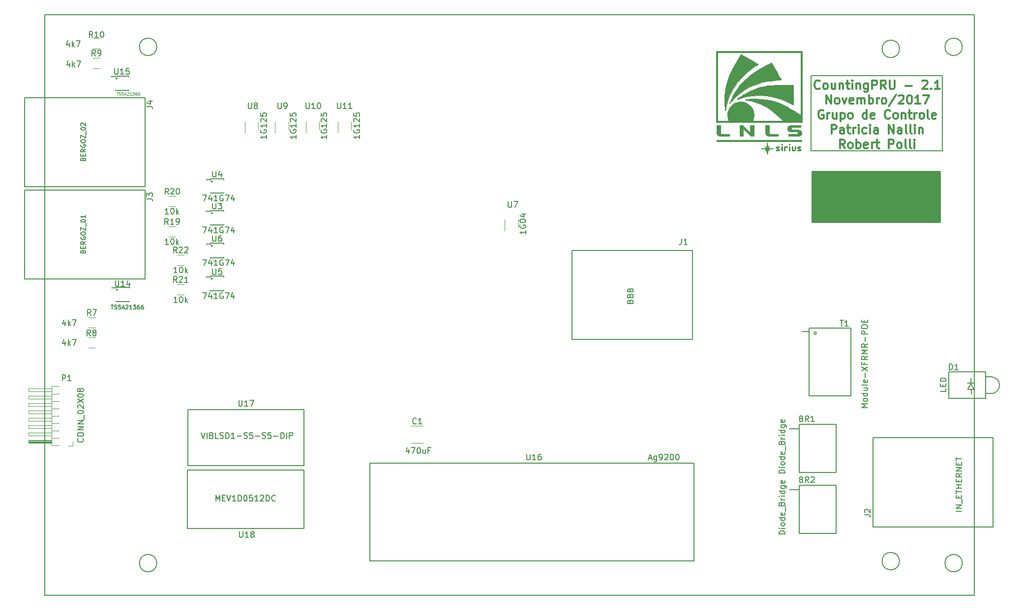
<source format=gbr>
G04 #@! TF.FileFunction,Legend,Top*
%FSLAX46Y46*%
G04 Gerber Fmt 4.6, Leading zero omitted, Abs format (unit mm)*
G04 Created by KiCad (PCBNEW 4.0.7-e2-6376~58~ubuntu16.04.1) date Fri Dec  1 14:53:18 2017*
%MOMM*%
%LPD*%
G01*
G04 APERTURE LIST*
%ADD10C,0.100000*%
%ADD11C,0.200000*%
%ADD12C,0.300000*%
%ADD13C,0.150000*%
%ADD14C,0.120000*%
%ADD15C,0.010000*%
%ADD16C,0.125000*%
%ADD17C,0.254000*%
G04 APERTURE END LIST*
D10*
D11*
X163250000Y-29950000D02*
X163300000Y-29950000D01*
X163250000Y-42950000D02*
X163250000Y-29950000D01*
X163450000Y-42950000D02*
X163250000Y-42950000D01*
X185800000Y-42950000D02*
X163450000Y-42950000D01*
X185800000Y-29950000D02*
X185800000Y-42950000D01*
X163250000Y-29950000D02*
X185800000Y-29950000D01*
D12*
X164742857Y-32135714D02*
X164671428Y-32207143D01*
X164457142Y-32278571D01*
X164314285Y-32278571D01*
X164100000Y-32207143D01*
X163957142Y-32064286D01*
X163885714Y-31921429D01*
X163814285Y-31635714D01*
X163814285Y-31421429D01*
X163885714Y-31135714D01*
X163957142Y-30992857D01*
X164100000Y-30850000D01*
X164314285Y-30778571D01*
X164457142Y-30778571D01*
X164671428Y-30850000D01*
X164742857Y-30921429D01*
X165600000Y-32278571D02*
X165457142Y-32207143D01*
X165385714Y-32135714D01*
X165314285Y-31992857D01*
X165314285Y-31564286D01*
X165385714Y-31421429D01*
X165457142Y-31350000D01*
X165600000Y-31278571D01*
X165814285Y-31278571D01*
X165957142Y-31350000D01*
X166028571Y-31421429D01*
X166100000Y-31564286D01*
X166100000Y-31992857D01*
X166028571Y-32135714D01*
X165957142Y-32207143D01*
X165814285Y-32278571D01*
X165600000Y-32278571D01*
X167385714Y-31278571D02*
X167385714Y-32278571D01*
X166742857Y-31278571D02*
X166742857Y-32064286D01*
X166814285Y-32207143D01*
X166957143Y-32278571D01*
X167171428Y-32278571D01*
X167314285Y-32207143D01*
X167385714Y-32135714D01*
X168100000Y-31278571D02*
X168100000Y-32278571D01*
X168100000Y-31421429D02*
X168171428Y-31350000D01*
X168314286Y-31278571D01*
X168528571Y-31278571D01*
X168671428Y-31350000D01*
X168742857Y-31492857D01*
X168742857Y-32278571D01*
X169242857Y-31278571D02*
X169814286Y-31278571D01*
X169457143Y-30778571D02*
X169457143Y-32064286D01*
X169528571Y-32207143D01*
X169671429Y-32278571D01*
X169814286Y-32278571D01*
X170314286Y-32278571D02*
X170314286Y-31278571D01*
X170314286Y-30778571D02*
X170242857Y-30850000D01*
X170314286Y-30921429D01*
X170385714Y-30850000D01*
X170314286Y-30778571D01*
X170314286Y-30921429D01*
X171028572Y-31278571D02*
X171028572Y-32278571D01*
X171028572Y-31421429D02*
X171100000Y-31350000D01*
X171242858Y-31278571D01*
X171457143Y-31278571D01*
X171600000Y-31350000D01*
X171671429Y-31492857D01*
X171671429Y-32278571D01*
X173028572Y-31278571D02*
X173028572Y-32492857D01*
X172957143Y-32635714D01*
X172885715Y-32707143D01*
X172742858Y-32778571D01*
X172528572Y-32778571D01*
X172385715Y-32707143D01*
X173028572Y-32207143D02*
X172885715Y-32278571D01*
X172600001Y-32278571D01*
X172457143Y-32207143D01*
X172385715Y-32135714D01*
X172314286Y-31992857D01*
X172314286Y-31564286D01*
X172385715Y-31421429D01*
X172457143Y-31350000D01*
X172600001Y-31278571D01*
X172885715Y-31278571D01*
X173028572Y-31350000D01*
X173742858Y-32278571D02*
X173742858Y-30778571D01*
X174314286Y-30778571D01*
X174457144Y-30850000D01*
X174528572Y-30921429D01*
X174600001Y-31064286D01*
X174600001Y-31278571D01*
X174528572Y-31421429D01*
X174457144Y-31492857D01*
X174314286Y-31564286D01*
X173742858Y-31564286D01*
X176100001Y-32278571D02*
X175600001Y-31564286D01*
X175242858Y-32278571D02*
X175242858Y-30778571D01*
X175814286Y-30778571D01*
X175957144Y-30850000D01*
X176028572Y-30921429D01*
X176100001Y-31064286D01*
X176100001Y-31278571D01*
X176028572Y-31421429D01*
X175957144Y-31492857D01*
X175814286Y-31564286D01*
X175242858Y-31564286D01*
X176742858Y-30778571D02*
X176742858Y-31992857D01*
X176814286Y-32135714D01*
X176885715Y-32207143D01*
X177028572Y-32278571D01*
X177314286Y-32278571D01*
X177457144Y-32207143D01*
X177528572Y-32135714D01*
X177600001Y-31992857D01*
X177600001Y-30778571D01*
X179457144Y-31707143D02*
X180600001Y-31707143D01*
X182385715Y-30921429D02*
X182457144Y-30850000D01*
X182600001Y-30778571D01*
X182957144Y-30778571D01*
X183100001Y-30850000D01*
X183171430Y-30921429D01*
X183242858Y-31064286D01*
X183242858Y-31207143D01*
X183171430Y-31421429D01*
X182314287Y-32278571D01*
X183242858Y-32278571D01*
X183885715Y-32135714D02*
X183957143Y-32207143D01*
X183885715Y-32278571D01*
X183814286Y-32207143D01*
X183885715Y-32135714D01*
X183885715Y-32278571D01*
X185385715Y-32278571D02*
X184528572Y-32278571D01*
X184957144Y-32278571D02*
X184957144Y-30778571D01*
X184814287Y-30992857D01*
X184671429Y-31135714D01*
X184528572Y-31207143D01*
X165814287Y-34828571D02*
X165814287Y-33328571D01*
X166671430Y-34828571D01*
X166671430Y-33328571D01*
X167600002Y-34828571D02*
X167457144Y-34757143D01*
X167385716Y-34685714D01*
X167314287Y-34542857D01*
X167314287Y-34114286D01*
X167385716Y-33971429D01*
X167457144Y-33900000D01*
X167600002Y-33828571D01*
X167814287Y-33828571D01*
X167957144Y-33900000D01*
X168028573Y-33971429D01*
X168100002Y-34114286D01*
X168100002Y-34542857D01*
X168028573Y-34685714D01*
X167957144Y-34757143D01*
X167814287Y-34828571D01*
X167600002Y-34828571D01*
X168600002Y-33828571D02*
X168957145Y-34828571D01*
X169314287Y-33828571D01*
X170457144Y-34757143D02*
X170314287Y-34828571D01*
X170028573Y-34828571D01*
X169885716Y-34757143D01*
X169814287Y-34614286D01*
X169814287Y-34042857D01*
X169885716Y-33900000D01*
X170028573Y-33828571D01*
X170314287Y-33828571D01*
X170457144Y-33900000D01*
X170528573Y-34042857D01*
X170528573Y-34185714D01*
X169814287Y-34328571D01*
X171171430Y-34828571D02*
X171171430Y-33828571D01*
X171171430Y-33971429D02*
X171242858Y-33900000D01*
X171385716Y-33828571D01*
X171600001Y-33828571D01*
X171742858Y-33900000D01*
X171814287Y-34042857D01*
X171814287Y-34828571D01*
X171814287Y-34042857D02*
X171885716Y-33900000D01*
X172028573Y-33828571D01*
X172242858Y-33828571D01*
X172385716Y-33900000D01*
X172457144Y-34042857D01*
X172457144Y-34828571D01*
X173171430Y-34828571D02*
X173171430Y-33328571D01*
X173171430Y-33900000D02*
X173314287Y-33828571D01*
X173600001Y-33828571D01*
X173742858Y-33900000D01*
X173814287Y-33971429D01*
X173885716Y-34114286D01*
X173885716Y-34542857D01*
X173814287Y-34685714D01*
X173742858Y-34757143D01*
X173600001Y-34828571D01*
X173314287Y-34828571D01*
X173171430Y-34757143D01*
X174528573Y-34828571D02*
X174528573Y-33828571D01*
X174528573Y-34114286D02*
X174600001Y-33971429D01*
X174671430Y-33900000D01*
X174814287Y-33828571D01*
X174957144Y-33828571D01*
X175671430Y-34828571D02*
X175528572Y-34757143D01*
X175457144Y-34685714D01*
X175385715Y-34542857D01*
X175385715Y-34114286D01*
X175457144Y-33971429D01*
X175528572Y-33900000D01*
X175671430Y-33828571D01*
X175885715Y-33828571D01*
X176028572Y-33900000D01*
X176100001Y-33971429D01*
X176171430Y-34114286D01*
X176171430Y-34542857D01*
X176100001Y-34685714D01*
X176028572Y-34757143D01*
X175885715Y-34828571D01*
X175671430Y-34828571D01*
X177885715Y-33257143D02*
X176600001Y-35185714D01*
X178314287Y-33471429D02*
X178385716Y-33400000D01*
X178528573Y-33328571D01*
X178885716Y-33328571D01*
X179028573Y-33400000D01*
X179100002Y-33471429D01*
X179171430Y-33614286D01*
X179171430Y-33757143D01*
X179100002Y-33971429D01*
X178242859Y-34828571D01*
X179171430Y-34828571D01*
X180100001Y-33328571D02*
X180242858Y-33328571D01*
X180385715Y-33400000D01*
X180457144Y-33471429D01*
X180528573Y-33614286D01*
X180600001Y-33900000D01*
X180600001Y-34257143D01*
X180528573Y-34542857D01*
X180457144Y-34685714D01*
X180385715Y-34757143D01*
X180242858Y-34828571D01*
X180100001Y-34828571D01*
X179957144Y-34757143D01*
X179885715Y-34685714D01*
X179814287Y-34542857D01*
X179742858Y-34257143D01*
X179742858Y-33900000D01*
X179814287Y-33614286D01*
X179885715Y-33471429D01*
X179957144Y-33400000D01*
X180100001Y-33328571D01*
X182028572Y-34828571D02*
X181171429Y-34828571D01*
X181600001Y-34828571D02*
X181600001Y-33328571D01*
X181457144Y-33542857D01*
X181314286Y-33685714D01*
X181171429Y-33757143D01*
X182528572Y-33328571D02*
X183528572Y-33328571D01*
X182885715Y-34828571D01*
X165314286Y-35950000D02*
X165171429Y-35878571D01*
X164957143Y-35878571D01*
X164742858Y-35950000D01*
X164600000Y-36092857D01*
X164528572Y-36235714D01*
X164457143Y-36521429D01*
X164457143Y-36735714D01*
X164528572Y-37021429D01*
X164600000Y-37164286D01*
X164742858Y-37307143D01*
X164957143Y-37378571D01*
X165100000Y-37378571D01*
X165314286Y-37307143D01*
X165385715Y-37235714D01*
X165385715Y-36735714D01*
X165100000Y-36735714D01*
X166028572Y-37378571D02*
X166028572Y-36378571D01*
X166028572Y-36664286D02*
X166100000Y-36521429D01*
X166171429Y-36450000D01*
X166314286Y-36378571D01*
X166457143Y-36378571D01*
X167600000Y-36378571D02*
X167600000Y-37378571D01*
X166957143Y-36378571D02*
X166957143Y-37164286D01*
X167028571Y-37307143D01*
X167171429Y-37378571D01*
X167385714Y-37378571D01*
X167528571Y-37307143D01*
X167600000Y-37235714D01*
X168314286Y-36378571D02*
X168314286Y-37878571D01*
X168314286Y-36450000D02*
X168457143Y-36378571D01*
X168742857Y-36378571D01*
X168885714Y-36450000D01*
X168957143Y-36521429D01*
X169028572Y-36664286D01*
X169028572Y-37092857D01*
X168957143Y-37235714D01*
X168885714Y-37307143D01*
X168742857Y-37378571D01*
X168457143Y-37378571D01*
X168314286Y-37307143D01*
X169885715Y-37378571D02*
X169742857Y-37307143D01*
X169671429Y-37235714D01*
X169600000Y-37092857D01*
X169600000Y-36664286D01*
X169671429Y-36521429D01*
X169742857Y-36450000D01*
X169885715Y-36378571D01*
X170100000Y-36378571D01*
X170242857Y-36450000D01*
X170314286Y-36521429D01*
X170385715Y-36664286D01*
X170385715Y-37092857D01*
X170314286Y-37235714D01*
X170242857Y-37307143D01*
X170100000Y-37378571D01*
X169885715Y-37378571D01*
X172814286Y-37378571D02*
X172814286Y-35878571D01*
X172814286Y-37307143D02*
X172671429Y-37378571D01*
X172385715Y-37378571D01*
X172242857Y-37307143D01*
X172171429Y-37235714D01*
X172100000Y-37092857D01*
X172100000Y-36664286D01*
X172171429Y-36521429D01*
X172242857Y-36450000D01*
X172385715Y-36378571D01*
X172671429Y-36378571D01*
X172814286Y-36450000D01*
X174100000Y-37307143D02*
X173957143Y-37378571D01*
X173671429Y-37378571D01*
X173528572Y-37307143D01*
X173457143Y-37164286D01*
X173457143Y-36592857D01*
X173528572Y-36450000D01*
X173671429Y-36378571D01*
X173957143Y-36378571D01*
X174100000Y-36450000D01*
X174171429Y-36592857D01*
X174171429Y-36735714D01*
X173457143Y-36878571D01*
X176814286Y-37235714D02*
X176742857Y-37307143D01*
X176528571Y-37378571D01*
X176385714Y-37378571D01*
X176171429Y-37307143D01*
X176028571Y-37164286D01*
X175957143Y-37021429D01*
X175885714Y-36735714D01*
X175885714Y-36521429D01*
X175957143Y-36235714D01*
X176028571Y-36092857D01*
X176171429Y-35950000D01*
X176385714Y-35878571D01*
X176528571Y-35878571D01*
X176742857Y-35950000D01*
X176814286Y-36021429D01*
X177671429Y-37378571D02*
X177528571Y-37307143D01*
X177457143Y-37235714D01*
X177385714Y-37092857D01*
X177385714Y-36664286D01*
X177457143Y-36521429D01*
X177528571Y-36450000D01*
X177671429Y-36378571D01*
X177885714Y-36378571D01*
X178028571Y-36450000D01*
X178100000Y-36521429D01*
X178171429Y-36664286D01*
X178171429Y-37092857D01*
X178100000Y-37235714D01*
X178028571Y-37307143D01*
X177885714Y-37378571D01*
X177671429Y-37378571D01*
X178814286Y-36378571D02*
X178814286Y-37378571D01*
X178814286Y-36521429D02*
X178885714Y-36450000D01*
X179028572Y-36378571D01*
X179242857Y-36378571D01*
X179385714Y-36450000D01*
X179457143Y-36592857D01*
X179457143Y-37378571D01*
X179957143Y-36378571D02*
X180528572Y-36378571D01*
X180171429Y-35878571D02*
X180171429Y-37164286D01*
X180242857Y-37307143D01*
X180385715Y-37378571D01*
X180528572Y-37378571D01*
X181028572Y-37378571D02*
X181028572Y-36378571D01*
X181028572Y-36664286D02*
X181100000Y-36521429D01*
X181171429Y-36450000D01*
X181314286Y-36378571D01*
X181457143Y-36378571D01*
X182171429Y-37378571D02*
X182028571Y-37307143D01*
X181957143Y-37235714D01*
X181885714Y-37092857D01*
X181885714Y-36664286D01*
X181957143Y-36521429D01*
X182028571Y-36450000D01*
X182171429Y-36378571D01*
X182385714Y-36378571D01*
X182528571Y-36450000D01*
X182600000Y-36521429D01*
X182671429Y-36664286D01*
X182671429Y-37092857D01*
X182600000Y-37235714D01*
X182528571Y-37307143D01*
X182385714Y-37378571D01*
X182171429Y-37378571D01*
X183528572Y-37378571D02*
X183385714Y-37307143D01*
X183314286Y-37164286D01*
X183314286Y-35878571D01*
X184671428Y-37307143D02*
X184528571Y-37378571D01*
X184242857Y-37378571D01*
X184100000Y-37307143D01*
X184028571Y-37164286D01*
X184028571Y-36592857D01*
X184100000Y-36450000D01*
X184242857Y-36378571D01*
X184528571Y-36378571D01*
X184671428Y-36450000D01*
X184742857Y-36592857D01*
X184742857Y-36735714D01*
X184028571Y-36878571D01*
X166742857Y-39928571D02*
X166742857Y-38428571D01*
X167314285Y-38428571D01*
X167457143Y-38500000D01*
X167528571Y-38571429D01*
X167600000Y-38714286D01*
X167600000Y-38928571D01*
X167528571Y-39071429D01*
X167457143Y-39142857D01*
X167314285Y-39214286D01*
X166742857Y-39214286D01*
X168885714Y-39928571D02*
X168885714Y-39142857D01*
X168814285Y-39000000D01*
X168671428Y-38928571D01*
X168385714Y-38928571D01*
X168242857Y-39000000D01*
X168885714Y-39857143D02*
X168742857Y-39928571D01*
X168385714Y-39928571D01*
X168242857Y-39857143D01*
X168171428Y-39714286D01*
X168171428Y-39571429D01*
X168242857Y-39428571D01*
X168385714Y-39357143D01*
X168742857Y-39357143D01*
X168885714Y-39285714D01*
X169385714Y-38928571D02*
X169957143Y-38928571D01*
X169600000Y-38428571D02*
X169600000Y-39714286D01*
X169671428Y-39857143D01*
X169814286Y-39928571D01*
X169957143Y-39928571D01*
X170457143Y-39928571D02*
X170457143Y-38928571D01*
X170457143Y-39214286D02*
X170528571Y-39071429D01*
X170600000Y-39000000D01*
X170742857Y-38928571D01*
X170885714Y-38928571D01*
X171385714Y-39928571D02*
X171385714Y-38928571D01*
X171385714Y-38428571D02*
X171314285Y-38500000D01*
X171385714Y-38571429D01*
X171457142Y-38500000D01*
X171385714Y-38428571D01*
X171385714Y-38571429D01*
X172742857Y-39857143D02*
X172600000Y-39928571D01*
X172314286Y-39928571D01*
X172171428Y-39857143D01*
X172100000Y-39785714D01*
X172028571Y-39642857D01*
X172028571Y-39214286D01*
X172100000Y-39071429D01*
X172171428Y-39000000D01*
X172314286Y-38928571D01*
X172600000Y-38928571D01*
X172742857Y-39000000D01*
X173385714Y-39928571D02*
X173385714Y-38928571D01*
X173385714Y-38428571D02*
X173314285Y-38500000D01*
X173385714Y-38571429D01*
X173457142Y-38500000D01*
X173385714Y-38428571D01*
X173385714Y-38571429D01*
X174742857Y-39928571D02*
X174742857Y-39142857D01*
X174671428Y-39000000D01*
X174528571Y-38928571D01*
X174242857Y-38928571D01*
X174100000Y-39000000D01*
X174742857Y-39857143D02*
X174600000Y-39928571D01*
X174242857Y-39928571D01*
X174100000Y-39857143D01*
X174028571Y-39714286D01*
X174028571Y-39571429D01*
X174100000Y-39428571D01*
X174242857Y-39357143D01*
X174600000Y-39357143D01*
X174742857Y-39285714D01*
X176600000Y-39928571D02*
X176600000Y-38428571D01*
X177457143Y-39928571D01*
X177457143Y-38428571D01*
X178814286Y-39928571D02*
X178814286Y-39142857D01*
X178742857Y-39000000D01*
X178600000Y-38928571D01*
X178314286Y-38928571D01*
X178171429Y-39000000D01*
X178814286Y-39857143D02*
X178671429Y-39928571D01*
X178314286Y-39928571D01*
X178171429Y-39857143D01*
X178100000Y-39714286D01*
X178100000Y-39571429D01*
X178171429Y-39428571D01*
X178314286Y-39357143D01*
X178671429Y-39357143D01*
X178814286Y-39285714D01*
X179742858Y-39928571D02*
X179600000Y-39857143D01*
X179528572Y-39714286D01*
X179528572Y-38428571D01*
X180528572Y-39928571D02*
X180385714Y-39857143D01*
X180314286Y-39714286D01*
X180314286Y-38428571D01*
X181100000Y-39928571D02*
X181100000Y-38928571D01*
X181100000Y-38428571D02*
X181028571Y-38500000D01*
X181100000Y-38571429D01*
X181171428Y-38500000D01*
X181100000Y-38428571D01*
X181100000Y-38571429D01*
X181814286Y-38928571D02*
X181814286Y-39928571D01*
X181814286Y-39071429D02*
X181885714Y-39000000D01*
X182028572Y-38928571D01*
X182242857Y-38928571D01*
X182385714Y-39000000D01*
X182457143Y-39142857D01*
X182457143Y-39928571D01*
X169028572Y-42478571D02*
X168528572Y-41764286D01*
X168171429Y-42478571D02*
X168171429Y-40978571D01*
X168742857Y-40978571D01*
X168885715Y-41050000D01*
X168957143Y-41121429D01*
X169028572Y-41264286D01*
X169028572Y-41478571D01*
X168957143Y-41621429D01*
X168885715Y-41692857D01*
X168742857Y-41764286D01*
X168171429Y-41764286D01*
X169885715Y-42478571D02*
X169742857Y-42407143D01*
X169671429Y-42335714D01*
X169600000Y-42192857D01*
X169600000Y-41764286D01*
X169671429Y-41621429D01*
X169742857Y-41550000D01*
X169885715Y-41478571D01*
X170100000Y-41478571D01*
X170242857Y-41550000D01*
X170314286Y-41621429D01*
X170385715Y-41764286D01*
X170385715Y-42192857D01*
X170314286Y-42335714D01*
X170242857Y-42407143D01*
X170100000Y-42478571D01*
X169885715Y-42478571D01*
X171028572Y-42478571D02*
X171028572Y-40978571D01*
X171028572Y-41550000D02*
X171171429Y-41478571D01*
X171457143Y-41478571D01*
X171600000Y-41550000D01*
X171671429Y-41621429D01*
X171742858Y-41764286D01*
X171742858Y-42192857D01*
X171671429Y-42335714D01*
X171600000Y-42407143D01*
X171457143Y-42478571D01*
X171171429Y-42478571D01*
X171028572Y-42407143D01*
X172957143Y-42407143D02*
X172814286Y-42478571D01*
X172528572Y-42478571D01*
X172385715Y-42407143D01*
X172314286Y-42264286D01*
X172314286Y-41692857D01*
X172385715Y-41550000D01*
X172528572Y-41478571D01*
X172814286Y-41478571D01*
X172957143Y-41550000D01*
X173028572Y-41692857D01*
X173028572Y-41835714D01*
X172314286Y-41978571D01*
X173671429Y-42478571D02*
X173671429Y-41478571D01*
X173671429Y-41764286D02*
X173742857Y-41621429D01*
X173814286Y-41550000D01*
X173957143Y-41478571D01*
X174100000Y-41478571D01*
X174385714Y-41478571D02*
X174957143Y-41478571D01*
X174600000Y-40978571D02*
X174600000Y-42264286D01*
X174671428Y-42407143D01*
X174814286Y-42478571D01*
X174957143Y-42478571D01*
X176600000Y-42478571D02*
X176600000Y-40978571D01*
X177171428Y-40978571D01*
X177314286Y-41050000D01*
X177385714Y-41121429D01*
X177457143Y-41264286D01*
X177457143Y-41478571D01*
X177385714Y-41621429D01*
X177314286Y-41692857D01*
X177171428Y-41764286D01*
X176600000Y-41764286D01*
X178314286Y-42478571D02*
X178171428Y-42407143D01*
X178100000Y-42335714D01*
X178028571Y-42192857D01*
X178028571Y-41764286D01*
X178100000Y-41621429D01*
X178171428Y-41550000D01*
X178314286Y-41478571D01*
X178528571Y-41478571D01*
X178671428Y-41550000D01*
X178742857Y-41621429D01*
X178814286Y-41764286D01*
X178814286Y-42192857D01*
X178742857Y-42335714D01*
X178671428Y-42407143D01*
X178528571Y-42478571D01*
X178314286Y-42478571D01*
X179671429Y-42478571D02*
X179528571Y-42407143D01*
X179457143Y-42264286D01*
X179457143Y-40978571D01*
X180457143Y-42478571D02*
X180314285Y-42407143D01*
X180242857Y-42264286D01*
X180242857Y-40978571D01*
X181028571Y-42478571D02*
X181028571Y-41478571D01*
X181028571Y-40978571D02*
X180957142Y-41050000D01*
X181028571Y-41121429D01*
X181099999Y-41050000D01*
X181028571Y-40978571D01*
X181028571Y-41121429D01*
D13*
X162832240Y-74055840D02*
X161682240Y-74055840D01*
X164133796Y-74355840D02*
G75*
G03X164133796Y-74355840I-201556J0D01*
G01*
X162857240Y-85155840D02*
X170082240Y-85155840D01*
X162857240Y-79030840D02*
X162857240Y-85155840D01*
X162857240Y-74055840D02*
X162857240Y-73930840D01*
X162857240Y-74005840D02*
X162857240Y-79130840D01*
X170082240Y-79680840D02*
X170082240Y-85155840D01*
X162857240Y-73955840D02*
X162857240Y-73480840D01*
X162857240Y-73480840D02*
X170082240Y-73480840D01*
X170082240Y-73480840D02*
X170082240Y-79755840D01*
X50588200Y-114001000D02*
G75*
G03X50588200Y-114001000I-1500000J0D01*
G01*
X178439100Y-25343000D02*
G75*
G03X178439100Y-25343000I-1500000J0D01*
G01*
X178439100Y-113659000D02*
G75*
G03X178439100Y-113659000I-1500000J0D01*
G01*
X50588200Y-25001000D02*
G75*
G03X50588200Y-25001000I-1500000J0D01*
G01*
X189258200Y-114001000D02*
G75*
G03X189258200Y-114001000I-1500000J0D01*
G01*
X189258200Y-25001000D02*
G75*
G03X189258200Y-25001000I-1500000J0D01*
G01*
X191328200Y-119501000D02*
X31328200Y-119501000D01*
X31328200Y-119501000D02*
X31328200Y-19501000D01*
X31328200Y-19501000D02*
X191328200Y-19501000D01*
X191328200Y-19501000D02*
X191328200Y-119501000D01*
X173857240Y-92365840D02*
X173857240Y-94265840D01*
X173857240Y-94265840D02*
X173857240Y-96865840D01*
X173857240Y-96865840D02*
X173857240Y-99815840D01*
X173857240Y-99815840D02*
X173857240Y-104440840D01*
X173857240Y-104440840D02*
X173857240Y-107740840D01*
X173857240Y-107740840D02*
X194582240Y-107740840D01*
X194582240Y-107740840D02*
X194582240Y-92365840D01*
X181632240Y-92365840D02*
X180957240Y-92365840D01*
X180957240Y-92365840D02*
X173857240Y-92365840D01*
X194582240Y-92365840D02*
X181657240Y-92365840D01*
D14*
X174447240Y-92370840D02*
X183437240Y-92380840D01*
X185777240Y-92380840D02*
X192477240Y-92370840D01*
D13*
X143037240Y-112800840D02*
X143037240Y-113600840D01*
X87237240Y-112800840D02*
X87237240Y-113600840D01*
X142562240Y-96800840D02*
X143037240Y-96800840D01*
X143037240Y-96800840D02*
X142437240Y-96800840D01*
X87737240Y-96800840D02*
X87237240Y-96800840D01*
X87237240Y-113600840D02*
X87787240Y-113600840D01*
X87712240Y-96800840D02*
X87812240Y-96800840D01*
X87237240Y-112675840D02*
X87237240Y-112800840D01*
X143037240Y-96800840D02*
X143037240Y-112800840D01*
X143037240Y-113600840D02*
X87812240Y-113600840D01*
X87237240Y-112700840D02*
X87237240Y-111250840D01*
X87237240Y-111225840D02*
X87237240Y-110025840D01*
X87237240Y-110050840D02*
X87237240Y-106975840D01*
X87237240Y-106975840D02*
X87237240Y-99425840D01*
X87237240Y-99525840D02*
X87237240Y-96800840D01*
X87787240Y-96800840D02*
X142512240Y-96800840D01*
X55957240Y-87520840D02*
X68132240Y-87520840D01*
X68132240Y-87520840D02*
X75957240Y-87520840D01*
X75957240Y-87520840D02*
X75957240Y-97220840D01*
X75957240Y-97220840D02*
X58157240Y-97220840D01*
X58157240Y-97220840D02*
X55957240Y-97220840D01*
X55957240Y-97220840D02*
X55957240Y-87545840D01*
X75882240Y-107985840D02*
X55882240Y-107985840D01*
X55882240Y-107985840D02*
X55882240Y-97985840D01*
X55882240Y-97985840D02*
X75882240Y-97985840D01*
X75882240Y-97985840D02*
X75882240Y-107960840D01*
D14*
X33647240Y-93660517D02*
X33647240Y-93735840D01*
X33647240Y-93735840D02*
X32527240Y-93735840D01*
X32527240Y-93735840D02*
X32527240Y-83455840D01*
X32527240Y-83455840D02*
X33647240Y-83455840D01*
X33647240Y-83455840D02*
X33647240Y-83531163D01*
X32527240Y-93300840D02*
X28527240Y-93300840D01*
X28527240Y-93300840D02*
X28527240Y-92780840D01*
X28527240Y-92780840D02*
X32527240Y-92780840D01*
X32527240Y-93240840D02*
X28527240Y-93240840D01*
X32527240Y-93120840D02*
X28527240Y-93120840D01*
X32527240Y-93000840D02*
X28527240Y-93000840D01*
X32527240Y-92880840D02*
X28527240Y-92880840D01*
X33647240Y-92405840D02*
X32527240Y-92405840D01*
X33647240Y-92421163D02*
X33647240Y-92390517D01*
X32527240Y-92030840D02*
X28527240Y-92030840D01*
X28527240Y-92030840D02*
X28527240Y-91510840D01*
X28527240Y-91510840D02*
X32527240Y-91510840D01*
X33647240Y-91135840D02*
X32527240Y-91135840D01*
X33647240Y-91151163D02*
X33647240Y-91120517D01*
X32527240Y-90760840D02*
X28527240Y-90760840D01*
X28527240Y-90760840D02*
X28527240Y-90240840D01*
X28527240Y-90240840D02*
X32527240Y-90240840D01*
X33647240Y-89865840D02*
X32527240Y-89865840D01*
X33647240Y-89881163D02*
X33647240Y-89850517D01*
X32527240Y-89490840D02*
X28527240Y-89490840D01*
X28527240Y-89490840D02*
X28527240Y-88970840D01*
X28527240Y-88970840D02*
X32527240Y-88970840D01*
X33647240Y-88595840D02*
X32527240Y-88595840D01*
X33647240Y-88611163D02*
X33647240Y-88580517D01*
X32527240Y-88220840D02*
X28527240Y-88220840D01*
X28527240Y-88220840D02*
X28527240Y-87700840D01*
X28527240Y-87700840D02*
X32527240Y-87700840D01*
X33647240Y-87325840D02*
X32527240Y-87325840D01*
X33647240Y-87341163D02*
X33647240Y-87310517D01*
X32527240Y-86950840D02*
X28527240Y-86950840D01*
X28527240Y-86950840D02*
X28527240Y-86430840D01*
X28527240Y-86430840D02*
X32527240Y-86430840D01*
X33647240Y-86055840D02*
X32527240Y-86055840D01*
X33647240Y-86071163D02*
X33647240Y-86040517D01*
X32527240Y-85680840D02*
X28527240Y-85680840D01*
X28527240Y-85680840D02*
X28527240Y-85160840D01*
X28527240Y-85160840D02*
X32527240Y-85160840D01*
X33647240Y-84785840D02*
X32527240Y-84785840D01*
X33647240Y-84801163D02*
X33647240Y-84770517D01*
X32527240Y-84410840D02*
X28527240Y-84410840D01*
X28527240Y-84410840D02*
X28527240Y-83890840D01*
X28527240Y-83890840D02*
X32527240Y-83890840D01*
X36117240Y-93040840D02*
X36117240Y-93800840D01*
X36117240Y-93800840D02*
X35357240Y-93800840D01*
D13*
X193257240Y-84780840D02*
X194207240Y-84780840D01*
X193257240Y-81880840D02*
X194207240Y-81880840D01*
X194207240Y-84780840D02*
G75*
G03X195657240Y-83330840I0J1450000D01*
G01*
X195657240Y-83330840D02*
G75*
G03X194207240Y-81880840I-1450000J0D01*
G01*
X190762240Y-82975240D02*
X190762240Y-82086240D01*
X190152640Y-83000640D02*
X191346440Y-83000640D01*
X190787640Y-84804040D02*
X190787640Y-84042040D01*
X190787640Y-84042040D02*
X190203440Y-84042040D01*
X190203440Y-84042040D02*
X191270240Y-84042040D01*
X191270240Y-84042040D02*
X190762240Y-83051440D01*
X190762240Y-83051440D02*
X190203440Y-84016640D01*
X186907240Y-85630840D02*
X193257240Y-85630840D01*
X186907240Y-81030840D02*
X193257240Y-81030840D01*
X186907240Y-85630840D02*
X186907240Y-81030840D01*
X193257240Y-85630840D02*
X193257240Y-81030840D01*
X142797240Y-75465840D02*
X142797240Y-73565840D01*
X142797240Y-73565840D02*
X142797240Y-70965840D01*
X142797240Y-70965840D02*
X142797240Y-68015840D01*
X142797240Y-68015840D02*
X142797240Y-63390840D01*
X142797240Y-63390840D02*
X142797240Y-60090840D01*
X142797240Y-60090840D02*
X122072240Y-60090840D01*
X122072240Y-60090840D02*
X122072240Y-75465840D01*
X135022240Y-75465840D02*
X135697240Y-75465840D01*
X135697240Y-75465840D02*
X142797240Y-75465840D01*
X122072240Y-75465840D02*
X134997240Y-75465840D01*
D14*
X142207240Y-75460840D02*
X133217240Y-75450840D01*
X130877240Y-75450840D02*
X124177240Y-75460840D01*
X39997240Y-73420840D02*
X38797240Y-73420840D01*
X38797240Y-71660840D02*
X39997240Y-71660840D01*
X40000000Y-76830000D02*
X38800000Y-76830000D01*
X38800000Y-75070000D02*
X40000000Y-75070000D01*
X40797240Y-28670840D02*
X39597240Y-28670840D01*
X39597240Y-26910840D02*
X40797240Y-26910840D01*
X40797240Y-25270840D02*
X39597240Y-25270840D01*
X39597240Y-23510840D02*
X40797240Y-23510840D01*
D13*
X60184440Y-53676440D02*
G75*
G03X60184440Y-53676440I-127000J0D01*
G01*
X59854240Y-53371640D02*
X59092240Y-53371640D01*
X59854240Y-55733840D02*
X59854240Y-55606840D01*
X62140240Y-55733840D02*
X62140240Y-55606840D01*
X62140240Y-53244640D02*
X62140240Y-53371640D01*
X59854240Y-53244640D02*
X59854240Y-53371640D01*
X59854240Y-55733840D02*
X62140240Y-55733840D01*
X62140240Y-53244640D02*
X59854240Y-53244640D01*
X60184440Y-48176440D02*
G75*
G03X60184440Y-48176440I-127000J0D01*
G01*
X59854240Y-47871640D02*
X59092240Y-47871640D01*
X59854240Y-50233840D02*
X59854240Y-50106840D01*
X62140240Y-50233840D02*
X62140240Y-50106840D01*
X62140240Y-47744640D02*
X62140240Y-47871640D01*
X59854240Y-47744640D02*
X59854240Y-47871640D01*
X59854240Y-50233840D02*
X62140240Y-50233840D01*
X62140240Y-47744640D02*
X59854240Y-47744640D01*
X60184440Y-64976440D02*
G75*
G03X60184440Y-64976440I-127000J0D01*
G01*
X59854240Y-64671640D02*
X59092240Y-64671640D01*
X59854240Y-67033840D02*
X59854240Y-66906840D01*
X62140240Y-67033840D02*
X62140240Y-66906840D01*
X62140240Y-64544640D02*
X62140240Y-64671640D01*
X59854240Y-64544640D02*
X59854240Y-64671640D01*
X59854240Y-67033840D02*
X62140240Y-67033840D01*
X62140240Y-64544640D02*
X59854240Y-64544640D01*
X60184440Y-59276440D02*
G75*
G03X60184440Y-59276440I-127000J0D01*
G01*
X59854240Y-58971640D02*
X59092240Y-58971640D01*
X59854240Y-61333840D02*
X59854240Y-61206840D01*
X62140240Y-61333840D02*
X62140240Y-61206840D01*
X62140240Y-58844640D02*
X62140240Y-58971640D01*
X59854240Y-58844640D02*
X59854240Y-58971640D01*
X59854240Y-61333840D02*
X62140240Y-61333840D01*
X62140240Y-58844640D02*
X59854240Y-58844640D01*
D14*
X110490000Y-54800000D02*
X110490000Y-56700000D01*
X112810000Y-56200000D02*
X112810000Y-54800000D01*
X65740000Y-37900000D02*
X65740000Y-39800000D01*
X68060000Y-39300000D02*
X68060000Y-37900000D01*
X70937240Y-37890840D02*
X70937240Y-39790840D01*
X73257240Y-39290840D02*
X73257240Y-37890840D01*
X76237240Y-37890840D02*
X76237240Y-39790840D01*
X78557240Y-39290840D02*
X78557240Y-37890840D01*
X81737240Y-37890840D02*
X81737240Y-39790840D01*
X84057240Y-39290840D02*
X84057240Y-37890840D01*
D13*
X43887200Y-66885600D02*
G75*
G03X43887200Y-66885600I-127000J0D01*
G01*
X43557000Y-66580800D02*
X42795000Y-66580800D01*
X43557000Y-68943000D02*
X43557000Y-68816000D01*
X45843000Y-68943000D02*
X45843000Y-68816000D01*
X45843000Y-66453800D02*
X45843000Y-66580800D01*
X43557000Y-66453800D02*
X43557000Y-66580800D01*
X43557000Y-68943000D02*
X45843000Y-68943000D01*
X45843000Y-66453800D02*
X43557000Y-66453800D01*
X43784440Y-30476440D02*
G75*
G03X43784440Y-30476440I-127000J0D01*
G01*
X43454240Y-30171640D02*
X42692240Y-30171640D01*
X43454240Y-32533840D02*
X43454240Y-32406840D01*
X45740240Y-32533840D02*
X45740240Y-32406840D01*
X45740240Y-30044640D02*
X45740240Y-30171640D01*
X43454240Y-30044640D02*
X43454240Y-30171640D01*
X43454240Y-32533840D02*
X45740240Y-32533840D01*
X45740240Y-30044640D02*
X43454240Y-30044640D01*
D15*
G36*
X155664287Y-41564795D02*
X155669937Y-41585488D01*
X155687860Y-41676207D01*
X155707997Y-41815123D01*
X155726056Y-41972552D01*
X155726423Y-41976257D01*
X155742664Y-42120152D01*
X155759204Y-42233088D01*
X155772737Y-42292875D01*
X155773941Y-42295323D01*
X155811517Y-42293959D01*
X155877803Y-42247841D01*
X155886584Y-42239810D01*
X155967171Y-42181416D01*
X156006132Y-42183280D01*
X155993749Y-42234314D01*
X155941231Y-42302153D01*
X155886563Y-42373599D01*
X155872479Y-42421078D01*
X155874706Y-42424501D01*
X155922047Y-42438456D01*
X156029177Y-42455752D01*
X156177961Y-42473742D01*
X156281912Y-42483968D01*
X156489872Y-42503713D01*
X156623016Y-42519446D01*
X156684486Y-42532652D01*
X156677427Y-42544810D01*
X156604981Y-42557405D01*
X156470292Y-42571917D01*
X156468769Y-42572065D01*
X156295103Y-42589439D01*
X156121010Y-42607764D01*
X156006260Y-42620549D01*
X155817289Y-42642564D01*
X155925257Y-42755259D01*
X155992237Y-42841092D01*
X156005054Y-42890823D01*
X155969727Y-42893612D01*
X155892272Y-42838621D01*
X155883481Y-42830505D01*
X155830580Y-42784908D01*
X155794411Y-42772849D01*
X155770076Y-42804153D01*
X155752677Y-42888645D01*
X155737317Y-43036149D01*
X155728473Y-43141455D01*
X155706980Y-43326987D01*
X155679105Y-43442732D01*
X155645891Y-43485825D01*
X155612419Y-43460330D01*
X155597841Y-43404402D01*
X155581498Y-43292141D01*
X155566397Y-43145222D01*
X155563139Y-43105232D01*
X155547231Y-42936215D01*
X155528552Y-42836962D01*
X155502852Y-42799098D01*
X155465880Y-42814248D01*
X155433231Y-42849230D01*
X155376821Y-42898354D01*
X155350292Y-42907846D01*
X155316907Y-42882223D01*
X155328649Y-42820816D01*
X155379358Y-42746812D01*
X155397885Y-42728623D01*
X155479769Y-42654518D01*
X155388115Y-42628769D01*
X155294294Y-42612147D01*
X155162862Y-42599841D01*
X155101077Y-42596873D01*
X154946188Y-42586525D01*
X154792865Y-42567983D01*
X154749385Y-42560515D01*
X154672355Y-42544468D01*
X154648454Y-42533148D01*
X154684742Y-42523081D01*
X154788276Y-42510792D01*
X154866615Y-42502815D01*
X155035889Y-42485185D01*
X155201507Y-42466932D01*
X155310617Y-42454072D01*
X155481081Y-42432818D01*
X155372082Y-42319047D01*
X155305384Y-42233719D01*
X155291127Y-42182892D01*
X155323981Y-42177783D01*
X155398616Y-42229611D01*
X155409724Y-42239810D01*
X155477596Y-42290502D01*
X155519525Y-42297960D01*
X155521672Y-42295323D01*
X155534984Y-42242217D01*
X155551520Y-42135265D01*
X155566441Y-42009076D01*
X155584416Y-41850964D01*
X155603964Y-41702871D01*
X155617210Y-41618307D01*
X155634407Y-41530892D01*
X155647121Y-41514909D01*
X155664287Y-41564795D01*
X155664287Y-41564795D01*
G37*
X155664287Y-41564795D02*
X155669937Y-41585488D01*
X155687860Y-41676207D01*
X155707997Y-41815123D01*
X155726056Y-41972552D01*
X155726423Y-41976257D01*
X155742664Y-42120152D01*
X155759204Y-42233088D01*
X155772737Y-42292875D01*
X155773941Y-42295323D01*
X155811517Y-42293959D01*
X155877803Y-42247841D01*
X155886584Y-42239810D01*
X155967171Y-42181416D01*
X156006132Y-42183280D01*
X155993749Y-42234314D01*
X155941231Y-42302153D01*
X155886563Y-42373599D01*
X155872479Y-42421078D01*
X155874706Y-42424501D01*
X155922047Y-42438456D01*
X156029177Y-42455752D01*
X156177961Y-42473742D01*
X156281912Y-42483968D01*
X156489872Y-42503713D01*
X156623016Y-42519446D01*
X156684486Y-42532652D01*
X156677427Y-42544810D01*
X156604981Y-42557405D01*
X156470292Y-42571917D01*
X156468769Y-42572065D01*
X156295103Y-42589439D01*
X156121010Y-42607764D01*
X156006260Y-42620549D01*
X155817289Y-42642564D01*
X155925257Y-42755259D01*
X155992237Y-42841092D01*
X156005054Y-42890823D01*
X155969727Y-42893612D01*
X155892272Y-42838621D01*
X155883481Y-42830505D01*
X155830580Y-42784908D01*
X155794411Y-42772849D01*
X155770076Y-42804153D01*
X155752677Y-42888645D01*
X155737317Y-43036149D01*
X155728473Y-43141455D01*
X155706980Y-43326987D01*
X155679105Y-43442732D01*
X155645891Y-43485825D01*
X155612419Y-43460330D01*
X155597841Y-43404402D01*
X155581498Y-43292141D01*
X155566397Y-43145222D01*
X155563139Y-43105232D01*
X155547231Y-42936215D01*
X155528552Y-42836962D01*
X155502852Y-42799098D01*
X155465880Y-42814248D01*
X155433231Y-42849230D01*
X155376821Y-42898354D01*
X155350292Y-42907846D01*
X155316907Y-42882223D01*
X155328649Y-42820816D01*
X155379358Y-42746812D01*
X155397885Y-42728623D01*
X155479769Y-42654518D01*
X155388115Y-42628769D01*
X155294294Y-42612147D01*
X155162862Y-42599841D01*
X155101077Y-42596873D01*
X154946188Y-42586525D01*
X154792865Y-42567983D01*
X154749385Y-42560515D01*
X154672355Y-42544468D01*
X154648454Y-42533148D01*
X154684742Y-42523081D01*
X154788276Y-42510792D01*
X154866615Y-42502815D01*
X155035889Y-42485185D01*
X155201507Y-42466932D01*
X155310617Y-42454072D01*
X155481081Y-42432818D01*
X155372082Y-42319047D01*
X155305384Y-42233719D01*
X155291127Y-42182892D01*
X155323981Y-42177783D01*
X155398616Y-42229611D01*
X155409724Y-42239810D01*
X155477596Y-42290502D01*
X155519525Y-42297960D01*
X155521672Y-42295323D01*
X155534984Y-42242217D01*
X155551520Y-42135265D01*
X155566441Y-42009076D01*
X155584416Y-41850964D01*
X155603964Y-41702871D01*
X155617210Y-41618307D01*
X155634407Y-41530892D01*
X155647121Y-41514909D01*
X155664287Y-41564795D01*
G36*
X157627469Y-42167974D02*
X157701775Y-42179448D01*
X157733010Y-42205364D01*
X157738769Y-42243538D01*
X157729826Y-42287936D01*
X157690871Y-42311541D01*
X157603714Y-42320698D01*
X157514077Y-42321905D01*
X157289385Y-42322119D01*
X157553154Y-42480378D01*
X157696533Y-42572537D01*
X157779813Y-42643401D01*
X157814277Y-42703493D01*
X157816923Y-42726349D01*
X157802315Y-42812341D01*
X157750265Y-42867264D01*
X157648436Y-42897025D01*
X157484491Y-42907531D01*
X157437877Y-42907846D01*
X157290445Y-42905901D01*
X157204734Y-42897073D01*
X157164346Y-42876869D01*
X157152884Y-42840797D01*
X157152615Y-42829692D01*
X157160882Y-42786712D01*
X157197387Y-42763039D01*
X157279692Y-42753016D01*
X157396846Y-42751007D01*
X157641077Y-42750477D01*
X157396846Y-42605715D01*
X157264678Y-42522151D01*
X157189366Y-42458032D01*
X157157084Y-42399452D01*
X157152615Y-42360060D01*
X157168143Y-42263587D01*
X157223111Y-42203788D01*
X157330101Y-42173460D01*
X157492585Y-42165384D01*
X157627469Y-42167974D01*
X157627469Y-42167974D01*
G37*
X157627469Y-42167974D02*
X157701775Y-42179448D01*
X157733010Y-42205364D01*
X157738769Y-42243538D01*
X157729826Y-42287936D01*
X157690871Y-42311541D01*
X157603714Y-42320698D01*
X157514077Y-42321905D01*
X157289385Y-42322119D01*
X157553154Y-42480378D01*
X157696533Y-42572537D01*
X157779813Y-42643401D01*
X157814277Y-42703493D01*
X157816923Y-42726349D01*
X157802315Y-42812341D01*
X157750265Y-42867264D01*
X157648436Y-42897025D01*
X157484491Y-42907531D01*
X157437877Y-42907846D01*
X157290445Y-42905901D01*
X157204734Y-42897073D01*
X157164346Y-42876869D01*
X157152884Y-42840797D01*
X157152615Y-42829692D01*
X157160882Y-42786712D01*
X157197387Y-42763039D01*
X157279692Y-42753016D01*
X157396846Y-42751007D01*
X157641077Y-42750477D01*
X157396846Y-42605715D01*
X157264678Y-42522151D01*
X157189366Y-42458032D01*
X157157084Y-42399452D01*
X157152615Y-42360060D01*
X157168143Y-42263587D01*
X157223111Y-42203788D01*
X157330101Y-42173460D01*
X157492585Y-42165384D01*
X157627469Y-42167974D01*
G36*
X158233411Y-42167962D02*
X158261954Y-42185455D01*
X158277635Y-42232504D01*
X158284307Y-42323746D01*
X158285821Y-42473821D01*
X158285846Y-42536615D01*
X158285168Y-42708593D01*
X158280564Y-42817056D01*
X158268183Y-42876644D01*
X158244172Y-42901996D01*
X158204678Y-42907752D01*
X158188154Y-42907846D01*
X158142896Y-42905268D01*
X158114353Y-42887774D01*
X158098672Y-42840726D01*
X158092001Y-42749484D01*
X158090486Y-42599409D01*
X158090461Y-42536615D01*
X158091140Y-42364637D01*
X158095743Y-42256174D01*
X158108124Y-42196586D01*
X158132136Y-42171233D01*
X158171629Y-42165478D01*
X158188154Y-42165384D01*
X158233411Y-42167962D01*
X158233411Y-42167962D01*
G37*
X158233411Y-42167962D02*
X158261954Y-42185455D01*
X158277635Y-42232504D01*
X158284307Y-42323746D01*
X158285821Y-42473821D01*
X158285846Y-42536615D01*
X158285168Y-42708593D01*
X158280564Y-42817056D01*
X158268183Y-42876644D01*
X158244172Y-42901996D01*
X158204678Y-42907752D01*
X158188154Y-42907846D01*
X158142896Y-42905268D01*
X158114353Y-42887774D01*
X158098672Y-42840726D01*
X158092001Y-42749484D01*
X158090486Y-42599409D01*
X158090461Y-42536615D01*
X158091140Y-42364637D01*
X158095743Y-42256174D01*
X158108124Y-42196586D01*
X158132136Y-42171233D01*
X158171629Y-42165478D01*
X158188154Y-42165384D01*
X158233411Y-42167962D01*
G36*
X159034238Y-42167974D02*
X159108545Y-42179448D01*
X159139779Y-42205364D01*
X159145538Y-42243538D01*
X159136210Y-42288703D01*
X159095876Y-42312231D01*
X159006016Y-42320858D01*
X158930615Y-42321692D01*
X158715692Y-42321692D01*
X158715692Y-42614769D01*
X158713846Y-42764615D01*
X158705429Y-42852536D01*
X158686122Y-42894728D01*
X158651607Y-42907386D01*
X158637538Y-42907846D01*
X158599171Y-42901532D01*
X158575907Y-42872288D01*
X158564023Y-42804660D01*
X158559796Y-42683196D01*
X158559385Y-42583507D01*
X158565283Y-42402362D01*
X158581900Y-42273926D01*
X158606277Y-42212276D01*
X158669803Y-42186708D01*
X158786700Y-42169891D01*
X158899354Y-42165384D01*
X159034238Y-42167974D01*
X159034238Y-42167974D01*
G37*
X159034238Y-42167974D02*
X159108545Y-42179448D01*
X159139779Y-42205364D01*
X159145538Y-42243538D01*
X159136210Y-42288703D01*
X159095876Y-42312231D01*
X159006016Y-42320858D01*
X158930615Y-42321692D01*
X158715692Y-42321692D01*
X158715692Y-42614769D01*
X158713846Y-42764615D01*
X158705429Y-42852536D01*
X158686122Y-42894728D01*
X158651607Y-42907386D01*
X158637538Y-42907846D01*
X158599171Y-42901532D01*
X158575907Y-42872288D01*
X158564023Y-42804660D01*
X158559796Y-42683196D01*
X158559385Y-42583507D01*
X158565283Y-42402362D01*
X158581900Y-42273926D01*
X158606277Y-42212276D01*
X158669803Y-42186708D01*
X158786700Y-42169891D01*
X158899354Y-42165384D01*
X159034238Y-42167974D01*
G36*
X159562026Y-42167962D02*
X159590569Y-42185455D01*
X159606251Y-42232504D01*
X159612922Y-42323746D01*
X159614437Y-42473821D01*
X159614461Y-42536615D01*
X159613783Y-42708593D01*
X159609179Y-42817056D01*
X159596798Y-42876644D01*
X159572787Y-42901996D01*
X159533294Y-42907752D01*
X159516769Y-42907846D01*
X159471512Y-42905268D01*
X159442969Y-42887774D01*
X159427288Y-42840726D01*
X159420616Y-42749484D01*
X159419102Y-42599409D01*
X159419077Y-42536615D01*
X159419755Y-42364637D01*
X159424359Y-42256174D01*
X159436740Y-42196586D01*
X159460751Y-42171233D01*
X159500244Y-42165478D01*
X159516769Y-42165384D01*
X159562026Y-42167962D01*
X159562026Y-42167962D01*
G37*
X159562026Y-42167962D02*
X159590569Y-42185455D01*
X159606251Y-42232504D01*
X159612922Y-42323746D01*
X159614437Y-42473821D01*
X159614461Y-42536615D01*
X159613783Y-42708593D01*
X159609179Y-42817056D01*
X159596798Y-42876644D01*
X159572787Y-42901996D01*
X159533294Y-42907752D01*
X159516769Y-42907846D01*
X159471512Y-42905268D01*
X159442969Y-42887774D01*
X159427288Y-42840726D01*
X159420616Y-42749484D01*
X159419102Y-42599409D01*
X159419077Y-42536615D01*
X159419755Y-42364637D01*
X159424359Y-42256174D01*
X159436740Y-42196586D01*
X159460751Y-42171233D01*
X159500244Y-42165478D01*
X159516769Y-42165384D01*
X159562026Y-42167962D01*
G36*
X160512521Y-42171698D02*
X160535785Y-42200942D01*
X160547669Y-42268570D01*
X160551896Y-42390033D01*
X160552308Y-42489723D01*
X160546409Y-42670868D01*
X160529792Y-42799304D01*
X160505415Y-42860953D01*
X160446323Y-42883101D01*
X160336520Y-42898859D01*
X160202108Y-42907308D01*
X160069189Y-42907526D01*
X159963863Y-42898596D01*
X159914051Y-42881794D01*
X159902392Y-42833406D01*
X159893429Y-42726289D01*
X159888523Y-42579856D01*
X159888000Y-42510564D01*
X159889352Y-42345317D01*
X159895676Y-42243202D01*
X159910367Y-42189211D01*
X159936824Y-42168336D01*
X159966154Y-42165384D01*
X160006113Y-42172306D01*
X160029558Y-42203870D01*
X160040810Y-42276271D01*
X160044185Y-42405705D01*
X160044308Y-42458461D01*
X160044308Y-42751538D01*
X160396000Y-42751538D01*
X160396000Y-42458461D01*
X160397846Y-42308614D01*
X160406263Y-42220693D01*
X160425570Y-42178502D01*
X160460086Y-42165844D01*
X160474154Y-42165384D01*
X160512521Y-42171698D01*
X160512521Y-42171698D01*
G37*
X160512521Y-42171698D02*
X160535785Y-42200942D01*
X160547669Y-42268570D01*
X160551896Y-42390033D01*
X160552308Y-42489723D01*
X160546409Y-42670868D01*
X160529792Y-42799304D01*
X160505415Y-42860953D01*
X160446323Y-42883101D01*
X160336520Y-42898859D01*
X160202108Y-42907308D01*
X160069189Y-42907526D01*
X159963863Y-42898596D01*
X159914051Y-42881794D01*
X159902392Y-42833406D01*
X159893429Y-42726289D01*
X159888523Y-42579856D01*
X159888000Y-42510564D01*
X159889352Y-42345317D01*
X159895676Y-42243202D01*
X159910367Y-42189211D01*
X159936824Y-42168336D01*
X159966154Y-42165384D01*
X160006113Y-42172306D01*
X160029558Y-42203870D01*
X160040810Y-42276271D01*
X160044185Y-42405705D01*
X160044308Y-42458461D01*
X160044308Y-42751538D01*
X160396000Y-42751538D01*
X160396000Y-42458461D01*
X160397846Y-42308614D01*
X160406263Y-42220693D01*
X160425570Y-42178502D01*
X160460086Y-42165844D01*
X160474154Y-42165384D01*
X160512521Y-42171698D01*
G36*
X161300700Y-42167974D02*
X161375006Y-42179448D01*
X161406240Y-42205364D01*
X161412000Y-42243538D01*
X161403057Y-42287936D01*
X161364102Y-42311541D01*
X161276945Y-42320698D01*
X161187308Y-42321905D01*
X160962615Y-42322119D01*
X161226385Y-42480378D01*
X161369764Y-42572537D01*
X161453044Y-42643401D01*
X161487508Y-42703493D01*
X161490154Y-42726349D01*
X161475545Y-42812341D01*
X161423495Y-42867264D01*
X161321667Y-42897025D01*
X161157722Y-42907531D01*
X161111108Y-42907846D01*
X160963676Y-42905901D01*
X160877964Y-42897073D01*
X160837576Y-42876869D01*
X160826115Y-42840797D01*
X160825846Y-42829692D01*
X160834112Y-42786712D01*
X160870618Y-42763039D01*
X160952923Y-42753016D01*
X161070077Y-42751007D01*
X161314308Y-42750477D01*
X161070077Y-42605715D01*
X160937909Y-42522151D01*
X160862597Y-42458032D01*
X160830315Y-42399452D01*
X160825846Y-42360060D01*
X160841373Y-42263587D01*
X160896342Y-42203788D01*
X161003332Y-42173460D01*
X161165815Y-42165384D01*
X161300700Y-42167974D01*
X161300700Y-42167974D01*
G37*
X161300700Y-42167974D02*
X161375006Y-42179448D01*
X161406240Y-42205364D01*
X161412000Y-42243538D01*
X161403057Y-42287936D01*
X161364102Y-42311541D01*
X161276945Y-42320698D01*
X161187308Y-42321905D01*
X160962615Y-42322119D01*
X161226385Y-42480378D01*
X161369764Y-42572537D01*
X161453044Y-42643401D01*
X161487508Y-42703493D01*
X161490154Y-42726349D01*
X161475545Y-42812341D01*
X161423495Y-42867264D01*
X161321667Y-42897025D01*
X161157722Y-42907531D01*
X161111108Y-42907846D01*
X160963676Y-42905901D01*
X160877964Y-42897073D01*
X160837576Y-42876869D01*
X160826115Y-42840797D01*
X160825846Y-42829692D01*
X160834112Y-42786712D01*
X160870618Y-42763039D01*
X160952923Y-42753016D01*
X161070077Y-42751007D01*
X161314308Y-42750477D01*
X161070077Y-42605715D01*
X160937909Y-42522151D01*
X160862597Y-42458032D01*
X160830315Y-42399452D01*
X160825846Y-42360060D01*
X160841373Y-42263587D01*
X160896342Y-42203788D01*
X161003332Y-42173460D01*
X161165815Y-42165384D01*
X161300700Y-42167974D01*
G36*
X155276923Y-42106769D02*
X155257385Y-42126307D01*
X155237846Y-42106769D01*
X155257385Y-42087230D01*
X155276923Y-42106769D01*
X155276923Y-42106769D01*
G37*
X155276923Y-42106769D02*
X155257385Y-42126307D01*
X155237846Y-42106769D01*
X155257385Y-42087230D01*
X155276923Y-42106769D01*
G36*
X158264760Y-41753855D02*
X158285846Y-41813692D01*
X158262950Y-41874977D01*
X158188154Y-41891846D01*
X158111547Y-41873529D01*
X158090461Y-41813692D01*
X158113358Y-41752406D01*
X158188154Y-41735538D01*
X158264760Y-41753855D01*
X158264760Y-41753855D01*
G37*
X158264760Y-41753855D02*
X158285846Y-41813692D01*
X158262950Y-41874977D01*
X158188154Y-41891846D01*
X158111547Y-41873529D01*
X158090461Y-41813692D01*
X158113358Y-41752406D01*
X158188154Y-41735538D01*
X158264760Y-41753855D01*
G36*
X159593376Y-41753855D02*
X159614461Y-41813692D01*
X159591565Y-41874977D01*
X159516769Y-41891846D01*
X159440162Y-41873529D01*
X159419077Y-41813692D01*
X159441973Y-41752406D01*
X159516769Y-41735538D01*
X159593376Y-41753855D01*
X159593376Y-41753855D01*
G37*
X159593376Y-41753855D02*
X159614461Y-41813692D01*
X159591565Y-41874977D01*
X159516769Y-41891846D01*
X159440162Y-41873529D01*
X159419077Y-41813692D01*
X159441973Y-41752406D01*
X159516769Y-41735538D01*
X159593376Y-41753855D01*
G36*
X161607385Y-41344769D02*
X146953538Y-41344769D01*
X146953538Y-41032153D01*
X161607385Y-41032153D01*
X161607385Y-41344769D01*
X161607385Y-41344769D01*
G37*
X161607385Y-41344769D02*
X146953538Y-41344769D01*
X146953538Y-41032153D01*
X161607385Y-41032153D01*
X161607385Y-41344769D01*
G36*
X147617846Y-39197314D02*
X147617575Y-39477233D01*
X147623148Y-39688666D01*
X147644144Y-39841193D01*
X147690142Y-39944394D01*
X147770723Y-40007848D01*
X147895465Y-40041135D01*
X148073948Y-40053833D01*
X148315752Y-40055523D01*
X148475762Y-40055230D01*
X149141846Y-40055230D01*
X149141846Y-40406923D01*
X148309972Y-40406923D01*
X148032105Y-40406482D01*
X147820390Y-40404461D01*
X147662830Y-40399811D01*
X147547424Y-40391483D01*
X147462174Y-40378430D01*
X147395081Y-40359602D01*
X147334145Y-40333952D01*
X147303741Y-40319000D01*
X147154519Y-40217041D01*
X147050068Y-40073370D01*
X147041461Y-40056720D01*
X147009227Y-39987245D01*
X146985966Y-39917052D01*
X146970230Y-39832154D01*
X146960574Y-39718570D01*
X146955551Y-39562315D01*
X146953715Y-39349405D01*
X146953538Y-39206796D01*
X146953538Y-38531230D01*
X147617846Y-38531230D01*
X147617846Y-39197314D01*
X147617846Y-39197314D01*
G37*
X147617846Y-39197314D02*
X147617575Y-39477233D01*
X147623148Y-39688666D01*
X147644144Y-39841193D01*
X147690142Y-39944394D01*
X147770723Y-40007848D01*
X147895465Y-40041135D01*
X148073948Y-40053833D01*
X148315752Y-40055523D01*
X148475762Y-40055230D01*
X149141846Y-40055230D01*
X149141846Y-40406923D01*
X148309972Y-40406923D01*
X148032105Y-40406482D01*
X147820390Y-40404461D01*
X147662830Y-40399811D01*
X147547424Y-40391483D01*
X147462174Y-40378430D01*
X147395081Y-40359602D01*
X147334145Y-40333952D01*
X147303741Y-40319000D01*
X147154519Y-40217041D01*
X147050068Y-40073370D01*
X147041461Y-40056720D01*
X147009227Y-39987245D01*
X146985966Y-39917052D01*
X146970230Y-39832154D01*
X146960574Y-39718570D01*
X146955551Y-39562315D01*
X146953715Y-39349405D01*
X146953538Y-39206796D01*
X146953538Y-38531230D01*
X147617846Y-38531230D01*
X147617846Y-39197314D01*
G36*
X153401231Y-40406923D02*
X152835478Y-40406923D01*
X152200047Y-39772367D01*
X151564615Y-39137811D01*
X151564615Y-40406923D01*
X150939385Y-40406923D01*
X150939385Y-38531230D01*
X151203154Y-38532116D01*
X151466923Y-38533003D01*
X152736923Y-39749827D01*
X152736923Y-38531230D01*
X153401231Y-38531230D01*
X153401231Y-40406923D01*
X153401231Y-40406923D01*
G37*
X153401231Y-40406923D02*
X152835478Y-40406923D01*
X152200047Y-39772367D01*
X151564615Y-39137811D01*
X151564615Y-40406923D01*
X150939385Y-40406923D01*
X150939385Y-38531230D01*
X151203154Y-38532116D01*
X151466923Y-38533003D01*
X152736923Y-39749827D01*
X152736923Y-38531230D01*
X153401231Y-38531230D01*
X153401231Y-40406923D01*
G36*
X155980308Y-39197314D02*
X155980667Y-39440149D01*
X155982798Y-39617373D01*
X155988279Y-39741531D01*
X155998689Y-39825167D01*
X156015607Y-39880823D01*
X156040612Y-39921044D01*
X156075284Y-39958374D01*
X156076224Y-39959314D01*
X156113636Y-39994231D01*
X156153646Y-40019444D01*
X156208798Y-40036534D01*
X156291635Y-40047078D01*
X156414702Y-40052656D01*
X156590541Y-40054847D01*
X156831696Y-40055230D01*
X157504308Y-40055230D01*
X157504308Y-40406923D01*
X156672434Y-40406923D01*
X156394566Y-40406482D01*
X156182852Y-40404461D01*
X156025291Y-40399811D01*
X155909886Y-40391483D01*
X155824636Y-40378430D01*
X155757542Y-40359602D01*
X155696607Y-40333952D01*
X155666203Y-40319000D01*
X155516981Y-40217041D01*
X155412529Y-40073370D01*
X155403923Y-40056720D01*
X155371689Y-39987245D01*
X155348427Y-39917052D01*
X155332692Y-39832154D01*
X155323036Y-39718570D01*
X155318013Y-39562315D01*
X155316176Y-39349405D01*
X155316000Y-39206796D01*
X155316000Y-38531230D01*
X155980308Y-38531230D01*
X155980308Y-39197314D01*
X155980308Y-39197314D01*
G37*
X155980308Y-39197314D02*
X155980667Y-39440149D01*
X155982798Y-39617373D01*
X155988279Y-39741531D01*
X155998689Y-39825167D01*
X156015607Y-39880823D01*
X156040612Y-39921044D01*
X156075284Y-39958374D01*
X156076224Y-39959314D01*
X156113636Y-39994231D01*
X156153646Y-40019444D01*
X156208798Y-40036534D01*
X156291635Y-40047078D01*
X156414702Y-40052656D01*
X156590541Y-40054847D01*
X156831696Y-40055230D01*
X157504308Y-40055230D01*
X157504308Y-40406923D01*
X156672434Y-40406923D01*
X156394566Y-40406482D01*
X156182852Y-40404461D01*
X156025291Y-40399811D01*
X155909886Y-40391483D01*
X155824636Y-40378430D01*
X155757542Y-40359602D01*
X155696607Y-40333952D01*
X155666203Y-40319000D01*
X155516981Y-40217041D01*
X155412529Y-40073370D01*
X155403923Y-40056720D01*
X155371689Y-39987245D01*
X155348427Y-39917052D01*
X155332692Y-39832154D01*
X155323036Y-39718570D01*
X155318013Y-39562315D01*
X155316176Y-39349405D01*
X155316000Y-39206796D01*
X155316000Y-38531230D01*
X155980308Y-38531230D01*
X155980308Y-39197314D01*
G36*
X161451077Y-38882923D02*
X159889802Y-38882923D01*
X159827508Y-38977994D01*
X159792442Y-39089362D01*
X159829325Y-39190732D01*
X159932087Y-39267541D01*
X159951535Y-39275562D01*
X160024185Y-39288672D01*
X160158443Y-39299778D01*
X160337770Y-39307986D01*
X160545629Y-39312403D01*
X160642775Y-39312915D01*
X160876338Y-39314018D01*
X161046130Y-39318241D01*
X161166517Y-39327154D01*
X161251864Y-39342329D01*
X161316540Y-39365335D01*
X161365505Y-39391924D01*
X161497880Y-39515042D01*
X161578549Y-39678998D01*
X161603122Y-39862428D01*
X161567208Y-40043967D01*
X161518682Y-40137375D01*
X161461585Y-40216431D01*
X161401662Y-40278354D01*
X161328969Y-40325224D01*
X161233561Y-40359121D01*
X161105493Y-40382122D01*
X160934823Y-40396309D01*
X160711604Y-40403760D01*
X160425893Y-40406555D01*
X160229923Y-40406862D01*
X159301846Y-40406923D01*
X159301846Y-40055230D01*
X160057790Y-40055230D01*
X160321521Y-40054621D01*
X160518186Y-40052150D01*
X160658866Y-40046852D01*
X160754643Y-40037762D01*
X160816599Y-40023915D01*
X160855816Y-40004347D01*
X160878405Y-39983769D01*
X160936508Y-39873833D01*
X160924101Y-39764954D01*
X160856228Y-39686215D01*
X160806730Y-39662108D01*
X160730062Y-39645015D01*
X160614211Y-39633901D01*
X160447161Y-39627728D01*
X160216899Y-39625462D01*
X160150903Y-39625384D01*
X159879027Y-39622982D01*
X159673023Y-39613620D01*
X159520699Y-39594069D01*
X159409862Y-39561097D01*
X159328318Y-39511473D01*
X159263876Y-39441966D01*
X159222110Y-39379256D01*
X159160707Y-39214272D01*
X159149104Y-39025259D01*
X159187466Y-38846776D01*
X159219225Y-38782103D01*
X159268871Y-38709156D01*
X159324941Y-38651815D01*
X159396981Y-38608221D01*
X159494540Y-38576518D01*
X159627166Y-38554850D01*
X159804406Y-38541360D01*
X160035808Y-38534192D01*
X160330921Y-38531488D01*
X160509367Y-38531230D01*
X161451077Y-38531230D01*
X161451077Y-38882923D01*
X161451077Y-38882923D01*
G37*
X161451077Y-38882923D02*
X159889802Y-38882923D01*
X159827508Y-38977994D01*
X159792442Y-39089362D01*
X159829325Y-39190732D01*
X159932087Y-39267541D01*
X159951535Y-39275562D01*
X160024185Y-39288672D01*
X160158443Y-39299778D01*
X160337770Y-39307986D01*
X160545629Y-39312403D01*
X160642775Y-39312915D01*
X160876338Y-39314018D01*
X161046130Y-39318241D01*
X161166517Y-39327154D01*
X161251864Y-39342329D01*
X161316540Y-39365335D01*
X161365505Y-39391924D01*
X161497880Y-39515042D01*
X161578549Y-39678998D01*
X161603122Y-39862428D01*
X161567208Y-40043967D01*
X161518682Y-40137375D01*
X161461585Y-40216431D01*
X161401662Y-40278354D01*
X161328969Y-40325224D01*
X161233561Y-40359121D01*
X161105493Y-40382122D01*
X160934823Y-40396309D01*
X160711604Y-40403760D01*
X160425893Y-40406555D01*
X160229923Y-40406862D01*
X159301846Y-40406923D01*
X159301846Y-40055230D01*
X160057790Y-40055230D01*
X160321521Y-40054621D01*
X160518186Y-40052150D01*
X160658866Y-40046852D01*
X160754643Y-40037762D01*
X160816599Y-40023915D01*
X160855816Y-40004347D01*
X160878405Y-39983769D01*
X160936508Y-39873833D01*
X160924101Y-39764954D01*
X160856228Y-39686215D01*
X160806730Y-39662108D01*
X160730062Y-39645015D01*
X160614211Y-39633901D01*
X160447161Y-39627728D01*
X160216899Y-39625462D01*
X160150903Y-39625384D01*
X159879027Y-39622982D01*
X159673023Y-39613620D01*
X159520699Y-39594069D01*
X159409862Y-39561097D01*
X159328318Y-39511473D01*
X159263876Y-39441966D01*
X159222110Y-39379256D01*
X159160707Y-39214272D01*
X159149104Y-39025259D01*
X159187466Y-38846776D01*
X159219225Y-38782103D01*
X159268871Y-38709156D01*
X159324941Y-38651815D01*
X159396981Y-38608221D01*
X159494540Y-38576518D01*
X159627166Y-38554850D01*
X159804406Y-38541360D01*
X160035808Y-38534192D01*
X160330921Y-38531488D01*
X160509367Y-38531230D01*
X161451077Y-38531230D01*
X161451077Y-38882923D01*
G36*
X161705077Y-38003692D02*
X154289043Y-38013562D01*
X153363127Y-38014703D01*
X152512554Y-38015549D01*
X151734515Y-38016086D01*
X151026201Y-38016298D01*
X150384800Y-38016170D01*
X149807504Y-38015689D01*
X149291504Y-38014839D01*
X148833988Y-38013605D01*
X148432147Y-38011973D01*
X148083173Y-38009928D01*
X147784254Y-38007455D01*
X147532581Y-38004539D01*
X147325345Y-38001166D01*
X147159735Y-37997320D01*
X147032942Y-37992988D01*
X146942157Y-37988154D01*
X146884569Y-37982803D01*
X146857368Y-37976921D01*
X146854392Y-37974485D01*
X146852368Y-37930551D01*
X146850532Y-37812691D01*
X146848889Y-37625130D01*
X146847445Y-37372096D01*
X146846206Y-37057815D01*
X146845178Y-36686513D01*
X146844367Y-36262419D01*
X146843778Y-35789757D01*
X146843418Y-35272756D01*
X146843292Y-34715642D01*
X146843407Y-34122640D01*
X146843767Y-33497979D01*
X146844380Y-32845885D01*
X146845251Y-32170584D01*
X146845810Y-31810000D01*
X146855429Y-25948461D01*
X147109846Y-25948461D01*
X147109846Y-37749692D01*
X148067231Y-37749692D01*
X148331461Y-37749258D01*
X148567754Y-37748039D01*
X148765541Y-37746158D01*
X148914251Y-37743737D01*
X149003317Y-37740900D01*
X149024615Y-37738568D01*
X149012289Y-37699064D01*
X148980126Y-37606961D01*
X148939499Y-37494337D01*
X148875734Y-37250854D01*
X148839409Y-36962609D01*
X148831255Y-36658288D01*
X148852003Y-36366577D01*
X148902384Y-36116163D01*
X148904221Y-36110049D01*
X149060515Y-35722098D01*
X149277180Y-35375841D01*
X149546667Y-35076974D01*
X149861426Y-34831195D01*
X150213908Y-34644200D01*
X150596563Y-34521685D01*
X151001842Y-34469348D01*
X151080589Y-34467808D01*
X151395178Y-34482754D01*
X151671321Y-34534244D01*
X151943257Y-34630103D01*
X152092154Y-34698989D01*
X152455615Y-34919215D01*
X152764293Y-35191101D01*
X153014322Y-35507526D01*
X153201841Y-35861370D01*
X153322984Y-36245511D01*
X153373888Y-36652829D01*
X153356882Y-37029916D01*
X153327279Y-37209882D01*
X153285782Y-37391174D01*
X153243394Y-37528657D01*
X153201317Y-37640969D01*
X153173492Y-37718325D01*
X153166789Y-37739923D01*
X153204794Y-37741585D01*
X153314546Y-37743159D01*
X153489637Y-37744619D01*
X153723659Y-37745942D01*
X154010205Y-37747104D01*
X154342867Y-37748080D01*
X154715237Y-37748847D01*
X155120909Y-37749381D01*
X155553475Y-37749658D01*
X155771783Y-37749692D01*
X158376797Y-37749692D01*
X157891706Y-37257758D01*
X157211478Y-36613027D01*
X156516749Y-36044352D01*
X155805605Y-35550657D01*
X155076132Y-35130864D01*
X154326417Y-34783897D01*
X153554545Y-34508677D01*
X152758603Y-34304128D01*
X152580615Y-34268606D01*
X152362315Y-34226616D01*
X152168437Y-34188159D01*
X152013103Y-34156128D01*
X151910437Y-34133418D01*
X151877231Y-34124526D01*
X151875018Y-34107226D01*
X151942047Y-34085830D01*
X152069587Y-34061575D01*
X152248909Y-34035696D01*
X152471281Y-34009431D01*
X152727974Y-33984016D01*
X153010257Y-33960686D01*
X153060044Y-33957025D01*
X153907564Y-33934111D01*
X154766554Y-33985525D01*
X155629990Y-34109656D01*
X156490850Y-34304898D01*
X157342110Y-34569643D01*
X158176748Y-34902281D01*
X158987740Y-35301206D01*
X159029365Y-35323860D01*
X159200041Y-35418571D01*
X159422508Y-35544084D01*
X159681228Y-35691517D01*
X159960662Y-35851986D01*
X160245274Y-36016609D01*
X160462432Y-36143099D01*
X160708117Y-36286252D01*
X160931571Y-36415584D01*
X161123997Y-36526074D01*
X161276598Y-36612699D01*
X161380576Y-36670438D01*
X161427136Y-36694269D01*
X161428528Y-36694615D01*
X161431220Y-36656282D01*
X161433819Y-36544256D01*
X161436308Y-36363000D01*
X161438669Y-36116974D01*
X161440881Y-35810642D01*
X161442927Y-35448463D01*
X161444788Y-35034899D01*
X161446444Y-34574413D01*
X161447878Y-34071466D01*
X161449071Y-33530519D01*
X161450004Y-32956033D01*
X161450657Y-32352472D01*
X161451014Y-31724295D01*
X161451077Y-31321538D01*
X161451077Y-25948461D01*
X147109846Y-25948461D01*
X146855429Y-25948461D01*
X146855846Y-25694461D01*
X161705077Y-25694461D01*
X161705077Y-38003692D01*
X161705077Y-38003692D01*
G37*
X161705077Y-38003692D02*
X154289043Y-38013562D01*
X153363127Y-38014703D01*
X152512554Y-38015549D01*
X151734515Y-38016086D01*
X151026201Y-38016298D01*
X150384800Y-38016170D01*
X149807504Y-38015689D01*
X149291504Y-38014839D01*
X148833988Y-38013605D01*
X148432147Y-38011973D01*
X148083173Y-38009928D01*
X147784254Y-38007455D01*
X147532581Y-38004539D01*
X147325345Y-38001166D01*
X147159735Y-37997320D01*
X147032942Y-37992988D01*
X146942157Y-37988154D01*
X146884569Y-37982803D01*
X146857368Y-37976921D01*
X146854392Y-37974485D01*
X146852368Y-37930551D01*
X146850532Y-37812691D01*
X146848889Y-37625130D01*
X146847445Y-37372096D01*
X146846206Y-37057815D01*
X146845178Y-36686513D01*
X146844367Y-36262419D01*
X146843778Y-35789757D01*
X146843418Y-35272756D01*
X146843292Y-34715642D01*
X146843407Y-34122640D01*
X146843767Y-33497979D01*
X146844380Y-32845885D01*
X146845251Y-32170584D01*
X146845810Y-31810000D01*
X146855429Y-25948461D01*
X147109846Y-25948461D01*
X147109846Y-37749692D01*
X148067231Y-37749692D01*
X148331461Y-37749258D01*
X148567754Y-37748039D01*
X148765541Y-37746158D01*
X148914251Y-37743737D01*
X149003317Y-37740900D01*
X149024615Y-37738568D01*
X149012289Y-37699064D01*
X148980126Y-37606961D01*
X148939499Y-37494337D01*
X148875734Y-37250854D01*
X148839409Y-36962609D01*
X148831255Y-36658288D01*
X148852003Y-36366577D01*
X148902384Y-36116163D01*
X148904221Y-36110049D01*
X149060515Y-35722098D01*
X149277180Y-35375841D01*
X149546667Y-35076974D01*
X149861426Y-34831195D01*
X150213908Y-34644200D01*
X150596563Y-34521685D01*
X151001842Y-34469348D01*
X151080589Y-34467808D01*
X151395178Y-34482754D01*
X151671321Y-34534244D01*
X151943257Y-34630103D01*
X152092154Y-34698989D01*
X152455615Y-34919215D01*
X152764293Y-35191101D01*
X153014322Y-35507526D01*
X153201841Y-35861370D01*
X153322984Y-36245511D01*
X153373888Y-36652829D01*
X153356882Y-37029916D01*
X153327279Y-37209882D01*
X153285782Y-37391174D01*
X153243394Y-37528657D01*
X153201317Y-37640969D01*
X153173492Y-37718325D01*
X153166789Y-37739923D01*
X153204794Y-37741585D01*
X153314546Y-37743159D01*
X153489637Y-37744619D01*
X153723659Y-37745942D01*
X154010205Y-37747104D01*
X154342867Y-37748080D01*
X154715237Y-37748847D01*
X155120909Y-37749381D01*
X155553475Y-37749658D01*
X155771783Y-37749692D01*
X158376797Y-37749692D01*
X157891706Y-37257758D01*
X157211478Y-36613027D01*
X156516749Y-36044352D01*
X155805605Y-35550657D01*
X155076132Y-35130864D01*
X154326417Y-34783897D01*
X153554545Y-34508677D01*
X152758603Y-34304128D01*
X152580615Y-34268606D01*
X152362315Y-34226616D01*
X152168437Y-34188159D01*
X152013103Y-34156128D01*
X151910437Y-34133418D01*
X151877231Y-34124526D01*
X151875018Y-34107226D01*
X151942047Y-34085830D01*
X152069587Y-34061575D01*
X152248909Y-34035696D01*
X152471281Y-34009431D01*
X152727974Y-33984016D01*
X153010257Y-33960686D01*
X153060044Y-33957025D01*
X153907564Y-33934111D01*
X154766554Y-33985525D01*
X155629990Y-34109656D01*
X156490850Y-34304898D01*
X157342110Y-34569643D01*
X158176748Y-34902281D01*
X158987740Y-35301206D01*
X159029365Y-35323860D01*
X159200041Y-35418571D01*
X159422508Y-35544084D01*
X159681228Y-35691517D01*
X159960662Y-35851986D01*
X160245274Y-36016609D01*
X160462432Y-36143099D01*
X160708117Y-36286252D01*
X160931571Y-36415584D01*
X161123997Y-36526074D01*
X161276598Y-36612699D01*
X161380576Y-36670438D01*
X161427136Y-36694269D01*
X161428528Y-36694615D01*
X161431220Y-36656282D01*
X161433819Y-36544256D01*
X161436308Y-36363000D01*
X161438669Y-36116974D01*
X161440881Y-35810642D01*
X161442927Y-35448463D01*
X161444788Y-35034899D01*
X161446444Y-34574413D01*
X161447878Y-34071466D01*
X161449071Y-33530519D01*
X161450004Y-32956033D01*
X161450657Y-32352472D01*
X161451014Y-31724295D01*
X161451077Y-31321538D01*
X161451077Y-25948461D01*
X147109846Y-25948461D01*
X146855429Y-25948461D01*
X146855846Y-25694461D01*
X161705077Y-25694461D01*
X161705077Y-38003692D01*
G36*
X151270153Y-26336797D02*
X151341733Y-26379002D01*
X151471063Y-26454168D01*
X151648034Y-26556491D01*
X151862535Y-26680164D01*
X152104457Y-26819380D01*
X152363689Y-26968335D01*
X152630122Y-27121221D01*
X152893646Y-27272233D01*
X153144150Y-27415565D01*
X153371525Y-27545409D01*
X153565661Y-27655960D01*
X153684472Y-27723344D01*
X153844897Y-27815922D01*
X153977066Y-27895684D01*
X154067913Y-27954493D01*
X154104371Y-27984208D01*
X154104549Y-27985006D01*
X154074102Y-28014742D01*
X153990771Y-28078973D01*
X153866650Y-28168768D01*
X153713833Y-28275194D01*
X153684538Y-28295204D01*
X152913531Y-28847227D01*
X152215878Y-29404317D01*
X151586779Y-29971616D01*
X151021435Y-30554268D01*
X150515046Y-31157417D01*
X150062812Y-31786204D01*
X149659934Y-32445775D01*
X149456386Y-32826000D01*
X149241126Y-33268850D01*
X149061790Y-33688258D01*
X148910940Y-34106124D01*
X148781139Y-34544347D01*
X148664948Y-35024826D01*
X148594444Y-35363868D01*
X148540140Y-35632454D01*
X148497947Y-35826242D01*
X148467263Y-35947545D01*
X148447487Y-35998677D01*
X148438017Y-35981952D01*
X148437222Y-35968435D01*
X148431327Y-35916675D01*
X148416434Y-35805936D01*
X148395057Y-35654541D01*
X148378705Y-35541846D01*
X148357064Y-35362580D01*
X148335743Y-35130034D01*
X148316670Y-34869065D01*
X148301776Y-34604530D01*
X148296796Y-34486769D01*
X148302475Y-33588929D01*
X148385959Y-32694195D01*
X148546918Y-31803859D01*
X148785024Y-30919216D01*
X149099947Y-30041559D01*
X149491360Y-29172181D01*
X149792765Y-28601171D01*
X149890807Y-28427716D01*
X150019410Y-28202957D01*
X150169353Y-27942859D01*
X150331410Y-27663387D01*
X150496360Y-27380506D01*
X150610006Y-27186627D01*
X151151537Y-26265065D01*
X151270153Y-26336797D01*
X151270153Y-26336797D01*
G37*
X151270153Y-26336797D02*
X151341733Y-26379002D01*
X151471063Y-26454168D01*
X151648034Y-26556491D01*
X151862535Y-26680164D01*
X152104457Y-26819380D01*
X152363689Y-26968335D01*
X152630122Y-27121221D01*
X152893646Y-27272233D01*
X153144150Y-27415565D01*
X153371525Y-27545409D01*
X153565661Y-27655960D01*
X153684472Y-27723344D01*
X153844897Y-27815922D01*
X153977066Y-27895684D01*
X154067913Y-27954493D01*
X154104371Y-27984208D01*
X154104549Y-27985006D01*
X154074102Y-28014742D01*
X153990771Y-28078973D01*
X153866650Y-28168768D01*
X153713833Y-28275194D01*
X153684538Y-28295204D01*
X152913531Y-28847227D01*
X152215878Y-29404317D01*
X151586779Y-29971616D01*
X151021435Y-30554268D01*
X150515046Y-31157417D01*
X150062812Y-31786204D01*
X149659934Y-32445775D01*
X149456386Y-32826000D01*
X149241126Y-33268850D01*
X149061790Y-33688258D01*
X148910940Y-34106124D01*
X148781139Y-34544347D01*
X148664948Y-35024826D01*
X148594444Y-35363868D01*
X148540140Y-35632454D01*
X148497947Y-35826242D01*
X148467263Y-35947545D01*
X148447487Y-35998677D01*
X148438017Y-35981952D01*
X148437222Y-35968435D01*
X148431327Y-35916675D01*
X148416434Y-35805936D01*
X148395057Y-35654541D01*
X148378705Y-35541846D01*
X148357064Y-35362580D01*
X148335743Y-35130034D01*
X148316670Y-34869065D01*
X148301776Y-34604530D01*
X148296796Y-34486769D01*
X148302475Y-33588929D01*
X148385959Y-32694195D01*
X148546918Y-31803859D01*
X148785024Y-30919216D01*
X149099947Y-30041559D01*
X149491360Y-29172181D01*
X149792765Y-28601171D01*
X149890807Y-28427716D01*
X150019410Y-28202957D01*
X150169353Y-27942859D01*
X150331410Y-27663387D01*
X150496360Y-27380506D01*
X150610006Y-27186627D01*
X151151537Y-26265065D01*
X151270153Y-26336797D01*
G36*
X158804447Y-31551334D02*
X159013065Y-31555786D01*
X160200615Y-31584515D01*
X160200615Y-33299411D01*
X160199970Y-33656879D01*
X160198125Y-33988957D01*
X160195214Y-34287769D01*
X160191373Y-34545439D01*
X160186737Y-34754090D01*
X160181440Y-34905845D01*
X160175617Y-34992827D01*
X160171308Y-35010958D01*
X160126968Y-34993015D01*
X160027489Y-34946540D01*
X159887371Y-34878471D01*
X159721116Y-34795749D01*
X159712154Y-34791240D01*
X158862649Y-34391877D01*
X158034848Y-34061333D01*
X157219088Y-33796841D01*
X156405708Y-33595636D01*
X155585044Y-33454953D01*
X154755981Y-33372580D01*
X153957547Y-33352883D01*
X153174176Y-33400702D01*
X152395285Y-33517586D01*
X151610288Y-33705082D01*
X150878679Y-33939456D01*
X150715248Y-33995373D01*
X150577975Y-34037715D01*
X150484102Y-34061434D01*
X150452900Y-34064094D01*
X150457091Y-34035636D01*
X150519555Y-33972746D01*
X150631617Y-33881313D01*
X150784601Y-33767225D01*
X150969830Y-33636371D01*
X151178629Y-33494640D01*
X151402322Y-33347920D01*
X151632231Y-33202100D01*
X151859683Y-33063070D01*
X152076000Y-32936716D01*
X152272506Y-32828929D01*
X152273502Y-32828405D01*
X152836536Y-32550016D01*
X153397407Y-32309299D01*
X153964431Y-32104685D01*
X154545923Y-31934602D01*
X155150202Y-31797481D01*
X155785582Y-31691751D01*
X156460380Y-31615842D01*
X157182913Y-31568183D01*
X157961497Y-31547204D01*
X158804447Y-31551334D01*
X158804447Y-31551334D01*
G37*
X158804447Y-31551334D02*
X159013065Y-31555786D01*
X160200615Y-31584515D01*
X160200615Y-33299411D01*
X160199970Y-33656879D01*
X160198125Y-33988957D01*
X160195214Y-34287769D01*
X160191373Y-34545439D01*
X160186737Y-34754090D01*
X160181440Y-34905845D01*
X160175617Y-34992827D01*
X160171308Y-35010958D01*
X160126968Y-34993015D01*
X160027489Y-34946540D01*
X159887371Y-34878471D01*
X159721116Y-34795749D01*
X159712154Y-34791240D01*
X158862649Y-34391877D01*
X158034848Y-34061333D01*
X157219088Y-33796841D01*
X156405708Y-33595636D01*
X155585044Y-33454953D01*
X154755981Y-33372580D01*
X153957547Y-33352883D01*
X153174176Y-33400702D01*
X152395285Y-33517586D01*
X151610288Y-33705082D01*
X150878679Y-33939456D01*
X150715248Y-33995373D01*
X150577975Y-34037715D01*
X150484102Y-34061434D01*
X150452900Y-34064094D01*
X150457091Y-34035636D01*
X150519555Y-33972746D01*
X150631617Y-33881313D01*
X150784601Y-33767225D01*
X150969830Y-33636371D01*
X151178629Y-33494640D01*
X151402322Y-33347920D01*
X151632231Y-33202100D01*
X151859683Y-33063070D01*
X152076000Y-32936716D01*
X152272506Y-32828929D01*
X152273502Y-32828405D01*
X152836536Y-32550016D01*
X153397407Y-32309299D01*
X153964431Y-32104685D01*
X154545923Y-31934602D01*
X155150202Y-31797481D01*
X155785582Y-31691751D01*
X156460380Y-31615842D01*
X157182913Y-31568183D01*
X157961497Y-31547204D01*
X158804447Y-31551334D01*
G36*
X156467159Y-27873641D02*
X156516689Y-27955866D01*
X156595921Y-28090141D01*
X156699903Y-28267877D01*
X156823683Y-28480485D01*
X156962311Y-28719377D01*
X157110833Y-28975962D01*
X157264299Y-29241652D01*
X157417756Y-29507858D01*
X157566254Y-29765991D01*
X157704841Y-30007461D01*
X157828564Y-30223679D01*
X157932472Y-30406057D01*
X158011614Y-30546005D01*
X158061038Y-30634934D01*
X158075995Y-30664319D01*
X158037043Y-30669750D01*
X157932456Y-30680583D01*
X157774479Y-30695651D01*
X157575353Y-30713787D01*
X157347424Y-30733813D01*
X156769228Y-30789748D01*
X156254120Y-30852884D01*
X155787184Y-30925535D01*
X155353506Y-31010014D01*
X154948485Y-31105971D01*
X154064322Y-31365423D01*
X153238974Y-31673571D01*
X152468129Y-32033036D01*
X151747476Y-32446437D01*
X151072705Y-32916395D01*
X150439502Y-33445528D01*
X149843558Y-34036457D01*
X149513222Y-34408615D01*
X149378032Y-34567940D01*
X149285510Y-34676112D01*
X149227592Y-34741427D01*
X149196209Y-34772178D01*
X149183297Y-34776661D01*
X149180789Y-34763170D01*
X149180923Y-34750331D01*
X149196611Y-34691419D01*
X149239499Y-34576350D01*
X149303326Y-34419598D01*
X149381830Y-34235633D01*
X149468747Y-34038927D01*
X149557815Y-33843952D01*
X149642773Y-33665180D01*
X149700806Y-33548923D01*
X150087884Y-32854164D01*
X150508847Y-32215008D01*
X150978014Y-31611391D01*
X151485838Y-31048000D01*
X151801642Y-30728650D01*
X152111897Y-30434998D01*
X152426283Y-30159895D01*
X152754479Y-29896191D01*
X153106165Y-29636737D01*
X153491019Y-29374385D01*
X153918722Y-29101984D01*
X154398952Y-28812386D01*
X154925231Y-28507648D01*
X155145810Y-28382363D01*
X155377545Y-28251517D01*
X155607337Y-28122431D01*
X155822088Y-28002424D01*
X156008696Y-27898814D01*
X156154063Y-27818923D01*
X156245089Y-27770069D01*
X156247297Y-27768925D01*
X156364713Y-27708207D01*
X156467159Y-27873641D01*
X156467159Y-27873641D01*
G37*
X156467159Y-27873641D02*
X156516689Y-27955866D01*
X156595921Y-28090141D01*
X156699903Y-28267877D01*
X156823683Y-28480485D01*
X156962311Y-28719377D01*
X157110833Y-28975962D01*
X157264299Y-29241652D01*
X157417756Y-29507858D01*
X157566254Y-29765991D01*
X157704841Y-30007461D01*
X157828564Y-30223679D01*
X157932472Y-30406057D01*
X158011614Y-30546005D01*
X158061038Y-30634934D01*
X158075995Y-30664319D01*
X158037043Y-30669750D01*
X157932456Y-30680583D01*
X157774479Y-30695651D01*
X157575353Y-30713787D01*
X157347424Y-30733813D01*
X156769228Y-30789748D01*
X156254120Y-30852884D01*
X155787184Y-30925535D01*
X155353506Y-31010014D01*
X154948485Y-31105971D01*
X154064322Y-31365423D01*
X153238974Y-31673571D01*
X152468129Y-32033036D01*
X151747476Y-32446437D01*
X151072705Y-32916395D01*
X150439502Y-33445528D01*
X149843558Y-34036457D01*
X149513222Y-34408615D01*
X149378032Y-34567940D01*
X149285510Y-34676112D01*
X149227592Y-34741427D01*
X149196209Y-34772178D01*
X149183297Y-34776661D01*
X149180789Y-34763170D01*
X149180923Y-34750331D01*
X149196611Y-34691419D01*
X149239499Y-34576350D01*
X149303326Y-34419598D01*
X149381830Y-34235633D01*
X149468747Y-34038927D01*
X149557815Y-33843952D01*
X149642773Y-33665180D01*
X149700806Y-33548923D01*
X150087884Y-32854164D01*
X150508847Y-32215008D01*
X150978014Y-31611391D01*
X151485838Y-31048000D01*
X151801642Y-30728650D01*
X152111897Y-30434998D01*
X152426283Y-30159895D01*
X152754479Y-29896191D01*
X153106165Y-29636737D01*
X153491019Y-29374385D01*
X153918722Y-29101984D01*
X154398952Y-28812386D01*
X154925231Y-28507648D01*
X155145810Y-28382363D01*
X155377545Y-28251517D01*
X155607337Y-28122431D01*
X155822088Y-28002424D01*
X156008696Y-27898814D01*
X156154063Y-27818923D01*
X156245089Y-27770069D01*
X156247297Y-27768925D01*
X156364713Y-27708207D01*
X156467159Y-27873641D01*
D14*
X53800000Y-57730000D02*
X52600000Y-57730000D01*
X52600000Y-55970000D02*
X53800000Y-55970000D01*
X53800000Y-52480000D02*
X52600000Y-52480000D01*
X52600000Y-50720000D02*
X53800000Y-50720000D01*
X55300000Y-67730000D02*
X54100000Y-67730000D01*
X54100000Y-65970000D02*
X55300000Y-65970000D01*
X55300000Y-62630000D02*
X54100000Y-62630000D01*
X54100000Y-60870000D02*
X55300000Y-60870000D01*
D13*
X48597240Y-49125000D02*
X48597240Y-47225000D01*
X48597240Y-47225000D02*
X48597240Y-44625000D01*
X48597240Y-44625000D02*
X48597240Y-41675000D01*
X48597240Y-41675000D02*
X48597240Y-37050000D01*
X48597240Y-37050000D02*
X48597240Y-33750000D01*
X48597240Y-33750000D02*
X27872240Y-33750000D01*
X27872240Y-33750000D02*
X27872240Y-49125000D01*
X40822240Y-49125000D02*
X41497240Y-49125000D01*
X41497240Y-49125000D02*
X48597240Y-49125000D01*
X27872240Y-49125000D02*
X40797240Y-49125000D01*
D14*
X48007240Y-49120000D02*
X39017240Y-49110000D01*
X36677240Y-49110000D02*
X29977240Y-49120000D01*
D13*
X48597240Y-65035840D02*
X48597240Y-63135840D01*
X48597240Y-63135840D02*
X48597240Y-60535840D01*
X48597240Y-60535840D02*
X48597240Y-57585840D01*
X48597240Y-57585840D02*
X48597240Y-52960840D01*
X48597240Y-52960840D02*
X48597240Y-49660840D01*
X48597240Y-49660840D02*
X27872240Y-49660840D01*
X27872240Y-49660840D02*
X27872240Y-65035840D01*
X40822240Y-65035840D02*
X41497240Y-65035840D01*
X41497240Y-65035840D02*
X48597240Y-65035840D01*
X27872240Y-65035840D02*
X40797240Y-65035840D01*
D14*
X48007240Y-65030840D02*
X39017240Y-65020840D01*
X36677240Y-65020840D02*
X29977240Y-65030840D01*
D13*
X161200000Y-90925000D02*
X161200000Y-90850000D01*
X161200000Y-90850000D02*
X159450000Y-90850000D01*
X161200000Y-92050000D02*
X161200000Y-91725000D01*
X161200000Y-91725000D02*
X161200000Y-90050000D01*
X161200000Y-90050000D02*
X161775000Y-90050000D01*
X161775000Y-90050000D02*
X162475000Y-90050000D01*
X162475000Y-90050000D02*
X165400000Y-90050000D01*
X165400000Y-90050000D02*
X167375000Y-90050000D01*
X167375000Y-90050000D02*
X167500000Y-90050000D01*
X167500000Y-90050000D02*
X167500000Y-98350000D01*
X167500000Y-98350000D02*
X161200000Y-98350000D01*
X161200000Y-98350000D02*
X161200000Y-92050000D01*
X161200000Y-101425000D02*
X161200000Y-101350000D01*
X161200000Y-101350000D02*
X159450000Y-101350000D01*
X161200000Y-102550000D02*
X161200000Y-102225000D01*
X161200000Y-102225000D02*
X161200000Y-100550000D01*
X161200000Y-100550000D02*
X161775000Y-100550000D01*
X161775000Y-100550000D02*
X162475000Y-100550000D01*
X162475000Y-100550000D02*
X165400000Y-100550000D01*
X165400000Y-100550000D02*
X167375000Y-100550000D01*
X167375000Y-100550000D02*
X167500000Y-100550000D01*
X167500000Y-100550000D02*
X167500000Y-108850000D01*
X167500000Y-108850000D02*
X161200000Y-108850000D01*
X161200000Y-108850000D02*
X161200000Y-102550000D01*
D14*
X96420000Y-90330000D02*
X94420000Y-90330000D01*
X94420000Y-93290000D02*
X96420000Y-93290000D01*
D13*
X168188095Y-72152381D02*
X168759524Y-72152381D01*
X168473809Y-73152381D02*
X168473809Y-72152381D01*
X169616667Y-73152381D02*
X169045238Y-73152381D01*
X169330952Y-73152381D02*
X169330952Y-72152381D01*
X169235714Y-72295238D01*
X169140476Y-72390476D01*
X169045238Y-72438095D01*
X172909621Y-87202269D02*
X171909621Y-87202269D01*
X172623907Y-86868935D01*
X171909621Y-86535602D01*
X172909621Y-86535602D01*
X172909621Y-85916555D02*
X172862002Y-86011793D01*
X172814383Y-86059412D01*
X172719145Y-86107031D01*
X172433430Y-86107031D01*
X172338192Y-86059412D01*
X172290573Y-86011793D01*
X172242954Y-85916555D01*
X172242954Y-85773697D01*
X172290573Y-85678459D01*
X172338192Y-85630840D01*
X172433430Y-85583221D01*
X172719145Y-85583221D01*
X172814383Y-85630840D01*
X172862002Y-85678459D01*
X172909621Y-85773697D01*
X172909621Y-85916555D01*
X172909621Y-84726078D02*
X171909621Y-84726078D01*
X172862002Y-84726078D02*
X172909621Y-84821316D01*
X172909621Y-85011793D01*
X172862002Y-85107031D01*
X172814383Y-85154650D01*
X172719145Y-85202269D01*
X172433430Y-85202269D01*
X172338192Y-85154650D01*
X172290573Y-85107031D01*
X172242954Y-85011793D01*
X172242954Y-84821316D01*
X172290573Y-84726078D01*
X172242954Y-83821316D02*
X172909621Y-83821316D01*
X172242954Y-84249888D02*
X172766764Y-84249888D01*
X172862002Y-84202269D01*
X172909621Y-84107031D01*
X172909621Y-83964173D01*
X172862002Y-83868935D01*
X172814383Y-83821316D01*
X172909621Y-83202269D02*
X172862002Y-83297507D01*
X172766764Y-83345126D01*
X171909621Y-83345126D01*
X172862002Y-82440363D02*
X172909621Y-82535601D01*
X172909621Y-82726078D01*
X172862002Y-82821316D01*
X172766764Y-82868935D01*
X172385811Y-82868935D01*
X172290573Y-82821316D01*
X172242954Y-82726078D01*
X172242954Y-82535601D01*
X172290573Y-82440363D01*
X172385811Y-82392744D01*
X172481050Y-82392744D01*
X172576288Y-82868935D01*
X172528669Y-81964173D02*
X172528669Y-81202268D01*
X171909621Y-80821316D02*
X172909621Y-80154649D01*
X171909621Y-80154649D02*
X172909621Y-80821316D01*
X172385811Y-79440363D02*
X172385811Y-79773697D01*
X172909621Y-79773697D02*
X171909621Y-79773697D01*
X171909621Y-79297506D01*
X172909621Y-78345125D02*
X172433430Y-78678459D01*
X172909621Y-78916554D02*
X171909621Y-78916554D01*
X171909621Y-78535601D01*
X171957240Y-78440363D01*
X172004859Y-78392744D01*
X172100097Y-78345125D01*
X172242954Y-78345125D01*
X172338192Y-78392744D01*
X172385811Y-78440363D01*
X172433430Y-78535601D01*
X172433430Y-78916554D01*
X172909621Y-77916554D02*
X171909621Y-77916554D01*
X172623907Y-77583220D01*
X171909621Y-77249887D01*
X172909621Y-77249887D01*
X172909621Y-76202268D02*
X172433430Y-76535602D01*
X172909621Y-76773697D02*
X171909621Y-76773697D01*
X171909621Y-76392744D01*
X171957240Y-76297506D01*
X172004859Y-76249887D01*
X172100097Y-76202268D01*
X172242954Y-76202268D01*
X172338192Y-76249887D01*
X172385811Y-76297506D01*
X172433430Y-76392744D01*
X172433430Y-76773697D01*
X172528669Y-75773697D02*
X172528669Y-75011792D01*
X172909621Y-74535602D02*
X171909621Y-74535602D01*
X171909621Y-74154649D01*
X171957240Y-74059411D01*
X172004859Y-74011792D01*
X172100097Y-73964173D01*
X172242954Y-73964173D01*
X172338192Y-74011792D01*
X172385811Y-74059411D01*
X172433430Y-74154649D01*
X172433430Y-74535602D01*
X171909621Y-73345126D02*
X171909621Y-73154649D01*
X171957240Y-73059411D01*
X172052478Y-72964173D01*
X172242954Y-72916554D01*
X172576288Y-72916554D01*
X172766764Y-72964173D01*
X172862002Y-73059411D01*
X172909621Y-73154649D01*
X172909621Y-73345126D01*
X172862002Y-73440364D01*
X172766764Y-73535602D01*
X172576288Y-73583221D01*
X172242954Y-73583221D01*
X172052478Y-73535602D01*
X171957240Y-73440364D01*
X171909621Y-73345126D01*
X172385811Y-72487983D02*
X172385811Y-72154649D01*
X172909621Y-72011792D02*
X172909621Y-72487983D01*
X171909621Y-72487983D01*
X171909621Y-72011792D01*
X172402381Y-105683333D02*
X173116667Y-105683333D01*
X173259524Y-105730953D01*
X173354762Y-105826191D01*
X173402381Y-105969048D01*
X173402381Y-106064286D01*
X172497619Y-105254762D02*
X172450000Y-105207143D01*
X172402381Y-105111905D01*
X172402381Y-104873809D01*
X172450000Y-104778571D01*
X172497619Y-104730952D01*
X172592857Y-104683333D01*
X172688095Y-104683333D01*
X172830952Y-104730952D01*
X173402381Y-105302381D01*
X173402381Y-104683333D01*
X189152381Y-105021429D02*
X188152381Y-105021429D01*
X189152381Y-104545239D02*
X188152381Y-104545239D01*
X189152381Y-103973810D01*
X188152381Y-103973810D01*
X189247619Y-103735715D02*
X189247619Y-102973810D01*
X188628571Y-102735715D02*
X188628571Y-102402381D01*
X189152381Y-102259524D02*
X189152381Y-102735715D01*
X188152381Y-102735715D01*
X188152381Y-102259524D01*
X188152381Y-101973810D02*
X188152381Y-101402381D01*
X189152381Y-101688096D02*
X188152381Y-101688096D01*
X189152381Y-101069048D02*
X188152381Y-101069048D01*
X188628571Y-101069048D02*
X188628571Y-100497619D01*
X189152381Y-100497619D02*
X188152381Y-100497619D01*
X188628571Y-100021429D02*
X188628571Y-99688095D01*
X189152381Y-99545238D02*
X189152381Y-100021429D01*
X188152381Y-100021429D01*
X188152381Y-99545238D01*
X189152381Y-98545238D02*
X188676190Y-98878572D01*
X189152381Y-99116667D02*
X188152381Y-99116667D01*
X188152381Y-98735714D01*
X188200000Y-98640476D01*
X188247619Y-98592857D01*
X188342857Y-98545238D01*
X188485714Y-98545238D01*
X188580952Y-98592857D01*
X188628571Y-98640476D01*
X188676190Y-98735714D01*
X188676190Y-99116667D01*
X189152381Y-98116667D02*
X188152381Y-98116667D01*
X189152381Y-97545238D01*
X188152381Y-97545238D01*
X188628571Y-97069048D02*
X188628571Y-96735714D01*
X189152381Y-96592857D02*
X189152381Y-97069048D01*
X188152381Y-97069048D01*
X188152381Y-96592857D01*
X188152381Y-96307143D02*
X188152381Y-95735714D01*
X189152381Y-96021429D02*
X188152381Y-96021429D01*
X114261905Y-95202381D02*
X114261905Y-96011905D01*
X114309524Y-96107143D01*
X114357143Y-96154762D01*
X114452381Y-96202381D01*
X114642858Y-96202381D01*
X114738096Y-96154762D01*
X114785715Y-96107143D01*
X114833334Y-96011905D01*
X114833334Y-95202381D01*
X115833334Y-96202381D02*
X115261905Y-96202381D01*
X115547619Y-96202381D02*
X115547619Y-95202381D01*
X115452381Y-95345238D01*
X115357143Y-95440476D01*
X115261905Y-95488095D01*
X116690477Y-95202381D02*
X116500000Y-95202381D01*
X116404762Y-95250000D01*
X116357143Y-95297619D01*
X116261905Y-95440476D01*
X116214286Y-95630952D01*
X116214286Y-96011905D01*
X116261905Y-96107143D01*
X116309524Y-96154762D01*
X116404762Y-96202381D01*
X116595239Y-96202381D01*
X116690477Y-96154762D01*
X116738096Y-96107143D01*
X116785715Y-96011905D01*
X116785715Y-95773810D01*
X116738096Y-95678571D01*
X116690477Y-95630952D01*
X116595239Y-95583333D01*
X116404762Y-95583333D01*
X116309524Y-95630952D01*
X116261905Y-95678571D01*
X116214286Y-95773810D01*
X135304762Y-95916667D02*
X135780953Y-95916667D01*
X135209524Y-96202381D02*
X135542857Y-95202381D01*
X135876191Y-96202381D01*
X136638096Y-95535714D02*
X136638096Y-96345238D01*
X136590477Y-96440476D01*
X136542858Y-96488095D01*
X136447619Y-96535714D01*
X136304762Y-96535714D01*
X136209524Y-96488095D01*
X136638096Y-96154762D02*
X136542858Y-96202381D01*
X136352381Y-96202381D01*
X136257143Y-96154762D01*
X136209524Y-96107143D01*
X136161905Y-96011905D01*
X136161905Y-95726190D01*
X136209524Y-95630952D01*
X136257143Y-95583333D01*
X136352381Y-95535714D01*
X136542858Y-95535714D01*
X136638096Y-95583333D01*
X137161905Y-96202381D02*
X137352381Y-96202381D01*
X137447620Y-96154762D01*
X137495239Y-96107143D01*
X137590477Y-95964286D01*
X137638096Y-95773810D01*
X137638096Y-95392857D01*
X137590477Y-95297619D01*
X137542858Y-95250000D01*
X137447620Y-95202381D01*
X137257143Y-95202381D01*
X137161905Y-95250000D01*
X137114286Y-95297619D01*
X137066667Y-95392857D01*
X137066667Y-95630952D01*
X137114286Y-95726190D01*
X137161905Y-95773810D01*
X137257143Y-95821429D01*
X137447620Y-95821429D01*
X137542858Y-95773810D01*
X137590477Y-95726190D01*
X137638096Y-95630952D01*
X138019048Y-95297619D02*
X138066667Y-95250000D01*
X138161905Y-95202381D01*
X138400001Y-95202381D01*
X138495239Y-95250000D01*
X138542858Y-95297619D01*
X138590477Y-95392857D01*
X138590477Y-95488095D01*
X138542858Y-95630952D01*
X137971429Y-96202381D01*
X138590477Y-96202381D01*
X139209524Y-95202381D02*
X139304763Y-95202381D01*
X139400001Y-95250000D01*
X139447620Y-95297619D01*
X139495239Y-95392857D01*
X139542858Y-95583333D01*
X139542858Y-95821429D01*
X139495239Y-96011905D01*
X139447620Y-96107143D01*
X139400001Y-96154762D01*
X139304763Y-96202381D01*
X139209524Y-96202381D01*
X139114286Y-96154762D01*
X139066667Y-96107143D01*
X139019048Y-96011905D01*
X138971429Y-95821429D01*
X138971429Y-95583333D01*
X139019048Y-95392857D01*
X139066667Y-95297619D01*
X139114286Y-95250000D01*
X139209524Y-95202381D01*
X140161905Y-95202381D02*
X140257144Y-95202381D01*
X140352382Y-95250000D01*
X140400001Y-95297619D01*
X140447620Y-95392857D01*
X140495239Y-95583333D01*
X140495239Y-95821429D01*
X140447620Y-96011905D01*
X140400001Y-96107143D01*
X140352382Y-96154762D01*
X140257144Y-96202381D01*
X140161905Y-96202381D01*
X140066667Y-96154762D01*
X140019048Y-96107143D01*
X139971429Y-96011905D01*
X139923810Y-95821429D01*
X139923810Y-95583333D01*
X139971429Y-95392857D01*
X140019048Y-95297619D01*
X140066667Y-95250000D01*
X140161905Y-95202381D01*
X64719145Y-85923221D02*
X64719145Y-86732745D01*
X64766764Y-86827983D01*
X64814383Y-86875602D01*
X64909621Y-86923221D01*
X65100098Y-86923221D01*
X65195336Y-86875602D01*
X65242955Y-86827983D01*
X65290574Y-86732745D01*
X65290574Y-85923221D01*
X66290574Y-86923221D02*
X65719145Y-86923221D01*
X66004859Y-86923221D02*
X66004859Y-85923221D01*
X65909621Y-86066078D01*
X65814383Y-86161316D01*
X65719145Y-86208935D01*
X66623907Y-85923221D02*
X67290574Y-85923221D01*
X66862002Y-86923221D01*
X58221429Y-91502381D02*
X58554762Y-92502381D01*
X58888096Y-91502381D01*
X59221429Y-92502381D02*
X59221429Y-91502381D01*
X60030953Y-91978571D02*
X60173810Y-92026190D01*
X60221429Y-92073810D01*
X60269048Y-92169048D01*
X60269048Y-92311905D01*
X60221429Y-92407143D01*
X60173810Y-92454762D01*
X60078572Y-92502381D01*
X59697619Y-92502381D01*
X59697619Y-91502381D01*
X60030953Y-91502381D01*
X60126191Y-91550000D01*
X60173810Y-91597619D01*
X60221429Y-91692857D01*
X60221429Y-91788095D01*
X60173810Y-91883333D01*
X60126191Y-91930952D01*
X60030953Y-91978571D01*
X59697619Y-91978571D01*
X61173810Y-92502381D02*
X60697619Y-92502381D01*
X60697619Y-91502381D01*
X61459524Y-92454762D02*
X61602381Y-92502381D01*
X61840477Y-92502381D01*
X61935715Y-92454762D01*
X61983334Y-92407143D01*
X62030953Y-92311905D01*
X62030953Y-92216667D01*
X61983334Y-92121429D01*
X61935715Y-92073810D01*
X61840477Y-92026190D01*
X61650000Y-91978571D01*
X61554762Y-91930952D01*
X61507143Y-91883333D01*
X61459524Y-91788095D01*
X61459524Y-91692857D01*
X61507143Y-91597619D01*
X61554762Y-91550000D01*
X61650000Y-91502381D01*
X61888096Y-91502381D01*
X62030953Y-91550000D01*
X62459524Y-92502381D02*
X62459524Y-91502381D01*
X62697619Y-91502381D01*
X62840477Y-91550000D01*
X62935715Y-91645238D01*
X62983334Y-91740476D01*
X63030953Y-91930952D01*
X63030953Y-92073810D01*
X62983334Y-92264286D01*
X62935715Y-92359524D01*
X62840477Y-92454762D01*
X62697619Y-92502381D01*
X62459524Y-92502381D01*
X63983334Y-92502381D02*
X63411905Y-92502381D01*
X63697619Y-92502381D02*
X63697619Y-91502381D01*
X63602381Y-91645238D01*
X63507143Y-91740476D01*
X63411905Y-91788095D01*
X64411905Y-92121429D02*
X65173810Y-92121429D01*
X65602381Y-92454762D02*
X65745238Y-92502381D01*
X65983334Y-92502381D01*
X66078572Y-92454762D01*
X66126191Y-92407143D01*
X66173810Y-92311905D01*
X66173810Y-92216667D01*
X66126191Y-92121429D01*
X66078572Y-92073810D01*
X65983334Y-92026190D01*
X65792857Y-91978571D01*
X65697619Y-91930952D01*
X65650000Y-91883333D01*
X65602381Y-91788095D01*
X65602381Y-91692857D01*
X65650000Y-91597619D01*
X65697619Y-91550000D01*
X65792857Y-91502381D01*
X66030953Y-91502381D01*
X66173810Y-91550000D01*
X67078572Y-91502381D02*
X66602381Y-91502381D01*
X66554762Y-91978571D01*
X66602381Y-91930952D01*
X66697619Y-91883333D01*
X66935715Y-91883333D01*
X67030953Y-91930952D01*
X67078572Y-91978571D01*
X67126191Y-92073810D01*
X67126191Y-92311905D01*
X67078572Y-92407143D01*
X67030953Y-92454762D01*
X66935715Y-92502381D01*
X66697619Y-92502381D01*
X66602381Y-92454762D01*
X66554762Y-92407143D01*
X67554762Y-92121429D02*
X68316667Y-92121429D01*
X68745238Y-92454762D02*
X68888095Y-92502381D01*
X69126191Y-92502381D01*
X69221429Y-92454762D01*
X69269048Y-92407143D01*
X69316667Y-92311905D01*
X69316667Y-92216667D01*
X69269048Y-92121429D01*
X69221429Y-92073810D01*
X69126191Y-92026190D01*
X68935714Y-91978571D01*
X68840476Y-91930952D01*
X68792857Y-91883333D01*
X68745238Y-91788095D01*
X68745238Y-91692857D01*
X68792857Y-91597619D01*
X68840476Y-91550000D01*
X68935714Y-91502381D01*
X69173810Y-91502381D01*
X69316667Y-91550000D01*
X70221429Y-91502381D02*
X69745238Y-91502381D01*
X69697619Y-91978571D01*
X69745238Y-91930952D01*
X69840476Y-91883333D01*
X70078572Y-91883333D01*
X70173810Y-91930952D01*
X70221429Y-91978571D01*
X70269048Y-92073810D01*
X70269048Y-92311905D01*
X70221429Y-92407143D01*
X70173810Y-92454762D01*
X70078572Y-92502381D01*
X69840476Y-92502381D01*
X69745238Y-92454762D01*
X69697619Y-92407143D01*
X70697619Y-92121429D02*
X71459524Y-92121429D01*
X71935714Y-92502381D02*
X71935714Y-91502381D01*
X72173809Y-91502381D01*
X72316667Y-91550000D01*
X72411905Y-91645238D01*
X72459524Y-91740476D01*
X72507143Y-91930952D01*
X72507143Y-92073810D01*
X72459524Y-92264286D01*
X72411905Y-92359524D01*
X72316667Y-92454762D01*
X72173809Y-92502381D01*
X71935714Y-92502381D01*
X72935714Y-92502381D02*
X72935714Y-91502381D01*
X73411904Y-92502381D02*
X73411904Y-91502381D01*
X73792857Y-91502381D01*
X73888095Y-91550000D01*
X73935714Y-91597619D01*
X73983333Y-91692857D01*
X73983333Y-91835714D01*
X73935714Y-91930952D01*
X73888095Y-91978571D01*
X73792857Y-92026190D01*
X73411904Y-92026190D01*
X64811905Y-108552381D02*
X64811905Y-109361905D01*
X64859524Y-109457143D01*
X64907143Y-109504762D01*
X65002381Y-109552381D01*
X65192858Y-109552381D01*
X65288096Y-109504762D01*
X65335715Y-109457143D01*
X65383334Y-109361905D01*
X65383334Y-108552381D01*
X66383334Y-109552381D02*
X65811905Y-109552381D01*
X66097619Y-109552381D02*
X66097619Y-108552381D01*
X66002381Y-108695238D01*
X65907143Y-108790476D01*
X65811905Y-108838095D01*
X66954762Y-108980952D02*
X66859524Y-108933333D01*
X66811905Y-108885714D01*
X66764286Y-108790476D01*
X66764286Y-108742857D01*
X66811905Y-108647619D01*
X66859524Y-108600000D01*
X66954762Y-108552381D01*
X67145239Y-108552381D01*
X67240477Y-108600000D01*
X67288096Y-108647619D01*
X67335715Y-108742857D01*
X67335715Y-108790476D01*
X67288096Y-108885714D01*
X67240477Y-108933333D01*
X67145239Y-108980952D01*
X66954762Y-108980952D01*
X66859524Y-109028571D01*
X66811905Y-109076190D01*
X66764286Y-109171429D01*
X66764286Y-109361905D01*
X66811905Y-109457143D01*
X66859524Y-109504762D01*
X66954762Y-109552381D01*
X67145239Y-109552381D01*
X67240477Y-109504762D01*
X67288096Y-109457143D01*
X67335715Y-109361905D01*
X67335715Y-109171429D01*
X67288096Y-109076190D01*
X67240477Y-109028571D01*
X67145239Y-108980952D01*
X60754762Y-103302381D02*
X60754762Y-102302381D01*
X61088096Y-103016667D01*
X61421429Y-102302381D01*
X61421429Y-103302381D01*
X61897619Y-102778571D02*
X62230953Y-102778571D01*
X62373810Y-103302381D02*
X61897619Y-103302381D01*
X61897619Y-102302381D01*
X62373810Y-102302381D01*
X62659524Y-102302381D02*
X62992857Y-103302381D01*
X63326191Y-102302381D01*
X64183334Y-103302381D02*
X63611905Y-103302381D01*
X63897619Y-103302381D02*
X63897619Y-102302381D01*
X63802381Y-102445238D01*
X63707143Y-102540476D01*
X63611905Y-102588095D01*
X64611905Y-103302381D02*
X64611905Y-102302381D01*
X64850000Y-102302381D01*
X64992858Y-102350000D01*
X65088096Y-102445238D01*
X65135715Y-102540476D01*
X65183334Y-102730952D01*
X65183334Y-102873810D01*
X65135715Y-103064286D01*
X65088096Y-103159524D01*
X64992858Y-103254762D01*
X64850000Y-103302381D01*
X64611905Y-103302381D01*
X65802381Y-102302381D02*
X65897620Y-102302381D01*
X65992858Y-102350000D01*
X66040477Y-102397619D01*
X66088096Y-102492857D01*
X66135715Y-102683333D01*
X66135715Y-102921429D01*
X66088096Y-103111905D01*
X66040477Y-103207143D01*
X65992858Y-103254762D01*
X65897620Y-103302381D01*
X65802381Y-103302381D01*
X65707143Y-103254762D01*
X65659524Y-103207143D01*
X65611905Y-103111905D01*
X65564286Y-102921429D01*
X65564286Y-102683333D01*
X65611905Y-102492857D01*
X65659524Y-102397619D01*
X65707143Y-102350000D01*
X65802381Y-102302381D01*
X67040477Y-102302381D02*
X66564286Y-102302381D01*
X66516667Y-102778571D01*
X66564286Y-102730952D01*
X66659524Y-102683333D01*
X66897620Y-102683333D01*
X66992858Y-102730952D01*
X67040477Y-102778571D01*
X67088096Y-102873810D01*
X67088096Y-103111905D01*
X67040477Y-103207143D01*
X66992858Y-103254762D01*
X66897620Y-103302381D01*
X66659524Y-103302381D01*
X66564286Y-103254762D01*
X66516667Y-103207143D01*
X68040477Y-103302381D02*
X67469048Y-103302381D01*
X67754762Y-103302381D02*
X67754762Y-102302381D01*
X67659524Y-102445238D01*
X67564286Y-102540476D01*
X67469048Y-102588095D01*
X68421429Y-102397619D02*
X68469048Y-102350000D01*
X68564286Y-102302381D01*
X68802382Y-102302381D01*
X68897620Y-102350000D01*
X68945239Y-102397619D01*
X68992858Y-102492857D01*
X68992858Y-102588095D01*
X68945239Y-102730952D01*
X68373810Y-103302381D01*
X68992858Y-103302381D01*
X69421429Y-103302381D02*
X69421429Y-102302381D01*
X69659524Y-102302381D01*
X69802382Y-102350000D01*
X69897620Y-102445238D01*
X69945239Y-102540476D01*
X69992858Y-102730952D01*
X69992858Y-102873810D01*
X69945239Y-103064286D01*
X69897620Y-103159524D01*
X69802382Y-103254762D01*
X69659524Y-103302381D01*
X69421429Y-103302381D01*
X70992858Y-103207143D02*
X70945239Y-103254762D01*
X70802382Y-103302381D01*
X70707144Y-103302381D01*
X70564286Y-103254762D01*
X70469048Y-103159524D01*
X70421429Y-103064286D01*
X70373810Y-102873810D01*
X70373810Y-102730952D01*
X70421429Y-102540476D01*
X70469048Y-102445238D01*
X70564286Y-102350000D01*
X70707144Y-102302381D01*
X70802382Y-102302381D01*
X70945239Y-102350000D01*
X70992858Y-102397619D01*
X34311905Y-82552381D02*
X34311905Y-81552381D01*
X34692858Y-81552381D01*
X34788096Y-81600000D01*
X34835715Y-81647619D01*
X34883334Y-81742857D01*
X34883334Y-81885714D01*
X34835715Y-81980952D01*
X34788096Y-82028571D01*
X34692858Y-82076190D01*
X34311905Y-82076190D01*
X35835715Y-82552381D02*
X35264286Y-82552381D01*
X35550000Y-82552381D02*
X35550000Y-81552381D01*
X35454762Y-81695238D01*
X35359524Y-81790476D01*
X35264286Y-81838095D01*
X37857143Y-92523809D02*
X37904762Y-92571428D01*
X37952381Y-92714285D01*
X37952381Y-92809523D01*
X37904762Y-92952381D01*
X37809524Y-93047619D01*
X37714286Y-93095238D01*
X37523810Y-93142857D01*
X37380952Y-93142857D01*
X37190476Y-93095238D01*
X37095238Y-93047619D01*
X37000000Y-92952381D01*
X36952381Y-92809523D01*
X36952381Y-92714285D01*
X37000000Y-92571428D01*
X37047619Y-92523809D01*
X36952381Y-91904762D02*
X36952381Y-91714285D01*
X37000000Y-91619047D01*
X37095238Y-91523809D01*
X37285714Y-91476190D01*
X37619048Y-91476190D01*
X37809524Y-91523809D01*
X37904762Y-91619047D01*
X37952381Y-91714285D01*
X37952381Y-91904762D01*
X37904762Y-92000000D01*
X37809524Y-92095238D01*
X37619048Y-92142857D01*
X37285714Y-92142857D01*
X37095238Y-92095238D01*
X37000000Y-92000000D01*
X36952381Y-91904762D01*
X37952381Y-91047619D02*
X36952381Y-91047619D01*
X37952381Y-90476190D01*
X36952381Y-90476190D01*
X37952381Y-90000000D02*
X36952381Y-90000000D01*
X37952381Y-89428571D01*
X36952381Y-89428571D01*
X38047619Y-89190476D02*
X38047619Y-88428571D01*
X36952381Y-88000000D02*
X36952381Y-87904761D01*
X37000000Y-87809523D01*
X37047619Y-87761904D01*
X37142857Y-87714285D01*
X37333333Y-87666666D01*
X37571429Y-87666666D01*
X37761905Y-87714285D01*
X37857143Y-87761904D01*
X37904762Y-87809523D01*
X37952381Y-87904761D01*
X37952381Y-88000000D01*
X37904762Y-88095238D01*
X37857143Y-88142857D01*
X37761905Y-88190476D01*
X37571429Y-88238095D01*
X37333333Y-88238095D01*
X37142857Y-88190476D01*
X37047619Y-88142857D01*
X37000000Y-88095238D01*
X36952381Y-88000000D01*
X37047619Y-87285714D02*
X37000000Y-87238095D01*
X36952381Y-87142857D01*
X36952381Y-86904761D01*
X37000000Y-86809523D01*
X37047619Y-86761904D01*
X37142857Y-86714285D01*
X37238095Y-86714285D01*
X37380952Y-86761904D01*
X37952381Y-87333333D01*
X37952381Y-86714285D01*
X36952381Y-86380952D02*
X37952381Y-85714285D01*
X36952381Y-85714285D02*
X37952381Y-86380952D01*
X36952381Y-85142857D02*
X36952381Y-85047618D01*
X37000000Y-84952380D01*
X37047619Y-84904761D01*
X37142857Y-84857142D01*
X37333333Y-84809523D01*
X37571429Y-84809523D01*
X37761905Y-84857142D01*
X37857143Y-84904761D01*
X37904762Y-84952380D01*
X37952381Y-85047618D01*
X37952381Y-85142857D01*
X37904762Y-85238095D01*
X37857143Y-85285714D01*
X37761905Y-85333333D01*
X37571429Y-85380952D01*
X37333333Y-85380952D01*
X37142857Y-85333333D01*
X37047619Y-85285714D01*
X37000000Y-85238095D01*
X36952381Y-85142857D01*
X37380952Y-84238095D02*
X37333333Y-84333333D01*
X37285714Y-84380952D01*
X37190476Y-84428571D01*
X37142857Y-84428571D01*
X37047619Y-84380952D01*
X37000000Y-84333333D01*
X36952381Y-84238095D01*
X36952381Y-84047618D01*
X37000000Y-83952380D01*
X37047619Y-83904761D01*
X37142857Y-83857142D01*
X37190476Y-83857142D01*
X37285714Y-83904761D01*
X37333333Y-83952380D01*
X37380952Y-84047618D01*
X37380952Y-84238095D01*
X37428571Y-84333333D01*
X37476190Y-84380952D01*
X37571429Y-84428571D01*
X37761905Y-84428571D01*
X37857143Y-84380952D01*
X37904762Y-84333333D01*
X37952381Y-84238095D01*
X37952381Y-84047618D01*
X37904762Y-83952380D01*
X37857143Y-83904761D01*
X37761905Y-83857142D01*
X37571429Y-83857142D01*
X37476190Y-83904761D01*
X37428571Y-83952380D01*
X37380952Y-84047618D01*
X187011905Y-80652381D02*
X187011905Y-79652381D01*
X187250000Y-79652381D01*
X187392858Y-79700000D01*
X187488096Y-79795238D01*
X187535715Y-79890476D01*
X187583334Y-80080952D01*
X187583334Y-80223810D01*
X187535715Y-80414286D01*
X187488096Y-80509524D01*
X187392858Y-80604762D01*
X187250000Y-80652381D01*
X187011905Y-80652381D01*
X188535715Y-80652381D02*
X187964286Y-80652381D01*
X188250000Y-80652381D02*
X188250000Y-79652381D01*
X188154762Y-79795238D01*
X188059524Y-79890476D01*
X187964286Y-79938095D01*
X186452381Y-83892857D02*
X186452381Y-84369048D01*
X185452381Y-84369048D01*
X185928571Y-83559524D02*
X185928571Y-83226190D01*
X186452381Y-83083333D02*
X186452381Y-83559524D01*
X185452381Y-83559524D01*
X185452381Y-83083333D01*
X186452381Y-82654762D02*
X185452381Y-82654762D01*
X185452381Y-82416667D01*
X185500000Y-82273809D01*
X185595238Y-82178571D01*
X185690476Y-82130952D01*
X185880952Y-82083333D01*
X186023810Y-82083333D01*
X186214286Y-82130952D01*
X186309524Y-82178571D01*
X186404762Y-82273809D01*
X186452381Y-82416667D01*
X186452381Y-82654762D01*
X140916667Y-58052381D02*
X140916667Y-58766667D01*
X140869047Y-58909524D01*
X140773809Y-59004762D01*
X140630952Y-59052381D01*
X140535714Y-59052381D01*
X141916667Y-59052381D02*
X141345238Y-59052381D01*
X141630952Y-59052381D02*
X141630952Y-58052381D01*
X141535714Y-58195238D01*
X141440476Y-58290476D01*
X141345238Y-58338095D01*
X132075811Y-68909411D02*
X132123430Y-68766554D01*
X132171050Y-68718935D01*
X132266288Y-68671316D01*
X132409145Y-68671316D01*
X132504383Y-68718935D01*
X132552002Y-68766554D01*
X132599621Y-68861792D01*
X132599621Y-69242745D01*
X131599621Y-69242745D01*
X131599621Y-68909411D01*
X131647240Y-68814173D01*
X131694859Y-68766554D01*
X131790097Y-68718935D01*
X131885335Y-68718935D01*
X131980573Y-68766554D01*
X132028192Y-68814173D01*
X132075811Y-68909411D01*
X132075811Y-69242745D01*
X132075811Y-67909411D02*
X132123430Y-67766554D01*
X132171050Y-67718935D01*
X132266288Y-67671316D01*
X132409145Y-67671316D01*
X132504383Y-67718935D01*
X132552002Y-67766554D01*
X132599621Y-67861792D01*
X132599621Y-68242745D01*
X131599621Y-68242745D01*
X131599621Y-67909411D01*
X131647240Y-67814173D01*
X131694859Y-67766554D01*
X131790097Y-67718935D01*
X131885335Y-67718935D01*
X131980573Y-67766554D01*
X132028192Y-67814173D01*
X132075811Y-67909411D01*
X132075811Y-68242745D01*
X132075811Y-66909411D02*
X132123430Y-66766554D01*
X132171050Y-66718935D01*
X132266288Y-66671316D01*
X132409145Y-66671316D01*
X132504383Y-66718935D01*
X132552002Y-66766554D01*
X132599621Y-66861792D01*
X132599621Y-67242745D01*
X131599621Y-67242745D01*
X131599621Y-66909411D01*
X131647240Y-66814173D01*
X131694859Y-66766554D01*
X131790097Y-66718935D01*
X131885335Y-66718935D01*
X131980573Y-66766554D01*
X132028192Y-66814173D01*
X132075811Y-66909411D01*
X132075811Y-67242745D01*
X39230574Y-71293221D02*
X38897240Y-70817030D01*
X38659145Y-71293221D02*
X38659145Y-70293221D01*
X39040098Y-70293221D01*
X39135336Y-70340840D01*
X39182955Y-70388459D01*
X39230574Y-70483697D01*
X39230574Y-70626554D01*
X39182955Y-70721792D01*
X39135336Y-70769411D01*
X39040098Y-70817030D01*
X38659145Y-70817030D01*
X39563907Y-70293221D02*
X40230574Y-70293221D01*
X39802002Y-71293221D01*
X34809524Y-72385714D02*
X34809524Y-73052381D01*
X34571428Y-72004762D02*
X34333333Y-72719048D01*
X34952381Y-72719048D01*
X35333333Y-73052381D02*
X35333333Y-72052381D01*
X35428571Y-72671429D02*
X35714286Y-73052381D01*
X35714286Y-72385714D02*
X35333333Y-72766667D01*
X36047619Y-72052381D02*
X36714286Y-72052381D01*
X36285714Y-73052381D01*
X39183334Y-74802381D02*
X38850000Y-74326190D01*
X38611905Y-74802381D02*
X38611905Y-73802381D01*
X38992858Y-73802381D01*
X39088096Y-73850000D01*
X39135715Y-73897619D01*
X39183334Y-73992857D01*
X39183334Y-74135714D01*
X39135715Y-74230952D01*
X39088096Y-74278571D01*
X38992858Y-74326190D01*
X38611905Y-74326190D01*
X39754762Y-74230952D02*
X39659524Y-74183333D01*
X39611905Y-74135714D01*
X39564286Y-74040476D01*
X39564286Y-73992857D01*
X39611905Y-73897619D01*
X39659524Y-73850000D01*
X39754762Y-73802381D01*
X39945239Y-73802381D01*
X40040477Y-73850000D01*
X40088096Y-73897619D01*
X40135715Y-73992857D01*
X40135715Y-74040476D01*
X40088096Y-74135714D01*
X40040477Y-74183333D01*
X39945239Y-74230952D01*
X39754762Y-74230952D01*
X39659524Y-74278571D01*
X39611905Y-74326190D01*
X39564286Y-74421429D01*
X39564286Y-74611905D01*
X39611905Y-74707143D01*
X39659524Y-74754762D01*
X39754762Y-74802381D01*
X39945239Y-74802381D01*
X40040477Y-74754762D01*
X40088096Y-74707143D01*
X40135715Y-74611905D01*
X40135715Y-74421429D01*
X40088096Y-74326190D01*
X40040477Y-74278571D01*
X39945239Y-74230952D01*
X34809524Y-75785714D02*
X34809524Y-76452381D01*
X34571428Y-75404762D02*
X34333333Y-76119048D01*
X34952381Y-76119048D01*
X35333333Y-76452381D02*
X35333333Y-75452381D01*
X35428571Y-76071429D02*
X35714286Y-76452381D01*
X35714286Y-75785714D02*
X35333333Y-76166667D01*
X36047619Y-75452381D02*
X36714286Y-75452381D01*
X36285714Y-76452381D01*
X40030574Y-26543221D02*
X39697240Y-26067030D01*
X39459145Y-26543221D02*
X39459145Y-25543221D01*
X39840098Y-25543221D01*
X39935336Y-25590840D01*
X39982955Y-25638459D01*
X40030574Y-25733697D01*
X40030574Y-25876554D01*
X39982955Y-25971792D01*
X39935336Y-26019411D01*
X39840098Y-26067030D01*
X39459145Y-26067030D01*
X40506764Y-26543221D02*
X40697240Y-26543221D01*
X40792479Y-26495602D01*
X40840098Y-26447983D01*
X40935336Y-26305126D01*
X40982955Y-26114650D01*
X40982955Y-25733697D01*
X40935336Y-25638459D01*
X40887717Y-25590840D01*
X40792479Y-25543221D01*
X40602002Y-25543221D01*
X40506764Y-25590840D01*
X40459145Y-25638459D01*
X40411526Y-25733697D01*
X40411526Y-25971792D01*
X40459145Y-26067030D01*
X40506764Y-26114650D01*
X40602002Y-26162269D01*
X40792479Y-26162269D01*
X40887717Y-26114650D01*
X40935336Y-26067030D01*
X40982955Y-25971792D01*
X35559524Y-27735714D02*
X35559524Y-28402381D01*
X35321428Y-27354762D02*
X35083333Y-28069048D01*
X35702381Y-28069048D01*
X36083333Y-28402381D02*
X36083333Y-27402381D01*
X36178571Y-28021429D02*
X36464286Y-28402381D01*
X36464286Y-27735714D02*
X36083333Y-28116667D01*
X36797619Y-27402381D02*
X37464286Y-27402381D01*
X37035714Y-28402381D01*
X39557143Y-23352381D02*
X39223809Y-22876190D01*
X38985714Y-23352381D02*
X38985714Y-22352381D01*
X39366667Y-22352381D01*
X39461905Y-22400000D01*
X39509524Y-22447619D01*
X39557143Y-22542857D01*
X39557143Y-22685714D01*
X39509524Y-22780952D01*
X39461905Y-22828571D01*
X39366667Y-22876190D01*
X38985714Y-22876190D01*
X40509524Y-23352381D02*
X39938095Y-23352381D01*
X40223809Y-23352381D02*
X40223809Y-22352381D01*
X40128571Y-22495238D01*
X40033333Y-22590476D01*
X39938095Y-22638095D01*
X41128571Y-22352381D02*
X41223810Y-22352381D01*
X41319048Y-22400000D01*
X41366667Y-22447619D01*
X41414286Y-22542857D01*
X41461905Y-22733333D01*
X41461905Y-22971429D01*
X41414286Y-23161905D01*
X41366667Y-23257143D01*
X41319048Y-23304762D01*
X41223810Y-23352381D01*
X41128571Y-23352381D01*
X41033333Y-23304762D01*
X40985714Y-23257143D01*
X40938095Y-23161905D01*
X40890476Y-22971429D01*
X40890476Y-22733333D01*
X40938095Y-22542857D01*
X40985714Y-22447619D01*
X41033333Y-22400000D01*
X41128571Y-22352381D01*
X35509524Y-24285714D02*
X35509524Y-24952381D01*
X35271428Y-23904762D02*
X35033333Y-24619048D01*
X35652381Y-24619048D01*
X36033333Y-24952381D02*
X36033333Y-23952381D01*
X36128571Y-24571429D02*
X36414286Y-24952381D01*
X36414286Y-24285714D02*
X36033333Y-24666667D01*
X36747619Y-23952381D02*
X37414286Y-23952381D01*
X36985714Y-24952381D01*
X60209935Y-51935021D02*
X60209935Y-52744545D01*
X60257554Y-52839783D01*
X60305173Y-52887402D01*
X60400411Y-52935021D01*
X60590888Y-52935021D01*
X60686126Y-52887402D01*
X60733745Y-52839783D01*
X60781364Y-52744545D01*
X60781364Y-51935021D01*
X61162316Y-51935021D02*
X61781364Y-51935021D01*
X61448030Y-52315973D01*
X61590888Y-52315973D01*
X61686126Y-52363592D01*
X61733745Y-52411211D01*
X61781364Y-52506450D01*
X61781364Y-52744545D01*
X61733745Y-52839783D01*
X61686126Y-52887402D01*
X61590888Y-52935021D01*
X61305173Y-52935021D01*
X61209935Y-52887402D01*
X61162316Y-52839783D01*
X58513145Y-56075221D02*
X59179812Y-56075221D01*
X58751240Y-57075221D01*
X59989336Y-56408554D02*
X59989336Y-57075221D01*
X59751240Y-56027602D02*
X59513145Y-56741888D01*
X60132193Y-56741888D01*
X61036955Y-57075221D02*
X60465526Y-57075221D01*
X60751240Y-57075221D02*
X60751240Y-56075221D01*
X60656002Y-56218078D01*
X60560764Y-56313316D01*
X60465526Y-56360935D01*
X61989336Y-56122840D02*
X61894098Y-56075221D01*
X61751241Y-56075221D01*
X61608383Y-56122840D01*
X61513145Y-56218078D01*
X61465526Y-56313316D01*
X61417907Y-56503792D01*
X61417907Y-56646650D01*
X61465526Y-56837126D01*
X61513145Y-56932364D01*
X61608383Y-57027602D01*
X61751241Y-57075221D01*
X61846479Y-57075221D01*
X61989336Y-57027602D01*
X62036955Y-56979983D01*
X62036955Y-56646650D01*
X61846479Y-56646650D01*
X62370288Y-56075221D02*
X63036955Y-56075221D01*
X62608383Y-57075221D01*
X63846479Y-56408554D02*
X63846479Y-57075221D01*
X63608383Y-56027602D02*
X63370288Y-56741888D01*
X63989336Y-56741888D01*
X60209935Y-46435021D02*
X60209935Y-47244545D01*
X60257554Y-47339783D01*
X60305173Y-47387402D01*
X60400411Y-47435021D01*
X60590888Y-47435021D01*
X60686126Y-47387402D01*
X60733745Y-47339783D01*
X60781364Y-47244545D01*
X60781364Y-46435021D01*
X61686126Y-46768354D02*
X61686126Y-47435021D01*
X61448030Y-46387402D02*
X61209935Y-47101688D01*
X61828983Y-47101688D01*
X58513145Y-50575221D02*
X59179812Y-50575221D01*
X58751240Y-51575221D01*
X59989336Y-50908554D02*
X59989336Y-51575221D01*
X59751240Y-50527602D02*
X59513145Y-51241888D01*
X60132193Y-51241888D01*
X61036955Y-51575221D02*
X60465526Y-51575221D01*
X60751240Y-51575221D02*
X60751240Y-50575221D01*
X60656002Y-50718078D01*
X60560764Y-50813316D01*
X60465526Y-50860935D01*
X61989336Y-50622840D02*
X61894098Y-50575221D01*
X61751241Y-50575221D01*
X61608383Y-50622840D01*
X61513145Y-50718078D01*
X61465526Y-50813316D01*
X61417907Y-51003792D01*
X61417907Y-51146650D01*
X61465526Y-51337126D01*
X61513145Y-51432364D01*
X61608383Y-51527602D01*
X61751241Y-51575221D01*
X61846479Y-51575221D01*
X61989336Y-51527602D01*
X62036955Y-51479983D01*
X62036955Y-51146650D01*
X61846479Y-51146650D01*
X62370288Y-50575221D02*
X63036955Y-50575221D01*
X62608383Y-51575221D01*
X63846479Y-50908554D02*
X63846479Y-51575221D01*
X63608383Y-50527602D02*
X63370288Y-51241888D01*
X63989336Y-51241888D01*
X60209935Y-63235021D02*
X60209935Y-64044545D01*
X60257554Y-64139783D01*
X60305173Y-64187402D01*
X60400411Y-64235021D01*
X60590888Y-64235021D01*
X60686126Y-64187402D01*
X60733745Y-64139783D01*
X60781364Y-64044545D01*
X60781364Y-63235021D01*
X61733745Y-63235021D02*
X61257554Y-63235021D01*
X61209935Y-63711211D01*
X61257554Y-63663592D01*
X61352792Y-63615973D01*
X61590888Y-63615973D01*
X61686126Y-63663592D01*
X61733745Y-63711211D01*
X61781364Y-63806450D01*
X61781364Y-64044545D01*
X61733745Y-64139783D01*
X61686126Y-64187402D01*
X61590888Y-64235021D01*
X61352792Y-64235021D01*
X61257554Y-64187402D01*
X61209935Y-64139783D01*
X58513145Y-67375221D02*
X59179812Y-67375221D01*
X58751240Y-68375221D01*
X59989336Y-67708554D02*
X59989336Y-68375221D01*
X59751240Y-67327602D02*
X59513145Y-68041888D01*
X60132193Y-68041888D01*
X61036955Y-68375221D02*
X60465526Y-68375221D01*
X60751240Y-68375221D02*
X60751240Y-67375221D01*
X60656002Y-67518078D01*
X60560764Y-67613316D01*
X60465526Y-67660935D01*
X61989336Y-67422840D02*
X61894098Y-67375221D01*
X61751241Y-67375221D01*
X61608383Y-67422840D01*
X61513145Y-67518078D01*
X61465526Y-67613316D01*
X61417907Y-67803792D01*
X61417907Y-67946650D01*
X61465526Y-68137126D01*
X61513145Y-68232364D01*
X61608383Y-68327602D01*
X61751241Y-68375221D01*
X61846479Y-68375221D01*
X61989336Y-68327602D01*
X62036955Y-68279983D01*
X62036955Y-67946650D01*
X61846479Y-67946650D01*
X62370288Y-67375221D02*
X63036955Y-67375221D01*
X62608383Y-68375221D01*
X63846479Y-67708554D02*
X63846479Y-68375221D01*
X63608383Y-67327602D02*
X63370288Y-68041888D01*
X63989336Y-68041888D01*
X60209935Y-57535021D02*
X60209935Y-58344545D01*
X60257554Y-58439783D01*
X60305173Y-58487402D01*
X60400411Y-58535021D01*
X60590888Y-58535021D01*
X60686126Y-58487402D01*
X60733745Y-58439783D01*
X60781364Y-58344545D01*
X60781364Y-57535021D01*
X61686126Y-57535021D02*
X61495649Y-57535021D01*
X61400411Y-57582640D01*
X61352792Y-57630259D01*
X61257554Y-57773116D01*
X61209935Y-57963592D01*
X61209935Y-58344545D01*
X61257554Y-58439783D01*
X61305173Y-58487402D01*
X61400411Y-58535021D01*
X61590888Y-58535021D01*
X61686126Y-58487402D01*
X61733745Y-58439783D01*
X61781364Y-58344545D01*
X61781364Y-58106450D01*
X61733745Y-58011211D01*
X61686126Y-57963592D01*
X61590888Y-57915973D01*
X61400411Y-57915973D01*
X61305173Y-57963592D01*
X61257554Y-58011211D01*
X61209935Y-58106450D01*
X58513145Y-61675221D02*
X59179812Y-61675221D01*
X58751240Y-62675221D01*
X59989336Y-62008554D02*
X59989336Y-62675221D01*
X59751240Y-61627602D02*
X59513145Y-62341888D01*
X60132193Y-62341888D01*
X61036955Y-62675221D02*
X60465526Y-62675221D01*
X60751240Y-62675221D02*
X60751240Y-61675221D01*
X60656002Y-61818078D01*
X60560764Y-61913316D01*
X60465526Y-61960935D01*
X61989336Y-61722840D02*
X61894098Y-61675221D01*
X61751241Y-61675221D01*
X61608383Y-61722840D01*
X61513145Y-61818078D01*
X61465526Y-61913316D01*
X61417907Y-62103792D01*
X61417907Y-62246650D01*
X61465526Y-62437126D01*
X61513145Y-62532364D01*
X61608383Y-62627602D01*
X61751241Y-62675221D01*
X61846479Y-62675221D01*
X61989336Y-62627602D01*
X62036955Y-62579983D01*
X62036955Y-62246650D01*
X61846479Y-62246650D01*
X62370288Y-61675221D02*
X63036955Y-61675221D01*
X62608383Y-62675221D01*
X63846479Y-62008554D02*
X63846479Y-62675221D01*
X63608383Y-61627602D02*
X63370288Y-62341888D01*
X63989336Y-62341888D01*
X111090855Y-51661541D02*
X111090855Y-52471065D01*
X111138474Y-52566303D01*
X111186093Y-52613922D01*
X111281331Y-52661541D01*
X111471808Y-52661541D01*
X111567046Y-52613922D01*
X111614665Y-52566303D01*
X111662284Y-52471065D01*
X111662284Y-51661541D01*
X112043236Y-51661541D02*
X112709903Y-51661541D01*
X112281331Y-52661541D01*
X114102381Y-56666666D02*
X114102381Y-57238095D01*
X114102381Y-56952381D02*
X113102381Y-56952381D01*
X113245238Y-57047619D01*
X113340476Y-57142857D01*
X113388095Y-57238095D01*
X113150000Y-55714285D02*
X113102381Y-55809523D01*
X113102381Y-55952380D01*
X113150000Y-56095238D01*
X113245238Y-56190476D01*
X113340476Y-56238095D01*
X113530952Y-56285714D01*
X113673810Y-56285714D01*
X113864286Y-56238095D01*
X113959524Y-56190476D01*
X114054762Y-56095238D01*
X114102381Y-55952380D01*
X114102381Y-55857142D01*
X114054762Y-55714285D01*
X114007143Y-55666666D01*
X113673810Y-55666666D01*
X113673810Y-55857142D01*
X113102381Y-55047619D02*
X113102381Y-54952380D01*
X113150000Y-54857142D01*
X113197619Y-54809523D01*
X113292857Y-54761904D01*
X113483333Y-54714285D01*
X113721429Y-54714285D01*
X113911905Y-54761904D01*
X114007143Y-54809523D01*
X114054762Y-54857142D01*
X114102381Y-54952380D01*
X114102381Y-55047619D01*
X114054762Y-55142857D01*
X114007143Y-55190476D01*
X113911905Y-55238095D01*
X113721429Y-55285714D01*
X113483333Y-55285714D01*
X113292857Y-55238095D01*
X113197619Y-55190476D01*
X113150000Y-55142857D01*
X113102381Y-55047619D01*
X113435714Y-53857142D02*
X114102381Y-53857142D01*
X113054762Y-54095238D02*
X113769048Y-54333333D01*
X113769048Y-53714285D01*
X66338095Y-34652381D02*
X66338095Y-35461905D01*
X66385714Y-35557143D01*
X66433333Y-35604762D01*
X66528571Y-35652381D01*
X66719048Y-35652381D01*
X66814286Y-35604762D01*
X66861905Y-35557143D01*
X66909524Y-35461905D01*
X66909524Y-34652381D01*
X67528571Y-35080952D02*
X67433333Y-35033333D01*
X67385714Y-34985714D01*
X67338095Y-34890476D01*
X67338095Y-34842857D01*
X67385714Y-34747619D01*
X67433333Y-34700000D01*
X67528571Y-34652381D01*
X67719048Y-34652381D01*
X67814286Y-34700000D01*
X67861905Y-34747619D01*
X67909524Y-34842857D01*
X67909524Y-34890476D01*
X67861905Y-34985714D01*
X67814286Y-35033333D01*
X67719048Y-35080952D01*
X67528571Y-35080952D01*
X67433333Y-35128571D01*
X67385714Y-35176190D01*
X67338095Y-35271429D01*
X67338095Y-35461905D01*
X67385714Y-35557143D01*
X67433333Y-35604762D01*
X67528571Y-35652381D01*
X67719048Y-35652381D01*
X67814286Y-35604762D01*
X67861905Y-35557143D01*
X67909524Y-35461905D01*
X67909524Y-35271429D01*
X67861905Y-35176190D01*
X67814286Y-35128571D01*
X67719048Y-35080952D01*
X69452381Y-40242857D02*
X69452381Y-40814286D01*
X69452381Y-40528572D02*
X68452381Y-40528572D01*
X68595238Y-40623810D01*
X68690476Y-40719048D01*
X68738095Y-40814286D01*
X68500000Y-39290476D02*
X68452381Y-39385714D01*
X68452381Y-39528571D01*
X68500000Y-39671429D01*
X68595238Y-39766667D01*
X68690476Y-39814286D01*
X68880952Y-39861905D01*
X69023810Y-39861905D01*
X69214286Y-39814286D01*
X69309524Y-39766667D01*
X69404762Y-39671429D01*
X69452381Y-39528571D01*
X69452381Y-39433333D01*
X69404762Y-39290476D01*
X69357143Y-39242857D01*
X69023810Y-39242857D01*
X69023810Y-39433333D01*
X69452381Y-38290476D02*
X69452381Y-38861905D01*
X69452381Y-38576191D02*
X68452381Y-38576191D01*
X68595238Y-38671429D01*
X68690476Y-38766667D01*
X68738095Y-38861905D01*
X68547619Y-37909524D02*
X68500000Y-37861905D01*
X68452381Y-37766667D01*
X68452381Y-37528571D01*
X68500000Y-37433333D01*
X68547619Y-37385714D01*
X68642857Y-37338095D01*
X68738095Y-37338095D01*
X68880952Y-37385714D01*
X69452381Y-37957143D01*
X69452381Y-37338095D01*
X68452381Y-36433333D02*
X68452381Y-36909524D01*
X68928571Y-36957143D01*
X68880952Y-36909524D01*
X68833333Y-36814286D01*
X68833333Y-36576190D01*
X68880952Y-36480952D01*
X68928571Y-36433333D01*
X69023810Y-36385714D01*
X69261905Y-36385714D01*
X69357143Y-36433333D01*
X69404762Y-36480952D01*
X69452381Y-36576190D01*
X69452381Y-36814286D01*
X69404762Y-36909524D01*
X69357143Y-36957143D01*
X71438095Y-34652381D02*
X71438095Y-35461905D01*
X71485714Y-35557143D01*
X71533333Y-35604762D01*
X71628571Y-35652381D01*
X71819048Y-35652381D01*
X71914286Y-35604762D01*
X71961905Y-35557143D01*
X72009524Y-35461905D01*
X72009524Y-34652381D01*
X72533333Y-35652381D02*
X72723809Y-35652381D01*
X72819048Y-35604762D01*
X72866667Y-35557143D01*
X72961905Y-35414286D01*
X73009524Y-35223810D01*
X73009524Y-34842857D01*
X72961905Y-34747619D01*
X72914286Y-34700000D01*
X72819048Y-34652381D01*
X72628571Y-34652381D01*
X72533333Y-34700000D01*
X72485714Y-34747619D01*
X72438095Y-34842857D01*
X72438095Y-35080952D01*
X72485714Y-35176190D01*
X72533333Y-35223810D01*
X72628571Y-35271429D01*
X72819048Y-35271429D01*
X72914286Y-35223810D01*
X72961905Y-35176190D01*
X73009524Y-35080952D01*
X74549621Y-40233697D02*
X74549621Y-40805126D01*
X74549621Y-40519412D02*
X73549621Y-40519412D01*
X73692478Y-40614650D01*
X73787716Y-40709888D01*
X73835335Y-40805126D01*
X73597240Y-39281316D02*
X73549621Y-39376554D01*
X73549621Y-39519411D01*
X73597240Y-39662269D01*
X73692478Y-39757507D01*
X73787716Y-39805126D01*
X73978192Y-39852745D01*
X74121050Y-39852745D01*
X74311526Y-39805126D01*
X74406764Y-39757507D01*
X74502002Y-39662269D01*
X74549621Y-39519411D01*
X74549621Y-39424173D01*
X74502002Y-39281316D01*
X74454383Y-39233697D01*
X74121050Y-39233697D01*
X74121050Y-39424173D01*
X74549621Y-38281316D02*
X74549621Y-38852745D01*
X74549621Y-38567031D02*
X73549621Y-38567031D01*
X73692478Y-38662269D01*
X73787716Y-38757507D01*
X73835335Y-38852745D01*
X73644859Y-37900364D02*
X73597240Y-37852745D01*
X73549621Y-37757507D01*
X73549621Y-37519411D01*
X73597240Y-37424173D01*
X73644859Y-37376554D01*
X73740097Y-37328935D01*
X73835335Y-37328935D01*
X73978192Y-37376554D01*
X74549621Y-37947983D01*
X74549621Y-37328935D01*
X73549621Y-36424173D02*
X73549621Y-36900364D01*
X74025811Y-36947983D01*
X73978192Y-36900364D01*
X73930573Y-36805126D01*
X73930573Y-36567030D01*
X73978192Y-36471792D01*
X74025811Y-36424173D01*
X74121050Y-36376554D01*
X74359145Y-36376554D01*
X74454383Y-36424173D01*
X74502002Y-36471792D01*
X74549621Y-36567030D01*
X74549621Y-36805126D01*
X74502002Y-36900364D01*
X74454383Y-36947983D01*
X76261905Y-34652381D02*
X76261905Y-35461905D01*
X76309524Y-35557143D01*
X76357143Y-35604762D01*
X76452381Y-35652381D01*
X76642858Y-35652381D01*
X76738096Y-35604762D01*
X76785715Y-35557143D01*
X76833334Y-35461905D01*
X76833334Y-34652381D01*
X77833334Y-35652381D02*
X77261905Y-35652381D01*
X77547619Y-35652381D02*
X77547619Y-34652381D01*
X77452381Y-34795238D01*
X77357143Y-34890476D01*
X77261905Y-34938095D01*
X78452381Y-34652381D02*
X78547620Y-34652381D01*
X78642858Y-34700000D01*
X78690477Y-34747619D01*
X78738096Y-34842857D01*
X78785715Y-35033333D01*
X78785715Y-35271429D01*
X78738096Y-35461905D01*
X78690477Y-35557143D01*
X78642858Y-35604762D01*
X78547620Y-35652381D01*
X78452381Y-35652381D01*
X78357143Y-35604762D01*
X78309524Y-35557143D01*
X78261905Y-35461905D01*
X78214286Y-35271429D01*
X78214286Y-35033333D01*
X78261905Y-34842857D01*
X78309524Y-34747619D01*
X78357143Y-34700000D01*
X78452381Y-34652381D01*
X79849621Y-40233697D02*
X79849621Y-40805126D01*
X79849621Y-40519412D02*
X78849621Y-40519412D01*
X78992478Y-40614650D01*
X79087716Y-40709888D01*
X79135335Y-40805126D01*
X78897240Y-39281316D02*
X78849621Y-39376554D01*
X78849621Y-39519411D01*
X78897240Y-39662269D01*
X78992478Y-39757507D01*
X79087716Y-39805126D01*
X79278192Y-39852745D01*
X79421050Y-39852745D01*
X79611526Y-39805126D01*
X79706764Y-39757507D01*
X79802002Y-39662269D01*
X79849621Y-39519411D01*
X79849621Y-39424173D01*
X79802002Y-39281316D01*
X79754383Y-39233697D01*
X79421050Y-39233697D01*
X79421050Y-39424173D01*
X79849621Y-38281316D02*
X79849621Y-38852745D01*
X79849621Y-38567031D02*
X78849621Y-38567031D01*
X78992478Y-38662269D01*
X79087716Y-38757507D01*
X79135335Y-38852745D01*
X78944859Y-37900364D02*
X78897240Y-37852745D01*
X78849621Y-37757507D01*
X78849621Y-37519411D01*
X78897240Y-37424173D01*
X78944859Y-37376554D01*
X79040097Y-37328935D01*
X79135335Y-37328935D01*
X79278192Y-37376554D01*
X79849621Y-37947983D01*
X79849621Y-37328935D01*
X78849621Y-36424173D02*
X78849621Y-36900364D01*
X79325811Y-36947983D01*
X79278192Y-36900364D01*
X79230573Y-36805126D01*
X79230573Y-36567030D01*
X79278192Y-36471792D01*
X79325811Y-36424173D01*
X79421050Y-36376554D01*
X79659145Y-36376554D01*
X79754383Y-36424173D01*
X79802002Y-36471792D01*
X79849621Y-36567030D01*
X79849621Y-36805126D01*
X79802002Y-36900364D01*
X79754383Y-36947983D01*
X81661905Y-34652381D02*
X81661905Y-35461905D01*
X81709524Y-35557143D01*
X81757143Y-35604762D01*
X81852381Y-35652381D01*
X82042858Y-35652381D01*
X82138096Y-35604762D01*
X82185715Y-35557143D01*
X82233334Y-35461905D01*
X82233334Y-34652381D01*
X83233334Y-35652381D02*
X82661905Y-35652381D01*
X82947619Y-35652381D02*
X82947619Y-34652381D01*
X82852381Y-34795238D01*
X82757143Y-34890476D01*
X82661905Y-34938095D01*
X84185715Y-35652381D02*
X83614286Y-35652381D01*
X83900000Y-35652381D02*
X83900000Y-34652381D01*
X83804762Y-34795238D01*
X83709524Y-34890476D01*
X83614286Y-34938095D01*
X85502381Y-40242857D02*
X85502381Y-40814286D01*
X85502381Y-40528572D02*
X84502381Y-40528572D01*
X84645238Y-40623810D01*
X84740476Y-40719048D01*
X84788095Y-40814286D01*
X84550000Y-39290476D02*
X84502381Y-39385714D01*
X84502381Y-39528571D01*
X84550000Y-39671429D01*
X84645238Y-39766667D01*
X84740476Y-39814286D01*
X84930952Y-39861905D01*
X85073810Y-39861905D01*
X85264286Y-39814286D01*
X85359524Y-39766667D01*
X85454762Y-39671429D01*
X85502381Y-39528571D01*
X85502381Y-39433333D01*
X85454762Y-39290476D01*
X85407143Y-39242857D01*
X85073810Y-39242857D01*
X85073810Y-39433333D01*
X85502381Y-38290476D02*
X85502381Y-38861905D01*
X85502381Y-38576191D02*
X84502381Y-38576191D01*
X84645238Y-38671429D01*
X84740476Y-38766667D01*
X84788095Y-38861905D01*
X84597619Y-37909524D02*
X84550000Y-37861905D01*
X84502381Y-37766667D01*
X84502381Y-37528571D01*
X84550000Y-37433333D01*
X84597619Y-37385714D01*
X84692857Y-37338095D01*
X84788095Y-37338095D01*
X84930952Y-37385714D01*
X85502381Y-37957143D01*
X85502381Y-37338095D01*
X84502381Y-36433333D02*
X84502381Y-36909524D01*
X84978571Y-36957143D01*
X84930952Y-36909524D01*
X84883333Y-36814286D01*
X84883333Y-36576190D01*
X84930952Y-36480952D01*
X84978571Y-36433333D01*
X85073810Y-36385714D01*
X85311905Y-36385714D01*
X85407143Y-36433333D01*
X85454762Y-36480952D01*
X85502381Y-36576190D01*
X85502381Y-36814286D01*
X85454762Y-36909524D01*
X85407143Y-36957143D01*
X43461905Y-65302381D02*
X43461905Y-66111905D01*
X43509524Y-66207143D01*
X43557143Y-66254762D01*
X43652381Y-66302381D01*
X43842858Y-66302381D01*
X43938096Y-66254762D01*
X43985715Y-66207143D01*
X44033334Y-66111905D01*
X44033334Y-65302381D01*
X45033334Y-66302381D02*
X44461905Y-66302381D01*
X44747619Y-66302381D02*
X44747619Y-65302381D01*
X44652381Y-65445238D01*
X44557143Y-65540476D01*
X44461905Y-65588095D01*
X45890477Y-65635714D02*
X45890477Y-66302381D01*
X45652381Y-65254762D02*
X45414286Y-65969048D01*
X46033334Y-65969048D01*
X42716666Y-69516667D02*
X43116666Y-69516667D01*
X42916666Y-70216667D02*
X42916666Y-69516667D01*
X43316665Y-70183333D02*
X43416665Y-70216667D01*
X43583332Y-70216667D01*
X43649999Y-70183333D01*
X43683332Y-70150000D01*
X43716665Y-70083333D01*
X43716665Y-70016667D01*
X43683332Y-69950000D01*
X43649999Y-69916667D01*
X43583332Y-69883333D01*
X43449999Y-69850000D01*
X43383332Y-69816667D01*
X43349999Y-69783333D01*
X43316665Y-69716667D01*
X43316665Y-69650000D01*
X43349999Y-69583333D01*
X43383332Y-69550000D01*
X43449999Y-69516667D01*
X43616665Y-69516667D01*
X43716665Y-69550000D01*
X44349999Y-69516667D02*
X44016666Y-69516667D01*
X43983332Y-69850000D01*
X44016666Y-69816667D01*
X44083332Y-69783333D01*
X44249999Y-69783333D01*
X44316666Y-69816667D01*
X44349999Y-69850000D01*
X44383332Y-69916667D01*
X44383332Y-70083333D01*
X44349999Y-70150000D01*
X44316666Y-70183333D01*
X44249999Y-70216667D01*
X44083332Y-70216667D01*
X44016666Y-70183333D01*
X43983332Y-70150000D01*
X44649999Y-70016667D02*
X44983333Y-70016667D01*
X44583333Y-70216667D02*
X44816666Y-69516667D01*
X45049999Y-70216667D01*
X45249999Y-69583333D02*
X45283333Y-69550000D01*
X45349999Y-69516667D01*
X45516666Y-69516667D01*
X45583333Y-69550000D01*
X45616666Y-69583333D01*
X45649999Y-69650000D01*
X45649999Y-69716667D01*
X45616666Y-69816667D01*
X45216666Y-70216667D01*
X45649999Y-70216667D01*
X46316666Y-70216667D02*
X45916666Y-70216667D01*
X46116666Y-70216667D02*
X46116666Y-69516667D01*
X46050000Y-69616667D01*
X45983333Y-69683333D01*
X45916666Y-69716667D01*
X46550000Y-69516667D02*
X46983333Y-69516667D01*
X46750000Y-69783333D01*
X46850000Y-69783333D01*
X46916667Y-69816667D01*
X46950000Y-69850000D01*
X46983333Y-69916667D01*
X46983333Y-70083333D01*
X46950000Y-70150000D01*
X46916667Y-70183333D01*
X46850000Y-70216667D01*
X46650000Y-70216667D01*
X46583333Y-70183333D01*
X46550000Y-70150000D01*
X47583334Y-69516667D02*
X47450000Y-69516667D01*
X47383334Y-69550000D01*
X47350000Y-69583333D01*
X47283334Y-69683333D01*
X47250000Y-69816667D01*
X47250000Y-70083333D01*
X47283334Y-70150000D01*
X47316667Y-70183333D01*
X47383334Y-70216667D01*
X47516667Y-70216667D01*
X47583334Y-70183333D01*
X47616667Y-70150000D01*
X47650000Y-70083333D01*
X47650000Y-69916667D01*
X47616667Y-69850000D01*
X47583334Y-69816667D01*
X47516667Y-69783333D01*
X47383334Y-69783333D01*
X47316667Y-69816667D01*
X47283334Y-69850000D01*
X47250000Y-69916667D01*
X48250001Y-69516667D02*
X48116667Y-69516667D01*
X48050001Y-69550000D01*
X48016667Y-69583333D01*
X47950001Y-69683333D01*
X47916667Y-69816667D01*
X47916667Y-70083333D01*
X47950001Y-70150000D01*
X47983334Y-70183333D01*
X48050001Y-70216667D01*
X48183334Y-70216667D01*
X48250001Y-70183333D01*
X48283334Y-70150000D01*
X48316667Y-70083333D01*
X48316667Y-69916667D01*
X48283334Y-69850000D01*
X48250001Y-69816667D01*
X48183334Y-69783333D01*
X48050001Y-69783333D01*
X47983334Y-69816667D01*
X47950001Y-69850000D01*
X47916667Y-69916667D01*
X43333745Y-28735021D02*
X43333745Y-29544545D01*
X43381364Y-29639783D01*
X43428983Y-29687402D01*
X43524221Y-29735021D01*
X43714698Y-29735021D01*
X43809936Y-29687402D01*
X43857555Y-29639783D01*
X43905174Y-29544545D01*
X43905174Y-28735021D01*
X44905174Y-29735021D02*
X44333745Y-29735021D01*
X44619459Y-29735021D02*
X44619459Y-28735021D01*
X44524221Y-28877878D01*
X44428983Y-28973116D01*
X44333745Y-29020735D01*
X45809936Y-28735021D02*
X45333745Y-28735021D01*
X45286126Y-29211211D01*
X45333745Y-29163592D01*
X45428983Y-29115973D01*
X45667079Y-29115973D01*
X45762317Y-29163592D01*
X45809936Y-29211211D01*
X45857555Y-29306450D01*
X45857555Y-29544545D01*
X45809936Y-29639783D01*
X45762317Y-29687402D01*
X45667079Y-29735021D01*
X45428983Y-29735021D01*
X45333745Y-29687402D01*
X45286126Y-29639783D01*
D16*
X43676193Y-32826190D02*
X43961907Y-32826190D01*
X43819050Y-33326190D02*
X43819050Y-32826190D01*
X44104764Y-33302381D02*
X44176193Y-33326190D01*
X44295240Y-33326190D01*
X44342859Y-33302381D01*
X44366669Y-33278571D01*
X44390478Y-33230952D01*
X44390478Y-33183333D01*
X44366669Y-33135714D01*
X44342859Y-33111905D01*
X44295240Y-33088095D01*
X44200002Y-33064286D01*
X44152383Y-33040476D01*
X44128574Y-33016667D01*
X44104764Y-32969048D01*
X44104764Y-32921429D01*
X44128574Y-32873810D01*
X44152383Y-32850000D01*
X44200002Y-32826190D01*
X44319050Y-32826190D01*
X44390478Y-32850000D01*
X44842859Y-32826190D02*
X44604764Y-32826190D01*
X44580954Y-33064286D01*
X44604764Y-33040476D01*
X44652383Y-33016667D01*
X44771430Y-33016667D01*
X44819049Y-33040476D01*
X44842859Y-33064286D01*
X44866668Y-33111905D01*
X44866668Y-33230952D01*
X44842859Y-33278571D01*
X44819049Y-33302381D01*
X44771430Y-33326190D01*
X44652383Y-33326190D01*
X44604764Y-33302381D01*
X44580954Y-33278571D01*
X45057144Y-33183333D02*
X45295239Y-33183333D01*
X45009525Y-33326190D02*
X45176192Y-32826190D01*
X45342858Y-33326190D01*
X45485715Y-32873810D02*
X45509525Y-32850000D01*
X45557144Y-32826190D01*
X45676191Y-32826190D01*
X45723810Y-32850000D01*
X45747620Y-32873810D01*
X45771429Y-32921429D01*
X45771429Y-32969048D01*
X45747620Y-33040476D01*
X45461906Y-33326190D01*
X45771429Y-33326190D01*
X46247619Y-33326190D02*
X45961905Y-33326190D01*
X46104762Y-33326190D02*
X46104762Y-32826190D01*
X46057143Y-32897619D01*
X46009524Y-32945238D01*
X45961905Y-32969048D01*
X46414286Y-32826190D02*
X46723809Y-32826190D01*
X46557143Y-33016667D01*
X46628571Y-33016667D01*
X46676190Y-33040476D01*
X46700000Y-33064286D01*
X46723809Y-33111905D01*
X46723809Y-33230952D01*
X46700000Y-33278571D01*
X46676190Y-33302381D01*
X46628571Y-33326190D01*
X46485714Y-33326190D01*
X46438095Y-33302381D01*
X46414286Y-33278571D01*
X47152380Y-32826190D02*
X47057142Y-32826190D01*
X47009523Y-32850000D01*
X46985714Y-32873810D01*
X46938095Y-32945238D01*
X46914285Y-33040476D01*
X46914285Y-33230952D01*
X46938095Y-33278571D01*
X46961904Y-33302381D01*
X47009523Y-33326190D01*
X47104761Y-33326190D01*
X47152380Y-33302381D01*
X47176190Y-33278571D01*
X47199999Y-33230952D01*
X47199999Y-33111905D01*
X47176190Y-33064286D01*
X47152380Y-33040476D01*
X47104761Y-33016667D01*
X47009523Y-33016667D01*
X46961904Y-33040476D01*
X46938095Y-33064286D01*
X46914285Y-33111905D01*
X47628570Y-32826190D02*
X47533332Y-32826190D01*
X47485713Y-32850000D01*
X47461904Y-32873810D01*
X47414285Y-32945238D01*
X47390475Y-33040476D01*
X47390475Y-33230952D01*
X47414285Y-33278571D01*
X47438094Y-33302381D01*
X47485713Y-33326190D01*
X47580951Y-33326190D01*
X47628570Y-33302381D01*
X47652380Y-33278571D01*
X47676189Y-33230952D01*
X47676189Y-33111905D01*
X47652380Y-33064286D01*
X47628570Y-33040476D01*
X47580951Y-33016667D01*
X47485713Y-33016667D01*
X47438094Y-33040476D01*
X47414285Y-33064286D01*
X47390475Y-33111905D01*
D13*
X52557143Y-55602381D02*
X52223809Y-55126190D01*
X51985714Y-55602381D02*
X51985714Y-54602381D01*
X52366667Y-54602381D01*
X52461905Y-54650000D01*
X52509524Y-54697619D01*
X52557143Y-54792857D01*
X52557143Y-54935714D01*
X52509524Y-55030952D01*
X52461905Y-55078571D01*
X52366667Y-55126190D01*
X51985714Y-55126190D01*
X53509524Y-55602381D02*
X52938095Y-55602381D01*
X53223809Y-55602381D02*
X53223809Y-54602381D01*
X53128571Y-54745238D01*
X53033333Y-54840476D01*
X52938095Y-54888095D01*
X53985714Y-55602381D02*
X54176190Y-55602381D01*
X54271429Y-55554762D01*
X54319048Y-55507143D01*
X54414286Y-55364286D01*
X54461905Y-55173810D01*
X54461905Y-54792857D01*
X54414286Y-54697619D01*
X54366667Y-54650000D01*
X54271429Y-54602381D01*
X54080952Y-54602381D01*
X53985714Y-54650000D01*
X53938095Y-54697619D01*
X53890476Y-54792857D01*
X53890476Y-55030952D01*
X53938095Y-55126190D01*
X53985714Y-55173810D01*
X54080952Y-55221429D01*
X54271429Y-55221429D01*
X54366667Y-55173810D01*
X54414286Y-55126190D01*
X54461905Y-55030952D01*
X52604762Y-59052381D02*
X52033333Y-59052381D01*
X52319047Y-59052381D02*
X52319047Y-58052381D01*
X52223809Y-58195238D01*
X52128571Y-58290476D01*
X52033333Y-58338095D01*
X53223809Y-58052381D02*
X53319048Y-58052381D01*
X53414286Y-58100000D01*
X53461905Y-58147619D01*
X53509524Y-58242857D01*
X53557143Y-58433333D01*
X53557143Y-58671429D01*
X53509524Y-58861905D01*
X53461905Y-58957143D01*
X53414286Y-59004762D01*
X53319048Y-59052381D01*
X53223809Y-59052381D01*
X53128571Y-59004762D01*
X53080952Y-58957143D01*
X53033333Y-58861905D01*
X52985714Y-58671429D01*
X52985714Y-58433333D01*
X53033333Y-58242857D01*
X53080952Y-58147619D01*
X53128571Y-58100000D01*
X53223809Y-58052381D01*
X53985714Y-59052381D02*
X53985714Y-58052381D01*
X54080952Y-58671429D02*
X54366667Y-59052381D01*
X54366667Y-58385714D02*
X53985714Y-58766667D01*
X52607143Y-50402381D02*
X52273809Y-49926190D01*
X52035714Y-50402381D02*
X52035714Y-49402381D01*
X52416667Y-49402381D01*
X52511905Y-49450000D01*
X52559524Y-49497619D01*
X52607143Y-49592857D01*
X52607143Y-49735714D01*
X52559524Y-49830952D01*
X52511905Y-49878571D01*
X52416667Y-49926190D01*
X52035714Y-49926190D01*
X52988095Y-49497619D02*
X53035714Y-49450000D01*
X53130952Y-49402381D01*
X53369048Y-49402381D01*
X53464286Y-49450000D01*
X53511905Y-49497619D01*
X53559524Y-49592857D01*
X53559524Y-49688095D01*
X53511905Y-49830952D01*
X52940476Y-50402381D01*
X53559524Y-50402381D01*
X54178571Y-49402381D02*
X54273810Y-49402381D01*
X54369048Y-49450000D01*
X54416667Y-49497619D01*
X54464286Y-49592857D01*
X54511905Y-49783333D01*
X54511905Y-50021429D01*
X54464286Y-50211905D01*
X54416667Y-50307143D01*
X54369048Y-50354762D01*
X54273810Y-50402381D01*
X54178571Y-50402381D01*
X54083333Y-50354762D01*
X54035714Y-50307143D01*
X53988095Y-50211905D01*
X53940476Y-50021429D01*
X53940476Y-49783333D01*
X53988095Y-49592857D01*
X54035714Y-49497619D01*
X54083333Y-49450000D01*
X54178571Y-49402381D01*
X52604762Y-53802381D02*
X52033333Y-53802381D01*
X52319047Y-53802381D02*
X52319047Y-52802381D01*
X52223809Y-52945238D01*
X52128571Y-53040476D01*
X52033333Y-53088095D01*
X53223809Y-52802381D02*
X53319048Y-52802381D01*
X53414286Y-52850000D01*
X53461905Y-52897619D01*
X53509524Y-52992857D01*
X53557143Y-53183333D01*
X53557143Y-53421429D01*
X53509524Y-53611905D01*
X53461905Y-53707143D01*
X53414286Y-53754762D01*
X53319048Y-53802381D01*
X53223809Y-53802381D01*
X53128571Y-53754762D01*
X53080952Y-53707143D01*
X53033333Y-53611905D01*
X52985714Y-53421429D01*
X52985714Y-53183333D01*
X53033333Y-52992857D01*
X53080952Y-52897619D01*
X53128571Y-52850000D01*
X53223809Y-52802381D01*
X53985714Y-53802381D02*
X53985714Y-52802381D01*
X54080952Y-53421429D02*
X54366667Y-53802381D01*
X54366667Y-53135714D02*
X53985714Y-53516667D01*
X54057143Y-65602381D02*
X53723809Y-65126190D01*
X53485714Y-65602381D02*
X53485714Y-64602381D01*
X53866667Y-64602381D01*
X53961905Y-64650000D01*
X54009524Y-64697619D01*
X54057143Y-64792857D01*
X54057143Y-64935714D01*
X54009524Y-65030952D01*
X53961905Y-65078571D01*
X53866667Y-65126190D01*
X53485714Y-65126190D01*
X54438095Y-64697619D02*
X54485714Y-64650000D01*
X54580952Y-64602381D01*
X54819048Y-64602381D01*
X54914286Y-64650000D01*
X54961905Y-64697619D01*
X55009524Y-64792857D01*
X55009524Y-64888095D01*
X54961905Y-65030952D01*
X54390476Y-65602381D01*
X55009524Y-65602381D01*
X55961905Y-65602381D02*
X55390476Y-65602381D01*
X55676190Y-65602381D02*
X55676190Y-64602381D01*
X55580952Y-64745238D01*
X55485714Y-64840476D01*
X55390476Y-64888095D01*
X54104762Y-69052381D02*
X53533333Y-69052381D01*
X53819047Y-69052381D02*
X53819047Y-68052381D01*
X53723809Y-68195238D01*
X53628571Y-68290476D01*
X53533333Y-68338095D01*
X54723809Y-68052381D02*
X54819048Y-68052381D01*
X54914286Y-68100000D01*
X54961905Y-68147619D01*
X55009524Y-68242857D01*
X55057143Y-68433333D01*
X55057143Y-68671429D01*
X55009524Y-68861905D01*
X54961905Y-68957143D01*
X54914286Y-69004762D01*
X54819048Y-69052381D01*
X54723809Y-69052381D01*
X54628571Y-69004762D01*
X54580952Y-68957143D01*
X54533333Y-68861905D01*
X54485714Y-68671429D01*
X54485714Y-68433333D01*
X54533333Y-68242857D01*
X54580952Y-68147619D01*
X54628571Y-68100000D01*
X54723809Y-68052381D01*
X55485714Y-69052381D02*
X55485714Y-68052381D01*
X55580952Y-68671429D02*
X55866667Y-69052381D01*
X55866667Y-68385714D02*
X55485714Y-68766667D01*
X54057143Y-60502381D02*
X53723809Y-60026190D01*
X53485714Y-60502381D02*
X53485714Y-59502381D01*
X53866667Y-59502381D01*
X53961905Y-59550000D01*
X54009524Y-59597619D01*
X54057143Y-59692857D01*
X54057143Y-59835714D01*
X54009524Y-59930952D01*
X53961905Y-59978571D01*
X53866667Y-60026190D01*
X53485714Y-60026190D01*
X54438095Y-59597619D02*
X54485714Y-59550000D01*
X54580952Y-59502381D01*
X54819048Y-59502381D01*
X54914286Y-59550000D01*
X54961905Y-59597619D01*
X55009524Y-59692857D01*
X55009524Y-59788095D01*
X54961905Y-59930952D01*
X54390476Y-60502381D01*
X55009524Y-60502381D01*
X55390476Y-59597619D02*
X55438095Y-59550000D01*
X55533333Y-59502381D01*
X55771429Y-59502381D01*
X55866667Y-59550000D01*
X55914286Y-59597619D01*
X55961905Y-59692857D01*
X55961905Y-59788095D01*
X55914286Y-59930952D01*
X55342857Y-60502381D01*
X55961905Y-60502381D01*
X54104762Y-63952381D02*
X53533333Y-63952381D01*
X53819047Y-63952381D02*
X53819047Y-62952381D01*
X53723809Y-63095238D01*
X53628571Y-63190476D01*
X53533333Y-63238095D01*
X54723809Y-62952381D02*
X54819048Y-62952381D01*
X54914286Y-63000000D01*
X54961905Y-63047619D01*
X55009524Y-63142857D01*
X55057143Y-63333333D01*
X55057143Y-63571429D01*
X55009524Y-63761905D01*
X54961905Y-63857143D01*
X54914286Y-63904762D01*
X54819048Y-63952381D01*
X54723809Y-63952381D01*
X54628571Y-63904762D01*
X54580952Y-63857143D01*
X54533333Y-63761905D01*
X54485714Y-63571429D01*
X54485714Y-63333333D01*
X54533333Y-63142857D01*
X54580952Y-63047619D01*
X54628571Y-63000000D01*
X54723809Y-62952381D01*
X55485714Y-63952381D02*
X55485714Y-62952381D01*
X55580952Y-63571429D02*
X55866667Y-63952381D01*
X55866667Y-63285714D02*
X55485714Y-63666667D01*
X48852381Y-35262493D02*
X49566667Y-35262493D01*
X49709524Y-35310113D01*
X49804762Y-35405351D01*
X49852381Y-35548208D01*
X49852381Y-35643446D01*
X49185714Y-34357731D02*
X49852381Y-34357731D01*
X48804762Y-34595827D02*
X49519048Y-34833922D01*
X49519048Y-34214874D01*
X37892857Y-44350589D02*
X37930952Y-44236303D01*
X37969048Y-44198208D01*
X38045238Y-44160113D01*
X38159524Y-44160113D01*
X38235714Y-44198208D01*
X38273810Y-44236303D01*
X38311905Y-44312494D01*
X38311905Y-44617256D01*
X37511905Y-44617256D01*
X37511905Y-44350589D01*
X37550000Y-44274399D01*
X37588095Y-44236303D01*
X37664286Y-44198208D01*
X37740476Y-44198208D01*
X37816667Y-44236303D01*
X37854762Y-44274399D01*
X37892857Y-44350589D01*
X37892857Y-44617256D01*
X37892857Y-43817256D02*
X37892857Y-43550589D01*
X38311905Y-43436303D02*
X38311905Y-43817256D01*
X37511905Y-43817256D01*
X37511905Y-43436303D01*
X38311905Y-42636303D02*
X37930952Y-42902970D01*
X38311905Y-43093446D02*
X37511905Y-43093446D01*
X37511905Y-42788684D01*
X37550000Y-42712493D01*
X37588095Y-42674398D01*
X37664286Y-42636303D01*
X37778571Y-42636303D01*
X37854762Y-42674398D01*
X37892857Y-42712493D01*
X37930952Y-42788684D01*
X37930952Y-43093446D01*
X37550000Y-41874398D02*
X37511905Y-41950589D01*
X37511905Y-42064874D01*
X37550000Y-42179160D01*
X37626190Y-42255351D01*
X37702381Y-42293446D01*
X37854762Y-42331541D01*
X37969048Y-42331541D01*
X38121429Y-42293446D01*
X38197619Y-42255351D01*
X38273810Y-42179160D01*
X38311905Y-42064874D01*
X38311905Y-41988684D01*
X38273810Y-41874398D01*
X38235714Y-41836303D01*
X37969048Y-41836303D01*
X37969048Y-41988684D01*
X37511905Y-41341065D02*
X37511905Y-41188684D01*
X37550000Y-41112493D01*
X37626190Y-41036303D01*
X37778571Y-40998208D01*
X38045238Y-40998208D01*
X38197619Y-41036303D01*
X38273810Y-41112493D01*
X38311905Y-41188684D01*
X38311905Y-41341065D01*
X38273810Y-41417255D01*
X38197619Y-41493446D01*
X38045238Y-41531541D01*
X37778571Y-41531541D01*
X37626190Y-41493446D01*
X37550000Y-41417255D01*
X37511905Y-41341065D01*
X37511905Y-40731541D02*
X37511905Y-40198208D01*
X38311905Y-40731541D01*
X38311905Y-40198208D01*
X38388095Y-40083922D02*
X38388095Y-39474398D01*
X37511905Y-39131541D02*
X37511905Y-39055350D01*
X37550000Y-38979160D01*
X37588095Y-38941065D01*
X37664286Y-38902969D01*
X37816667Y-38864874D01*
X38007143Y-38864874D01*
X38159524Y-38902969D01*
X38235714Y-38941065D01*
X38273810Y-38979160D01*
X38311905Y-39055350D01*
X38311905Y-39131541D01*
X38273810Y-39207731D01*
X38235714Y-39245827D01*
X38159524Y-39283922D01*
X38007143Y-39322017D01*
X37816667Y-39322017D01*
X37664286Y-39283922D01*
X37588095Y-39245827D01*
X37550000Y-39207731D01*
X37511905Y-39131541D01*
X37588095Y-38560112D02*
X37550000Y-38522017D01*
X37511905Y-38445826D01*
X37511905Y-38255350D01*
X37550000Y-38179160D01*
X37588095Y-38141064D01*
X37664286Y-38102969D01*
X37740476Y-38102969D01*
X37854762Y-38141064D01*
X38311905Y-38598207D01*
X38311905Y-38102969D01*
X48852381Y-51173333D02*
X49566667Y-51173333D01*
X49709524Y-51220953D01*
X49804762Y-51316191D01*
X49852381Y-51459048D01*
X49852381Y-51554286D01*
X48852381Y-50792381D02*
X48852381Y-50173333D01*
X49233333Y-50506667D01*
X49233333Y-50363809D01*
X49280952Y-50268571D01*
X49328571Y-50220952D01*
X49423810Y-50173333D01*
X49661905Y-50173333D01*
X49757143Y-50220952D01*
X49804762Y-50268571D01*
X49852381Y-50363809D01*
X49852381Y-50649524D01*
X49804762Y-50744762D01*
X49757143Y-50792381D01*
X37892857Y-60261429D02*
X37930952Y-60147143D01*
X37969048Y-60109048D01*
X38045238Y-60070953D01*
X38159524Y-60070953D01*
X38235714Y-60109048D01*
X38273810Y-60147143D01*
X38311905Y-60223334D01*
X38311905Y-60528096D01*
X37511905Y-60528096D01*
X37511905Y-60261429D01*
X37550000Y-60185239D01*
X37588095Y-60147143D01*
X37664286Y-60109048D01*
X37740476Y-60109048D01*
X37816667Y-60147143D01*
X37854762Y-60185239D01*
X37892857Y-60261429D01*
X37892857Y-60528096D01*
X37892857Y-59728096D02*
X37892857Y-59461429D01*
X38311905Y-59347143D02*
X38311905Y-59728096D01*
X37511905Y-59728096D01*
X37511905Y-59347143D01*
X38311905Y-58547143D02*
X37930952Y-58813810D01*
X38311905Y-59004286D02*
X37511905Y-59004286D01*
X37511905Y-58699524D01*
X37550000Y-58623333D01*
X37588095Y-58585238D01*
X37664286Y-58547143D01*
X37778571Y-58547143D01*
X37854762Y-58585238D01*
X37892857Y-58623333D01*
X37930952Y-58699524D01*
X37930952Y-59004286D01*
X37550000Y-57785238D02*
X37511905Y-57861429D01*
X37511905Y-57975714D01*
X37550000Y-58090000D01*
X37626190Y-58166191D01*
X37702381Y-58204286D01*
X37854762Y-58242381D01*
X37969048Y-58242381D01*
X38121429Y-58204286D01*
X38197619Y-58166191D01*
X38273810Y-58090000D01*
X38311905Y-57975714D01*
X38311905Y-57899524D01*
X38273810Y-57785238D01*
X38235714Y-57747143D01*
X37969048Y-57747143D01*
X37969048Y-57899524D01*
X37511905Y-57251905D02*
X37511905Y-57099524D01*
X37550000Y-57023333D01*
X37626190Y-56947143D01*
X37778571Y-56909048D01*
X38045238Y-56909048D01*
X38197619Y-56947143D01*
X38273810Y-57023333D01*
X38311905Y-57099524D01*
X38311905Y-57251905D01*
X38273810Y-57328095D01*
X38197619Y-57404286D01*
X38045238Y-57442381D01*
X37778571Y-57442381D01*
X37626190Y-57404286D01*
X37550000Y-57328095D01*
X37511905Y-57251905D01*
X37511905Y-56642381D02*
X37511905Y-56109048D01*
X38311905Y-56642381D01*
X38311905Y-56109048D01*
X38388095Y-55994762D02*
X38388095Y-55385238D01*
X37511905Y-55042381D02*
X37511905Y-54966190D01*
X37550000Y-54890000D01*
X37588095Y-54851905D01*
X37664286Y-54813809D01*
X37816667Y-54775714D01*
X38007143Y-54775714D01*
X38159524Y-54813809D01*
X38235714Y-54851905D01*
X38273810Y-54890000D01*
X38311905Y-54966190D01*
X38311905Y-55042381D01*
X38273810Y-55118571D01*
X38235714Y-55156667D01*
X38159524Y-55194762D01*
X38007143Y-55232857D01*
X37816667Y-55232857D01*
X37664286Y-55194762D01*
X37588095Y-55156667D01*
X37550000Y-55118571D01*
X37511905Y-55042381D01*
X38311905Y-54013809D02*
X38311905Y-54470952D01*
X38311905Y-54242381D02*
X37511905Y-54242381D01*
X37626190Y-54318571D01*
X37702381Y-54394762D01*
X37740476Y-54470952D01*
X161577999Y-89077731D02*
X161720856Y-89125350D01*
X161768475Y-89172970D01*
X161816094Y-89268208D01*
X161816094Y-89411065D01*
X161768475Y-89506303D01*
X161720856Y-89553922D01*
X161625618Y-89601541D01*
X161244665Y-89601541D01*
X161244665Y-88601541D01*
X161577999Y-88601541D01*
X161673237Y-88649160D01*
X161720856Y-88696779D01*
X161768475Y-88792017D01*
X161768475Y-88887255D01*
X161720856Y-88982493D01*
X161673237Y-89030112D01*
X161577999Y-89077731D01*
X161244665Y-89077731D01*
X162816094Y-89601541D02*
X162482760Y-89125350D01*
X162244665Y-89601541D02*
X162244665Y-88601541D01*
X162625618Y-88601541D01*
X162720856Y-88649160D01*
X162768475Y-88696779D01*
X162816094Y-88792017D01*
X162816094Y-88934874D01*
X162768475Y-89030112D01*
X162720856Y-89077731D01*
X162625618Y-89125350D01*
X162244665Y-89125350D01*
X163768475Y-89601541D02*
X163197046Y-89601541D01*
X163482760Y-89601541D02*
X163482760Y-88601541D01*
X163387522Y-88744398D01*
X163292284Y-88839636D01*
X163197046Y-88887255D01*
X158685141Y-98494398D02*
X157685141Y-98494398D01*
X157685141Y-98256303D01*
X157732760Y-98113445D01*
X157827998Y-98018207D01*
X157923236Y-97970588D01*
X158113712Y-97922969D01*
X158256570Y-97922969D01*
X158447046Y-97970588D01*
X158542284Y-98018207D01*
X158637522Y-98113445D01*
X158685141Y-98256303D01*
X158685141Y-98494398D01*
X158685141Y-97494398D02*
X158018474Y-97494398D01*
X157685141Y-97494398D02*
X157732760Y-97542017D01*
X157780379Y-97494398D01*
X157732760Y-97446779D01*
X157685141Y-97494398D01*
X157780379Y-97494398D01*
X158685141Y-96875351D02*
X158637522Y-96970589D01*
X158589903Y-97018208D01*
X158494665Y-97065827D01*
X158208950Y-97065827D01*
X158113712Y-97018208D01*
X158066093Y-96970589D01*
X158018474Y-96875351D01*
X158018474Y-96732493D01*
X158066093Y-96637255D01*
X158113712Y-96589636D01*
X158208950Y-96542017D01*
X158494665Y-96542017D01*
X158589903Y-96589636D01*
X158637522Y-96637255D01*
X158685141Y-96732493D01*
X158685141Y-96875351D01*
X158685141Y-95684874D02*
X157685141Y-95684874D01*
X158637522Y-95684874D02*
X158685141Y-95780112D01*
X158685141Y-95970589D01*
X158637522Y-96065827D01*
X158589903Y-96113446D01*
X158494665Y-96161065D01*
X158208950Y-96161065D01*
X158113712Y-96113446D01*
X158066093Y-96065827D01*
X158018474Y-95970589D01*
X158018474Y-95780112D01*
X158066093Y-95684874D01*
X158637522Y-94827731D02*
X158685141Y-94922969D01*
X158685141Y-95113446D01*
X158637522Y-95208684D01*
X158542284Y-95256303D01*
X158161331Y-95256303D01*
X158066093Y-95208684D01*
X158018474Y-95113446D01*
X158018474Y-94922969D01*
X158066093Y-94827731D01*
X158161331Y-94780112D01*
X158256570Y-94780112D01*
X158351808Y-95256303D01*
X158780379Y-94589636D02*
X158780379Y-93827731D01*
X158161331Y-93256302D02*
X158208950Y-93113445D01*
X158256570Y-93065826D01*
X158351808Y-93018207D01*
X158494665Y-93018207D01*
X158589903Y-93065826D01*
X158637522Y-93113445D01*
X158685141Y-93208683D01*
X158685141Y-93589636D01*
X157685141Y-93589636D01*
X157685141Y-93256302D01*
X157732760Y-93161064D01*
X157780379Y-93113445D01*
X157875617Y-93065826D01*
X157970855Y-93065826D01*
X158066093Y-93113445D01*
X158113712Y-93161064D01*
X158161331Y-93256302D01*
X158161331Y-93589636D01*
X158685141Y-92589636D02*
X158018474Y-92589636D01*
X158208950Y-92589636D02*
X158113712Y-92542017D01*
X158066093Y-92494398D01*
X158018474Y-92399160D01*
X158018474Y-92303921D01*
X158685141Y-91970588D02*
X158018474Y-91970588D01*
X157685141Y-91970588D02*
X157732760Y-92018207D01*
X157780379Y-91970588D01*
X157732760Y-91922969D01*
X157685141Y-91970588D01*
X157780379Y-91970588D01*
X158685141Y-91065826D02*
X157685141Y-91065826D01*
X158637522Y-91065826D02*
X158685141Y-91161064D01*
X158685141Y-91351541D01*
X158637522Y-91446779D01*
X158589903Y-91494398D01*
X158494665Y-91542017D01*
X158208950Y-91542017D01*
X158113712Y-91494398D01*
X158066093Y-91446779D01*
X158018474Y-91351541D01*
X158018474Y-91161064D01*
X158066093Y-91065826D01*
X158018474Y-90161064D02*
X158827998Y-90161064D01*
X158923236Y-90208683D01*
X158970855Y-90256302D01*
X159018474Y-90351541D01*
X159018474Y-90494398D01*
X158970855Y-90589636D01*
X158637522Y-90161064D02*
X158685141Y-90256302D01*
X158685141Y-90446779D01*
X158637522Y-90542017D01*
X158589903Y-90589636D01*
X158494665Y-90637255D01*
X158208950Y-90637255D01*
X158113712Y-90589636D01*
X158066093Y-90542017D01*
X158018474Y-90446779D01*
X158018474Y-90256302D01*
X158066093Y-90161064D01*
X158637522Y-89303921D02*
X158685141Y-89399159D01*
X158685141Y-89589636D01*
X158637522Y-89684874D01*
X158542284Y-89732493D01*
X158161331Y-89732493D01*
X158066093Y-89684874D01*
X158018474Y-89589636D01*
X158018474Y-89399159D01*
X158066093Y-89303921D01*
X158161331Y-89256302D01*
X158256570Y-89256302D01*
X158351808Y-89732493D01*
X161577999Y-99577731D02*
X161720856Y-99625350D01*
X161768475Y-99672970D01*
X161816094Y-99768208D01*
X161816094Y-99911065D01*
X161768475Y-100006303D01*
X161720856Y-100053922D01*
X161625618Y-100101541D01*
X161244665Y-100101541D01*
X161244665Y-99101541D01*
X161577999Y-99101541D01*
X161673237Y-99149160D01*
X161720856Y-99196779D01*
X161768475Y-99292017D01*
X161768475Y-99387255D01*
X161720856Y-99482493D01*
X161673237Y-99530112D01*
X161577999Y-99577731D01*
X161244665Y-99577731D01*
X162816094Y-100101541D02*
X162482760Y-99625350D01*
X162244665Y-100101541D02*
X162244665Y-99101541D01*
X162625618Y-99101541D01*
X162720856Y-99149160D01*
X162768475Y-99196779D01*
X162816094Y-99292017D01*
X162816094Y-99434874D01*
X162768475Y-99530112D01*
X162720856Y-99577731D01*
X162625618Y-99625350D01*
X162244665Y-99625350D01*
X163197046Y-99196779D02*
X163244665Y-99149160D01*
X163339903Y-99101541D01*
X163577999Y-99101541D01*
X163673237Y-99149160D01*
X163720856Y-99196779D01*
X163768475Y-99292017D01*
X163768475Y-99387255D01*
X163720856Y-99530112D01*
X163149427Y-100101541D01*
X163768475Y-100101541D01*
X158685141Y-108994398D02*
X157685141Y-108994398D01*
X157685141Y-108756303D01*
X157732760Y-108613445D01*
X157827998Y-108518207D01*
X157923236Y-108470588D01*
X158113712Y-108422969D01*
X158256570Y-108422969D01*
X158447046Y-108470588D01*
X158542284Y-108518207D01*
X158637522Y-108613445D01*
X158685141Y-108756303D01*
X158685141Y-108994398D01*
X158685141Y-107994398D02*
X158018474Y-107994398D01*
X157685141Y-107994398D02*
X157732760Y-108042017D01*
X157780379Y-107994398D01*
X157732760Y-107946779D01*
X157685141Y-107994398D01*
X157780379Y-107994398D01*
X158685141Y-107375351D02*
X158637522Y-107470589D01*
X158589903Y-107518208D01*
X158494665Y-107565827D01*
X158208950Y-107565827D01*
X158113712Y-107518208D01*
X158066093Y-107470589D01*
X158018474Y-107375351D01*
X158018474Y-107232493D01*
X158066093Y-107137255D01*
X158113712Y-107089636D01*
X158208950Y-107042017D01*
X158494665Y-107042017D01*
X158589903Y-107089636D01*
X158637522Y-107137255D01*
X158685141Y-107232493D01*
X158685141Y-107375351D01*
X158685141Y-106184874D02*
X157685141Y-106184874D01*
X158637522Y-106184874D02*
X158685141Y-106280112D01*
X158685141Y-106470589D01*
X158637522Y-106565827D01*
X158589903Y-106613446D01*
X158494665Y-106661065D01*
X158208950Y-106661065D01*
X158113712Y-106613446D01*
X158066093Y-106565827D01*
X158018474Y-106470589D01*
X158018474Y-106280112D01*
X158066093Y-106184874D01*
X158637522Y-105327731D02*
X158685141Y-105422969D01*
X158685141Y-105613446D01*
X158637522Y-105708684D01*
X158542284Y-105756303D01*
X158161331Y-105756303D01*
X158066093Y-105708684D01*
X158018474Y-105613446D01*
X158018474Y-105422969D01*
X158066093Y-105327731D01*
X158161331Y-105280112D01*
X158256570Y-105280112D01*
X158351808Y-105756303D01*
X158780379Y-105089636D02*
X158780379Y-104327731D01*
X158161331Y-103756302D02*
X158208950Y-103613445D01*
X158256570Y-103565826D01*
X158351808Y-103518207D01*
X158494665Y-103518207D01*
X158589903Y-103565826D01*
X158637522Y-103613445D01*
X158685141Y-103708683D01*
X158685141Y-104089636D01*
X157685141Y-104089636D01*
X157685141Y-103756302D01*
X157732760Y-103661064D01*
X157780379Y-103613445D01*
X157875617Y-103565826D01*
X157970855Y-103565826D01*
X158066093Y-103613445D01*
X158113712Y-103661064D01*
X158161331Y-103756302D01*
X158161331Y-104089636D01*
X158685141Y-103089636D02*
X158018474Y-103089636D01*
X158208950Y-103089636D02*
X158113712Y-103042017D01*
X158066093Y-102994398D01*
X158018474Y-102899160D01*
X158018474Y-102803921D01*
X158685141Y-102470588D02*
X158018474Y-102470588D01*
X157685141Y-102470588D02*
X157732760Y-102518207D01*
X157780379Y-102470588D01*
X157732760Y-102422969D01*
X157685141Y-102470588D01*
X157780379Y-102470588D01*
X158685141Y-101565826D02*
X157685141Y-101565826D01*
X158637522Y-101565826D02*
X158685141Y-101661064D01*
X158685141Y-101851541D01*
X158637522Y-101946779D01*
X158589903Y-101994398D01*
X158494665Y-102042017D01*
X158208950Y-102042017D01*
X158113712Y-101994398D01*
X158066093Y-101946779D01*
X158018474Y-101851541D01*
X158018474Y-101661064D01*
X158066093Y-101565826D01*
X158018474Y-100661064D02*
X158827998Y-100661064D01*
X158923236Y-100708683D01*
X158970855Y-100756302D01*
X159018474Y-100851541D01*
X159018474Y-100994398D01*
X158970855Y-101089636D01*
X158637522Y-100661064D02*
X158685141Y-100756302D01*
X158685141Y-100946779D01*
X158637522Y-101042017D01*
X158589903Y-101089636D01*
X158494665Y-101137255D01*
X158208950Y-101137255D01*
X158113712Y-101089636D01*
X158066093Y-101042017D01*
X158018474Y-100946779D01*
X158018474Y-100756302D01*
X158066093Y-100661064D01*
X158637522Y-99803921D02*
X158685141Y-99899159D01*
X158685141Y-100089636D01*
X158637522Y-100184874D01*
X158542284Y-100232493D01*
X158161331Y-100232493D01*
X158066093Y-100184874D01*
X158018474Y-100089636D01*
X158018474Y-99899159D01*
X158066093Y-99803921D01*
X158161331Y-99756302D01*
X158256570Y-99756302D01*
X158351808Y-100232493D01*
X95253334Y-89917143D02*
X95205715Y-89964762D01*
X95062858Y-90012381D01*
X94967620Y-90012381D01*
X94824762Y-89964762D01*
X94729524Y-89869524D01*
X94681905Y-89774286D01*
X94634286Y-89583810D01*
X94634286Y-89440952D01*
X94681905Y-89250476D01*
X94729524Y-89155238D01*
X94824762Y-89060000D01*
X94967620Y-89012381D01*
X95062858Y-89012381D01*
X95205715Y-89060000D01*
X95253334Y-89107619D01*
X96205715Y-90012381D02*
X95634286Y-90012381D01*
X95920000Y-90012381D02*
X95920000Y-89012381D01*
X95824762Y-89155238D01*
X95729524Y-89250476D01*
X95634286Y-89298095D01*
X93967143Y-94395714D02*
X93967143Y-95062381D01*
X93729047Y-94014762D02*
X93490952Y-94729048D01*
X94110000Y-94729048D01*
X94395714Y-94062381D02*
X95062381Y-94062381D01*
X94633809Y-95062381D01*
X95633809Y-94062381D02*
X95729048Y-94062381D01*
X95824286Y-94110000D01*
X95871905Y-94157619D01*
X95919524Y-94252857D01*
X95967143Y-94443333D01*
X95967143Y-94681429D01*
X95919524Y-94871905D01*
X95871905Y-94967143D01*
X95824286Y-95014762D01*
X95729048Y-95062381D01*
X95633809Y-95062381D01*
X95538571Y-95014762D01*
X95490952Y-94967143D01*
X95443333Y-94871905D01*
X95395714Y-94681429D01*
X95395714Y-94443333D01*
X95443333Y-94252857D01*
X95490952Y-94157619D01*
X95538571Y-94110000D01*
X95633809Y-94062381D01*
X96824286Y-94395714D02*
X96824286Y-95062381D01*
X96395714Y-94395714D02*
X96395714Y-94919524D01*
X96443333Y-95014762D01*
X96538571Y-95062381D01*
X96681429Y-95062381D01*
X96776667Y-95014762D01*
X96824286Y-94967143D01*
X97633810Y-94538571D02*
X97300476Y-94538571D01*
X97300476Y-95062381D02*
X97300476Y-94062381D01*
X97776667Y-94062381D01*
D17*
G36*
X185423000Y-55163000D02*
X185350057Y-55163000D01*
X163387000Y-55153057D01*
X163387000Y-52810196D01*
X163396804Y-46457000D01*
X185423000Y-46457000D01*
X185423000Y-55163000D01*
X185423000Y-55163000D01*
G37*
X185423000Y-55163000D02*
X185350057Y-55163000D01*
X163387000Y-55153057D01*
X163387000Y-52810196D01*
X163396804Y-46457000D01*
X185423000Y-46457000D01*
X185423000Y-55163000D01*
M02*

</source>
